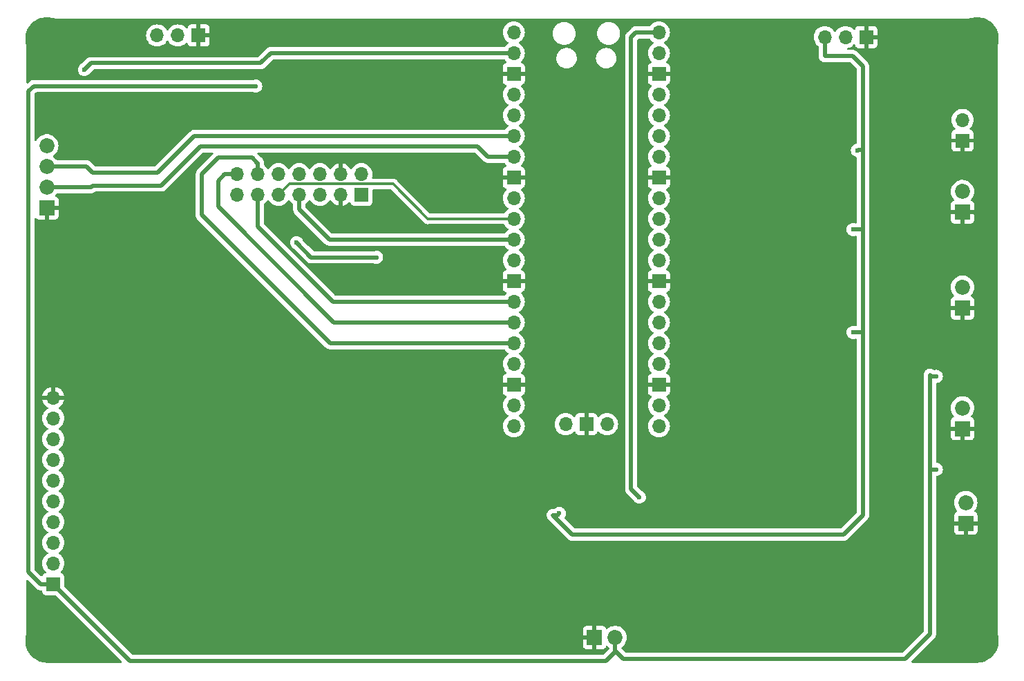
<source format=gbl>
%TF.GenerationSoftware,KiCad,Pcbnew,7.0.7*%
%TF.CreationDate,2023-10-10T10:51:27+02:00*%
%TF.ProjectId,RB2AMPController,52423241-4d50-4436-9f6e-74726f6c6c65,rev?*%
%TF.SameCoordinates,Original*%
%TF.FileFunction,Copper,L2,Bot*%
%TF.FilePolarity,Positive*%
%FSLAX46Y46*%
G04 Gerber Fmt 4.6, Leading zero omitted, Abs format (unit mm)*
G04 Created by KiCad (PCBNEW 7.0.7) date 2023-10-10 10:51:27*
%MOMM*%
%LPD*%
G01*
G04 APERTURE LIST*
%TA.AperFunction,ComponentPad*%
%ADD10R,1.700000X1.700000*%
%TD*%
%TA.AperFunction,ComponentPad*%
%ADD11O,1.700000X1.700000*%
%TD*%
%TA.AperFunction,ComponentPad*%
%ADD12C,5.300000*%
%TD*%
%TA.AperFunction,ComponentPad*%
%ADD13R,1.850000X1.850000*%
%TD*%
%TA.AperFunction,ComponentPad*%
%ADD14C,1.850000*%
%TD*%
%TA.AperFunction,ViaPad*%
%ADD15C,0.600000*%
%TD*%
%TA.AperFunction,Conductor*%
%ADD16C,0.500000*%
%TD*%
%TA.AperFunction,Conductor*%
%ADD17C,0.300000*%
%TD*%
G04 APERTURE END LIST*
D10*
%TO.P,J201,1,Pin_1*%
%TO.N,+12V*%
X85200000Y-129260000D03*
D11*
%TO.P,J201,2,Pin_2*%
%TO.N,Net-(J201-Pin_2)*%
X85200000Y-126720000D03*
%TO.P,J201,3,Pin_3*%
%TO.N,Net-(J201-Pin_3)*%
X85200000Y-124180000D03*
%TO.P,J201,4,Pin_4*%
%TO.N,Net-(J201-Pin_4)*%
X85200000Y-121640000D03*
%TO.P,J201,5,Pin_5*%
%TO.N,Net-(J201-Pin_5)*%
X85200000Y-119100000D03*
%TO.P,J201,6,Pin_6*%
%TO.N,Net-(J201-Pin_6)*%
X85200000Y-116560000D03*
%TO.P,J201,7,Pin_7*%
%TO.N,Net-(J201-Pin_7)*%
X85200000Y-114020000D03*
%TO.P,J201,8,Pin_8*%
%TO.N,Net-(J201-Pin_8)*%
X85200000Y-111480000D03*
%TO.P,J201,9,Pin_9*%
%TO.N,Net-(J201-Pin_9)*%
X85200000Y-108940000D03*
%TO.P,J201,10,Pin_10*%
%TO.N,GND*%
X85200000Y-106400000D03*
%TD*%
D12*
%TO.P,MH1,1,1*%
%TO.N,GND*%
X84400000Y-62400000D03*
%TD*%
D10*
%TO.P,J203,1,Pin_1*%
%TO.N,GND*%
X184805000Y-62200000D03*
D11*
%TO.P,J203,2,Pin_2*%
%TO.N,Current*%
X182265000Y-62200000D03*
%TO.P,J203,3,Pin_3*%
%TO.N,+3V3*%
X179725000Y-62200000D03*
%TD*%
D13*
%TO.P,J209,1,P1*%
%TO.N,GND*%
X196600000Y-83667500D03*
D14*
%TO.P,J209,2,P2*%
%TO.N,Net-(J209-P2)*%
X196600000Y-81127500D03*
%TD*%
D12*
%TO.P,MH3,1,1*%
%TO.N,GND*%
X84400000Y-136200000D03*
%TD*%
%TO.P,MH4,1,1*%
%TO.N,GND*%
X198400000Y-136200000D03*
%TD*%
D13*
%TO.P,J101,1,P1*%
%TO.N,GND*%
X151512563Y-135800062D03*
D14*
%TO.P,J101,2,P2*%
%TO.N,+12V*%
X154052563Y-135800062D03*
%TD*%
D12*
%TO.P,MH2,1,1*%
%TO.N,GND*%
X198400000Y-62400000D03*
%TD*%
D13*
%TO.P,J205,1,P1*%
%TO.N,GND*%
X197000000Y-121800000D03*
D14*
%TO.P,J205,2,P2*%
%TO.N,Net-(J205-P2)*%
X197000000Y-119260000D03*
%TD*%
D11*
%TO.P,U301,1,GPIO0*%
%TO.N,unconnected-(U301-GPIO0-Pad1)*%
X141620000Y-61620000D03*
%TO.P,U301,2,GPIO1*%
%TO.N,FAN_PWM*%
X141620000Y-64160000D03*
D10*
%TO.P,U301,3,GND*%
%TO.N,GND*%
X141620000Y-66700000D03*
D11*
%TO.P,U301,4,GPIO2*%
%TO.N,I2C1 SDA*%
X141620000Y-69240000D03*
%TO.P,U301,5,GPIO3*%
%TO.N,I2C1 SCK*%
X141620000Y-71780000D03*
%TO.P,U301,6,GPIO4*%
%TO.N,I2C0 SDA*%
X141620000Y-74320000D03*
%TO.P,U301,7,GPIO5*%
%TO.N,I2C0 SCK*%
X141620000Y-76860000D03*
D10*
%TO.P,U301,8,GND*%
%TO.N,GND*%
X141620000Y-79400000D03*
D11*
%TO.P,U301,9,GPIO6*%
%TO.N,RXD0*%
X141620000Y-81940000D03*
%TO.P,U301,10,GPIO7*%
%TO.N,RXD1*%
X141620000Y-84480000D03*
%TO.P,U301,11,GPIO8*%
%TO.N,CRS*%
X141620000Y-87020000D03*
%TO.P,U301,12,GPIO9*%
%TO.N,unconnected-(U301-GPIO9-Pad12)*%
X141620000Y-89560000D03*
D10*
%TO.P,U301,13,GND*%
%TO.N,GND*%
X141620000Y-92100000D03*
D11*
%TO.P,U301,14,GPIO10*%
%TO.N,TXD0*%
X141620000Y-94640000D03*
%TO.P,U301,15,GPIO11*%
%TO.N,TXD1*%
X141620000Y-97180000D03*
%TO.P,U301,16,GPIO12*%
%TO.N,TX_EN*%
X141620000Y-99720000D03*
%TO.P,U301,17,GPIO13*%
%TO.N,unconnected-(U301-GPIO13-Pad17)*%
X141620000Y-102260000D03*
D10*
%TO.P,U301,18,GND*%
%TO.N,GND*%
X141620000Y-104800000D03*
D11*
%TO.P,U301,19,GPIO14*%
%TO.N,MDIO*%
X141620000Y-107340000D03*
%TO.P,U301,20,GPIO15*%
%TO.N,MDC*%
X141620000Y-109880000D03*
%TO.P,U301,21,GPIO16*%
%TO.N,BIAS*%
X159400000Y-109880000D03*
%TO.P,U301,22,GPIO17*%
%TO.N,TX*%
X159400000Y-107340000D03*
D10*
%TO.P,U301,23,GND*%
%TO.N,GND*%
X159400000Y-104800000D03*
D11*
%TO.P,U301,24,GPIO18*%
%TO.N,unconnected-(U301-GPIO18-Pad24)*%
X159400000Y-102260000D03*
%TO.P,U301,25,GPIO19*%
%TO.N,VoltCheck*%
X159400000Y-99720000D03*
%TO.P,U301,26,GPIO20*%
%TO.N,RXCLK*%
X159400000Y-97180000D03*
%TO.P,U301,27,GPIO21*%
%TO.N,unconnected-(U301-GPIO21-Pad27)*%
X159400000Y-94640000D03*
D10*
%TO.P,U301,28,GND*%
%TO.N,GND*%
X159400000Y-92100000D03*
D11*
%TO.P,U301,29,GPIO22*%
%TO.N,unconnected-(U301-GPIO22-Pad29)*%
X159400000Y-89560000D03*
%TO.P,U301,30,RUN*%
%TO.N,unconnected-(U301-RUN-Pad30)*%
X159400000Y-87020000D03*
%TO.P,U301,31,GPIO26_ADC0*%
%TO.N,UFWD*%
X159400000Y-84480000D03*
%TO.P,U301,32,GPIO27_ADC1*%
%TO.N,Urev*%
X159400000Y-81940000D03*
D10*
%TO.P,U301,33,AGND*%
%TO.N,GND*%
X159400000Y-79400000D03*
D11*
%TO.P,U301,34,GPIO28_ADC2*%
%TO.N,Current*%
X159400000Y-76860000D03*
%TO.P,U301,35,ADC_VREF*%
%TO.N,Net-(IC301-CATHODE)*%
X159400000Y-74320000D03*
%TO.P,U301,36,3V3*%
%TO.N,unconnected-(U301-3V3-Pad36)*%
X159400000Y-71780000D03*
%TO.P,U301,37,3V3_EN*%
%TO.N,unconnected-(U301-3V3_EN-Pad37)*%
X159400000Y-69240000D03*
D10*
%TO.P,U301,38,GND*%
%TO.N,GND*%
X159400000Y-66700000D03*
D11*
%TO.P,U301,39,VSYS*%
%TO.N,unconnected-(U301-VSYS-Pad39)*%
X159400000Y-64160000D03*
%TO.P,U301,40,VBUS*%
%TO.N,+5V*%
X159400000Y-61620000D03*
%TO.P,U301,41,SWCLK*%
%TO.N,unconnected-(U301-SWCLK-Pad41)*%
X147970000Y-109650000D03*
D10*
%TO.P,U301,42,GND*%
%TO.N,GND*%
X150510000Y-109650000D03*
D11*
%TO.P,U301,43,SWDIO*%
%TO.N,unconnected-(U301-SWDIO-Pad43)*%
X153050000Y-109650000D03*
%TD*%
D10*
%TO.P,J301,1,Pin_1*%
%TO.N,+3V3*%
X122960000Y-81540000D03*
D11*
%TO.P,J301,2,Pin_2*%
X122960000Y-79000000D03*
%TO.P,J301,3,Pin_3*%
%TO.N,GND*%
X120420000Y-81540000D03*
%TO.P,J301,4,Pin_4*%
X120420000Y-79000000D03*
%TO.P,J301,5,Pin_5*%
%TO.N,MDC*%
X117880000Y-81540000D03*
%TO.P,J301,6,Pin_6*%
%TO.N,MDIO*%
X117880000Y-79000000D03*
%TO.P,J301,7,Pin_7*%
%TO.N,CRS*%
X115340000Y-81540000D03*
%TO.P,J301,8,Pin_8*%
%TO.N,RXCLK*%
X115340000Y-79000000D03*
%TO.P,J301,9,Pin_9*%
%TO.N,RXD1*%
X112800000Y-81540000D03*
%TO.P,J301,10,Pin_10*%
%TO.N,RXD0*%
X112800000Y-79000000D03*
%TO.P,J301,11,Pin_11*%
%TO.N,TXD0*%
X110260000Y-81540000D03*
%TO.P,J301,12,Pin_12*%
%TO.N,TX_EN*%
X110260000Y-79000000D03*
%TO.P,J301,13,Pin_13*%
%TO.N,unconnected-(J301-Pin_13-Pad13)*%
X107720000Y-81540000D03*
%TO.P,J301,14,Pin_14*%
%TO.N,TXD1*%
X107720000Y-79000000D03*
%TD*%
D13*
%TO.P,J206,1,P1*%
%TO.N,GND*%
X196600000Y-95400000D03*
D14*
%TO.P,J206,2,P2*%
%TO.N,Net-(J206-P2)*%
X196600000Y-92860000D03*
%TD*%
D10*
%TO.P,J212,1,P1*%
%TO.N,GND*%
X196600000Y-74887500D03*
D11*
%TO.P,J212,2,P2*%
%TO.N,Net-(J212-P2)*%
X196600000Y-72347500D03*
%TD*%
D13*
%TO.P,J204,1,Pin_1*%
%TO.N,GND*%
X84400000Y-83140000D03*
D14*
%TO.P,J204,2,Pin_2*%
%TO.N,I2C0 SCK*%
X84400000Y-80600000D03*
%TO.P,J204,3,Pin_3*%
%TO.N,I2C0 SDA*%
X84400000Y-78060000D03*
%TO.P,J204,4,Pin_4*%
%TO.N,+3V3*%
X84400000Y-75520000D03*
%TD*%
D13*
%TO.P,J202,1,P1*%
%TO.N,GND*%
X196600000Y-110200000D03*
D14*
%TO.P,J202,2,P2*%
%TO.N,Net-(J202-P2)*%
X196600000Y-107660000D03*
%TD*%
D10*
%TO.P,J210,1,Pin_1*%
%TO.N,GND*%
X103000000Y-62000000D03*
D11*
%TO.P,J210,2,Pin_2*%
%TO.N,Net-(J210-Pin_2)*%
X100460000Y-62000000D03*
%TO.P,J210,3,Pin_3*%
%TO.N,Net-(J210-Pin_3)*%
X97920000Y-62000000D03*
%TD*%
D15*
%TO.N,+5V*%
X157000000Y-118600000D03*
%TO.N,+3V3*%
X183200000Y-98400000D03*
X183200000Y-85800000D03*
X124800000Y-89200000D03*
X115000000Y-87400000D03*
X183725000Y-76075000D03*
X147200000Y-120600000D03*
%TO.N,+12V*%
X193400000Y-115200000D03*
X193400000Y-103800000D03*
X110000000Y-68200000D03*
%TO.N,FAN_PWM*%
X89000000Y-66200000D03*
%TD*%
D16*
%TO.N,+5V*%
X159400000Y-61620000D02*
X156580000Y-61620000D01*
X156580000Y-61620000D02*
X156000000Y-62200000D01*
X156000000Y-62200000D02*
X156000000Y-117600000D01*
X156000000Y-117600000D02*
X157000000Y-118600000D01*
%TO.N,GND*%
X199400000Y-85000000D02*
X199400000Y-94800000D01*
X199400000Y-94800000D02*
X198800000Y-95400000D01*
X198200000Y-62200000D02*
X198400000Y-62400000D01*
X196600000Y-83667500D02*
X198067500Y-83667500D01*
X198067500Y-83667500D02*
X199400000Y-85000000D01*
X198800000Y-95400000D02*
X196600000Y-95400000D01*
X184805000Y-62200000D02*
X198200000Y-62200000D01*
%TO.N,+3V3*%
X184400000Y-76000000D02*
X184400000Y-85800000D01*
X116800000Y-89200000D02*
X115000000Y-87400000D01*
X183725000Y-76075000D02*
X183800000Y-76000000D01*
X184400000Y-120800000D02*
X182000000Y-123200000D01*
X148800000Y-123200000D02*
X146400000Y-120800000D01*
X147000000Y-120800000D02*
X146400000Y-120800000D01*
X179725000Y-62200000D02*
X179725000Y-64525000D01*
X147200000Y-120600000D02*
X147000000Y-120800000D01*
X184400000Y-98400000D02*
X184400000Y-120800000D01*
X183125000Y-64525000D02*
X184400000Y-65800000D01*
X184400000Y-65800000D02*
X184400000Y-76000000D01*
X184400000Y-85800000D02*
X184400000Y-98400000D01*
X183200000Y-85800000D02*
X184400000Y-85800000D01*
X182000000Y-123200000D02*
X148800000Y-123200000D01*
X183200000Y-98400000D02*
X184400000Y-98400000D01*
X183800000Y-76000000D02*
X184400000Y-76000000D01*
X179725000Y-64525000D02*
X183125000Y-64525000D01*
X124800000Y-89200000D02*
X116800000Y-89200000D01*
%TO.N,+12V*%
X82150000Y-127750000D02*
X82150000Y-68850000D01*
X192800000Y-103800000D02*
X192600000Y-103600000D01*
X94590000Y-138650000D02*
X85200000Y-129260000D01*
X83660000Y-129260000D02*
X82150000Y-127750000D01*
X193400000Y-103800000D02*
X192800000Y-103800000D01*
X155000000Y-138400000D02*
X189600000Y-138400000D01*
X192600000Y-135400000D02*
X192600000Y-115200000D01*
X82150000Y-68850000D02*
X82800000Y-68200000D01*
X192600000Y-115200000D02*
X192600000Y-103600000D01*
X154052563Y-137452563D02*
X155000000Y-138400000D01*
X85200000Y-129260000D02*
X83660000Y-129260000D01*
X154052563Y-135800062D02*
X154052563Y-137452563D01*
X82800000Y-68200000D02*
X110000000Y-68200000D01*
X189600000Y-138400000D02*
X192600000Y-135400000D01*
X152950000Y-138650000D02*
X94590000Y-138650000D01*
X193400000Y-115200000D02*
X192600000Y-115200000D01*
X154052563Y-137547437D02*
X152950000Y-138650000D01*
X154052563Y-135800062D02*
X154052563Y-137547437D01*
%TO.N,I2C0 SCK*%
X103200000Y-75600000D02*
X98400000Y-80400000D01*
X90000000Y-80400000D02*
X89800000Y-80600000D01*
X98400000Y-80400000D02*
X90000000Y-80400000D01*
X137200000Y-75600000D02*
X103200000Y-75600000D01*
X89800000Y-80600000D02*
X84400000Y-80600000D01*
X141620000Y-76860000D02*
X138460000Y-76860000D01*
X138460000Y-76860000D02*
X137200000Y-75600000D01*
%TO.N,I2C0 SDA*%
X89260000Y-78060000D02*
X90000000Y-78800000D01*
X84400000Y-78060000D02*
X89260000Y-78060000D01*
X98000000Y-78800000D02*
X90000000Y-78800000D01*
X141620000Y-74320000D02*
X102480000Y-74320000D01*
X102480000Y-74320000D02*
X98000000Y-78800000D01*
%TO.N,FAN_PWM*%
X141620000Y-64160000D02*
X111840000Y-64160000D01*
X111840000Y-64160000D02*
X110600000Y-65400000D01*
X110600000Y-65400000D02*
X89800000Y-65400000D01*
X89800000Y-65400000D02*
X89000000Y-66200000D01*
D17*
%TO.N,RXD1*%
X126800000Y-80200000D02*
X131080000Y-84480000D01*
X114140000Y-80200000D02*
X126800000Y-80200000D01*
X131080000Y-84480000D02*
X141620000Y-84480000D01*
X112800000Y-81540000D02*
X114140000Y-80200000D01*
D16*
%TO.N,CRS*%
X115340000Y-83340000D02*
X119020000Y-87020000D01*
X119020000Y-87020000D02*
X141620000Y-87020000D01*
X115340000Y-81540000D02*
X115340000Y-83340000D01*
%TO.N,TX_EN*%
X119120000Y-99720000D02*
X141620000Y-99720000D01*
X110260000Y-77600000D02*
X110200000Y-77600000D01*
X103400000Y-84000000D02*
X119120000Y-99720000D01*
X105400000Y-77000000D02*
X103400000Y-79000000D01*
X103400000Y-79000000D02*
X103400000Y-84000000D01*
X110260000Y-79000000D02*
X110260000Y-77600000D01*
X109600000Y-77000000D02*
X105400000Y-77000000D01*
X110200000Y-77600000D02*
X109600000Y-77000000D01*
%TO.N,TXD1*%
X105400000Y-83000000D02*
X119580000Y-97180000D01*
X107720000Y-79000000D02*
X106200000Y-79000000D01*
X105400000Y-79800000D02*
X105400000Y-83000000D01*
X106200000Y-79000000D02*
X105400000Y-79800000D01*
X119580000Y-97180000D02*
X141620000Y-97180000D01*
%TO.N,TXD0*%
X119440000Y-94640000D02*
X141620000Y-94640000D01*
X110260000Y-85460000D02*
X119440000Y-94640000D01*
X110260000Y-81540000D02*
X110260000Y-85460000D01*
%TD*%
%TA.AperFunction,Conductor*%
%TO.N,GND*%
G36*
X82105703Y-128767515D02*
G01*
X82112166Y-128773533D01*
X82836401Y-129497768D01*
X83084267Y-129745634D01*
X83096048Y-129759266D01*
X83110390Y-129778530D01*
X83150420Y-129812119D01*
X83154392Y-129815759D01*
X83160223Y-129821590D01*
X83185939Y-129841923D01*
X83244786Y-129891302D01*
X83244788Y-129891303D01*
X83250823Y-129895272D01*
X83250789Y-129895322D01*
X83257144Y-129899370D01*
X83257177Y-129899318D01*
X83263319Y-129903107D01*
X83263323Y-129903110D01*
X83332914Y-129935561D01*
X83401558Y-129970036D01*
X83401561Y-129970037D01*
X83401567Y-129970040D01*
X83401572Y-129970041D01*
X83408355Y-129972510D01*
X83408334Y-129972567D01*
X83415451Y-129975040D01*
X83415470Y-129974984D01*
X83422330Y-129977257D01*
X83497531Y-129992784D01*
X83497532Y-129992784D01*
X83572279Y-130010500D01*
X83572288Y-130010500D01*
X83579452Y-130011338D01*
X83579445Y-130011397D01*
X83586946Y-130012163D01*
X83586952Y-130012104D01*
X83594140Y-130012733D01*
X83594143Y-130012732D01*
X83594144Y-130012733D01*
X83670898Y-130010500D01*
X83725501Y-130010500D01*
X83792540Y-130030185D01*
X83838295Y-130082989D01*
X83849501Y-130134500D01*
X83849501Y-130157876D01*
X83855908Y-130217483D01*
X83906202Y-130352328D01*
X83906206Y-130352335D01*
X83992452Y-130467544D01*
X83992455Y-130467547D01*
X84107664Y-130553793D01*
X84107671Y-130553797D01*
X84242517Y-130604091D01*
X84242516Y-130604091D01*
X84249444Y-130604835D01*
X84302127Y-130610500D01*
X85437769Y-130610499D01*
X85504808Y-130630184D01*
X85525450Y-130646818D01*
X89631210Y-134752578D01*
X93566452Y-138687819D01*
X93599937Y-138749142D01*
X93594953Y-138818834D01*
X93553081Y-138874767D01*
X93487617Y-138899184D01*
X93478771Y-138899500D01*
X84401878Y-138899500D01*
X84398133Y-138899387D01*
X84102465Y-138881502D01*
X84095026Y-138880598D01*
X83805516Y-138827543D01*
X83798240Y-138825750D01*
X83704858Y-138796651D01*
X83517244Y-138738188D01*
X83510248Y-138735534D01*
X83241846Y-138614737D01*
X83235211Y-138611254D01*
X82983334Y-138458989D01*
X82977175Y-138454739D01*
X82745475Y-138273214D01*
X82739875Y-138268253D01*
X82531745Y-138060123D01*
X82526784Y-138054523D01*
X82345257Y-137822821D01*
X82341010Y-137816665D01*
X82188745Y-137564788D01*
X82185262Y-137558153D01*
X82064465Y-137289751D01*
X82061814Y-137282764D01*
X81974247Y-137001753D01*
X81972456Y-136994483D01*
X81919401Y-136704973D01*
X81918497Y-136697534D01*
X81917353Y-136678624D01*
X81900613Y-136401866D01*
X81900500Y-136398122D01*
X81900500Y-128861228D01*
X81920185Y-128794189D01*
X81972989Y-128748434D01*
X82042147Y-128738490D01*
X82105703Y-128767515D01*
G37*
%TD.AperFunction*%
%TA.AperFunction,Conductor*%
G36*
X198401866Y-59900613D02*
G01*
X198481342Y-59905420D01*
X198697539Y-59918497D01*
X198704973Y-59919401D01*
X198994483Y-59972456D01*
X199001753Y-59974247D01*
X199282764Y-60061814D01*
X199289751Y-60064465D01*
X199443864Y-60133825D01*
X199558158Y-60185265D01*
X199564788Y-60188745D01*
X199816665Y-60341010D01*
X199822821Y-60345257D01*
X200054523Y-60526784D01*
X200060123Y-60531745D01*
X200268253Y-60739875D01*
X200273214Y-60745475D01*
X200454739Y-60977175D01*
X200458989Y-60983334D01*
X200611254Y-61235211D01*
X200614737Y-61241846D01*
X200735534Y-61510248D01*
X200738188Y-61517244D01*
X200793385Y-61694376D01*
X200825750Y-61798240D01*
X200827543Y-61805516D01*
X200880598Y-62095026D01*
X200881502Y-62102465D01*
X200899387Y-62398132D01*
X200899500Y-62401877D01*
X200899500Y-136398122D01*
X200899387Y-136401867D01*
X200881502Y-136697534D01*
X200880598Y-136704973D01*
X200827543Y-136994483D01*
X200825750Y-137001759D01*
X200789936Y-137116691D01*
X200756167Y-137225062D01*
X200738192Y-137282745D01*
X200735534Y-137289751D01*
X200614737Y-137558153D01*
X200611254Y-137564788D01*
X200458989Y-137816665D01*
X200454733Y-137822833D01*
X200273215Y-138054523D01*
X200268246Y-138060132D01*
X200060132Y-138268246D01*
X200054523Y-138273215D01*
X199822833Y-138454733D01*
X199816665Y-138458989D01*
X199564788Y-138611254D01*
X199558153Y-138614737D01*
X199289751Y-138735534D01*
X199282749Y-138738190D01*
X199219650Y-138757853D01*
X199001759Y-138825750D01*
X198994483Y-138827543D01*
X198704973Y-138880598D01*
X198697534Y-138881502D01*
X198401867Y-138899387D01*
X198398122Y-138899500D01*
X190461230Y-138899500D01*
X190394191Y-138879815D01*
X190348436Y-138827011D01*
X190338492Y-138757853D01*
X190367517Y-138694297D01*
X190373549Y-138687819D01*
X190793122Y-138268246D01*
X193085638Y-135975727D01*
X193099267Y-135963950D01*
X193118530Y-135949610D01*
X193118532Y-135949606D01*
X193118534Y-135949606D01*
X193136663Y-135927999D01*
X193152113Y-135909585D01*
X193155767Y-135905599D01*
X193161591Y-135899776D01*
X193181930Y-135874052D01*
X193231302Y-135815214D01*
X193231306Y-135815205D01*
X193235274Y-135809175D01*
X193235325Y-135809208D01*
X193239372Y-135802856D01*
X193239320Y-135802824D01*
X193243112Y-135796675D01*
X193275575Y-135727058D01*
X193310036Y-135658440D01*
X193310040Y-135658433D01*
X193310042Y-135658421D01*
X193312509Y-135651646D01*
X193312567Y-135651667D01*
X193315043Y-135644546D01*
X193314986Y-135644527D01*
X193317255Y-135637680D01*
X193317256Y-135637675D01*
X193317257Y-135637673D01*
X193332791Y-135562437D01*
X193350500Y-135487721D01*
X193350500Y-135487719D01*
X193351339Y-135480548D01*
X193351398Y-135480554D01*
X193352164Y-135473054D01*
X193352105Y-135473049D01*
X193352734Y-135465859D01*
X193350500Y-135389082D01*
X193350500Y-119260005D01*
X195569615Y-119260005D01*
X195589123Y-119495430D01*
X195647117Y-119724445D01*
X195742013Y-119940787D01*
X195871225Y-120138562D01*
X195937350Y-120210392D01*
X195968273Y-120273046D01*
X195960413Y-120342472D01*
X195916266Y-120396628D01*
X195889455Y-120410557D01*
X195832911Y-120431646D01*
X195832906Y-120431649D01*
X195717812Y-120517809D01*
X195717809Y-120517812D01*
X195631649Y-120632906D01*
X195631645Y-120632913D01*
X195581403Y-120767620D01*
X195581401Y-120767627D01*
X195575000Y-120827155D01*
X195575000Y-121550000D01*
X196386653Y-121550000D01*
X196453692Y-121569685D01*
X196499447Y-121622489D01*
X196509391Y-121691647D01*
X196505631Y-121708933D01*
X196500000Y-121728111D01*
X196500000Y-121871888D01*
X196505631Y-121891067D01*
X196505630Y-121960936D01*
X196467855Y-122019714D01*
X196404299Y-122048738D01*
X196386653Y-122050000D01*
X195575000Y-122050000D01*
X195575000Y-122772844D01*
X195581401Y-122832372D01*
X195581403Y-122832379D01*
X195631645Y-122967086D01*
X195631649Y-122967093D01*
X195717809Y-123082187D01*
X195717812Y-123082190D01*
X195832906Y-123168350D01*
X195832913Y-123168354D01*
X195967620Y-123218596D01*
X195967627Y-123218598D01*
X196027155Y-123224999D01*
X196027172Y-123225000D01*
X196750000Y-123225000D01*
X196750000Y-122412301D01*
X196769685Y-122345262D01*
X196822489Y-122299507D01*
X196891647Y-122289563D01*
X196964237Y-122300000D01*
X196964238Y-122300000D01*
X197035762Y-122300000D01*
X197035763Y-122300000D01*
X197108353Y-122289563D01*
X197177512Y-122299507D01*
X197230315Y-122345262D01*
X197250000Y-122412301D01*
X197250000Y-123225000D01*
X197972828Y-123225000D01*
X197972844Y-123224999D01*
X198032372Y-123218598D01*
X198032379Y-123218596D01*
X198167086Y-123168354D01*
X198167093Y-123168350D01*
X198282187Y-123082190D01*
X198282190Y-123082187D01*
X198368350Y-122967093D01*
X198368354Y-122967086D01*
X198418596Y-122832379D01*
X198418598Y-122832372D01*
X198424999Y-122772844D01*
X198425000Y-122772827D01*
X198425000Y-122050000D01*
X197613347Y-122050000D01*
X197546308Y-122030315D01*
X197500553Y-121977511D01*
X197490609Y-121908353D01*
X197494369Y-121891067D01*
X197500000Y-121871888D01*
X197500000Y-121728111D01*
X197494369Y-121708933D01*
X197494370Y-121639064D01*
X197532145Y-121580286D01*
X197595701Y-121551262D01*
X197613347Y-121550000D01*
X198425000Y-121550000D01*
X198425000Y-120827172D01*
X198424999Y-120827155D01*
X198418598Y-120767627D01*
X198418596Y-120767620D01*
X198368354Y-120632913D01*
X198368350Y-120632906D01*
X198282190Y-120517812D01*
X198282187Y-120517809D01*
X198167093Y-120431649D01*
X198167086Y-120431645D01*
X198110545Y-120410557D01*
X198054611Y-120368686D01*
X198030194Y-120303222D01*
X198045046Y-120234949D01*
X198062644Y-120210397D01*
X198128775Y-120138561D01*
X198257986Y-119940788D01*
X198352883Y-119724445D01*
X198410876Y-119495434D01*
X198424136Y-119335413D01*
X198430385Y-119260005D01*
X198430385Y-119259994D01*
X198410876Y-119024569D01*
X198410876Y-119024566D01*
X198352883Y-118795555D01*
X198257986Y-118579212D01*
X198128774Y-118381437D01*
X197968776Y-118207635D01*
X197968775Y-118207634D01*
X197968773Y-118207632D01*
X197875559Y-118135080D01*
X197782348Y-118062531D01*
X197574580Y-117950092D01*
X197574571Y-117950089D01*
X197351141Y-117873384D01*
X197189571Y-117846423D01*
X197118120Y-117834500D01*
X196881880Y-117834500D01*
X196823625Y-117844220D01*
X196648858Y-117873384D01*
X196425428Y-117950089D01*
X196425419Y-117950092D01*
X196217651Y-118062531D01*
X196031228Y-118207631D01*
X196031223Y-118207635D01*
X195871225Y-118381437D01*
X195742013Y-118579212D01*
X195647117Y-118795554D01*
X195589123Y-119024569D01*
X195569615Y-119259994D01*
X195569615Y-119260005D01*
X193350500Y-119260005D01*
X193350500Y-116121955D01*
X193370185Y-116054916D01*
X193422989Y-116009161D01*
X193460615Y-115998735D01*
X193493568Y-115995022D01*
X193579250Y-115985369D01*
X193579253Y-115985368D01*
X193579255Y-115985368D01*
X193749522Y-115925789D01*
X193902262Y-115829816D01*
X194029816Y-115702262D01*
X194125789Y-115549522D01*
X194185368Y-115379255D01*
X194185864Y-115374855D01*
X194205565Y-115200003D01*
X194205565Y-115199996D01*
X194185369Y-115020750D01*
X194185368Y-115020745D01*
X194140109Y-114891402D01*
X194125789Y-114850478D01*
X194029816Y-114697738D01*
X193902262Y-114570184D01*
X193749523Y-114474211D01*
X193579254Y-114414631D01*
X193579250Y-114414630D01*
X193460616Y-114401264D01*
X193396202Y-114374197D01*
X193356647Y-114316603D01*
X193350500Y-114278044D01*
X193350500Y-107660005D01*
X195169615Y-107660005D01*
X195189123Y-107895430D01*
X195247117Y-108124445D01*
X195342013Y-108340787D01*
X195471225Y-108538562D01*
X195537350Y-108610392D01*
X195568273Y-108673046D01*
X195560413Y-108742472D01*
X195516266Y-108796628D01*
X195489455Y-108810557D01*
X195432911Y-108831646D01*
X195432906Y-108831649D01*
X195317812Y-108917809D01*
X195317809Y-108917812D01*
X195231649Y-109032906D01*
X195231645Y-109032913D01*
X195181403Y-109167620D01*
X195181401Y-109167627D01*
X195175000Y-109227155D01*
X195175000Y-109950000D01*
X195986653Y-109950000D01*
X196053692Y-109969685D01*
X196099447Y-110022489D01*
X196109391Y-110091647D01*
X196105631Y-110108933D01*
X196100000Y-110128111D01*
X196100000Y-110271888D01*
X196105631Y-110291067D01*
X196105630Y-110360936D01*
X196067855Y-110419714D01*
X196004299Y-110448738D01*
X195986653Y-110450000D01*
X195175000Y-110450000D01*
X195175000Y-111172844D01*
X195181401Y-111232372D01*
X195181403Y-111232379D01*
X195231645Y-111367086D01*
X195231649Y-111367093D01*
X195317809Y-111482187D01*
X195317812Y-111482190D01*
X195432906Y-111568350D01*
X195432913Y-111568354D01*
X195567620Y-111618596D01*
X195567627Y-111618598D01*
X195627155Y-111624999D01*
X195627172Y-111625000D01*
X196350000Y-111625000D01*
X196350000Y-110812301D01*
X196369685Y-110745262D01*
X196422489Y-110699507D01*
X196491647Y-110689563D01*
X196564237Y-110700000D01*
X196564238Y-110700000D01*
X196635762Y-110700000D01*
X196635763Y-110700000D01*
X196708353Y-110689563D01*
X196777512Y-110699507D01*
X196830315Y-110745262D01*
X196850000Y-110812301D01*
X196849999Y-111624999D01*
X196850000Y-111625000D01*
X197572828Y-111625000D01*
X197572844Y-111624999D01*
X197632372Y-111618598D01*
X197632379Y-111618596D01*
X197767086Y-111568354D01*
X197767093Y-111568350D01*
X197882187Y-111482190D01*
X197882190Y-111482187D01*
X197968350Y-111367093D01*
X197968354Y-111367086D01*
X198018596Y-111232379D01*
X198018598Y-111232372D01*
X198024999Y-111172844D01*
X198025000Y-111172827D01*
X198025000Y-110450000D01*
X197213347Y-110450000D01*
X197146308Y-110430315D01*
X197100553Y-110377511D01*
X197090609Y-110308353D01*
X197094369Y-110291067D01*
X197100000Y-110271888D01*
X197100000Y-110128111D01*
X197094369Y-110108933D01*
X197094370Y-110039064D01*
X197132145Y-109980286D01*
X197195701Y-109951262D01*
X197213347Y-109950000D01*
X198024999Y-109950000D01*
X198025000Y-109227172D01*
X198024999Y-109227155D01*
X198018598Y-109167627D01*
X198018596Y-109167620D01*
X197968354Y-109032913D01*
X197968350Y-109032906D01*
X197882190Y-108917812D01*
X197882187Y-108917809D01*
X197767093Y-108831649D01*
X197767086Y-108831645D01*
X197710545Y-108810557D01*
X197654611Y-108768686D01*
X197630194Y-108703222D01*
X197645046Y-108634949D01*
X197662644Y-108610397D01*
X197728775Y-108538561D01*
X197857986Y-108340788D01*
X197952883Y-108124445D01*
X198010876Y-107895434D01*
X198022550Y-107754549D01*
X198030385Y-107660005D01*
X198030385Y-107659994D01*
X198010876Y-107424569D01*
X198010876Y-107424566D01*
X197952883Y-107195555D01*
X197857986Y-106979212D01*
X197857985Y-106979211D01*
X197728774Y-106781437D01*
X197568776Y-106607635D01*
X197568775Y-106607634D01*
X197568773Y-106607632D01*
X197475559Y-106535080D01*
X197382348Y-106462531D01*
X197174580Y-106350092D01*
X197174571Y-106350089D01*
X196951141Y-106273384D01*
X196795792Y-106247461D01*
X196718120Y-106234500D01*
X196481880Y-106234500D01*
X196423625Y-106244220D01*
X196248858Y-106273384D01*
X196025428Y-106350089D01*
X196025419Y-106350092D01*
X195817651Y-106462531D01*
X195631228Y-106607631D01*
X195631223Y-106607635D01*
X195471225Y-106781437D01*
X195342013Y-106979212D01*
X195247117Y-107195554D01*
X195189123Y-107424569D01*
X195169615Y-107659994D01*
X195169615Y-107660005D01*
X193350500Y-107660005D01*
X193350500Y-104721955D01*
X193370185Y-104654916D01*
X193422989Y-104609161D01*
X193460615Y-104598735D01*
X193493568Y-104595022D01*
X193579250Y-104585369D01*
X193579253Y-104585368D01*
X193579255Y-104585368D01*
X193749522Y-104525789D01*
X193902262Y-104429816D01*
X194029816Y-104302262D01*
X194125789Y-104149522D01*
X194185368Y-103979255D01*
X194205565Y-103800000D01*
X194195189Y-103707913D01*
X194185369Y-103620750D01*
X194185368Y-103620745D01*
X194128273Y-103457577D01*
X194125789Y-103450478D01*
X194029816Y-103297738D01*
X193902262Y-103170184D01*
X193840541Y-103131402D01*
X193749523Y-103074211D01*
X193579254Y-103014631D01*
X193579249Y-103014630D01*
X193400004Y-102994435D01*
X193399996Y-102994435D01*
X193220750Y-103014630D01*
X193220742Y-103014632D01*
X193184294Y-103027386D01*
X193114515Y-103030947D01*
X193058244Y-103000537D01*
X193051220Y-102993909D01*
X193045075Y-102990361D01*
X193030411Y-102981895D01*
X193015510Y-102971781D01*
X193000565Y-102959963D01*
X192996679Y-102956890D01*
X192996677Y-102956889D01*
X192983496Y-102950742D01*
X192949322Y-102934806D01*
X192944522Y-102932308D01*
X192899281Y-102906188D01*
X192899279Y-102906187D01*
X192876283Y-102899302D01*
X192859446Y-102892895D01*
X192837674Y-102882743D01*
X192837671Y-102882742D01*
X192786504Y-102872177D01*
X192781258Y-102870853D01*
X192755815Y-102863236D01*
X192731210Y-102855870D01*
X192727469Y-102855652D01*
X192707236Y-102854473D01*
X192689379Y-102852122D01*
X192665856Y-102847265D01*
X192613625Y-102848784D01*
X192608216Y-102848706D01*
X192556068Y-102845668D01*
X192556065Y-102845669D01*
X192532401Y-102849840D01*
X192514491Y-102851669D01*
X192490493Y-102852368D01*
X192490484Y-102852369D01*
X192440023Y-102865890D01*
X192434742Y-102867061D01*
X192383290Y-102876134D01*
X192383285Y-102876136D01*
X192361229Y-102885649D01*
X192344220Y-102891561D01*
X192321023Y-102897777D01*
X192321020Y-102897778D01*
X192275029Y-102922575D01*
X192270161Y-102924932D01*
X192222194Y-102945624D01*
X192202932Y-102959963D01*
X192187749Y-102969636D01*
X192166603Y-102981039D01*
X192166599Y-102981042D01*
X192127561Y-103015781D01*
X192123368Y-103019197D01*
X192081470Y-103050390D01*
X192066036Y-103068783D01*
X192053486Y-103081703D01*
X192035543Y-103097670D01*
X192035539Y-103097676D01*
X192005570Y-103140474D01*
X192002278Y-103144765D01*
X191968698Y-103184785D01*
X191968697Y-103184787D01*
X191957917Y-103206250D01*
X191948687Y-103221713D01*
X191934913Y-103241385D01*
X191934909Y-103241393D01*
X191915621Y-103289944D01*
X191913406Y-103294879D01*
X191889960Y-103341565D01*
X191884422Y-103364930D01*
X191879006Y-103382109D01*
X191870138Y-103404431D01*
X191870138Y-103404433D01*
X191862564Y-103456129D01*
X191861550Y-103461430D01*
X191849500Y-103512278D01*
X191849500Y-103536294D01*
X191848191Y-103554263D01*
X191844710Y-103578025D01*
X191849264Y-103630064D01*
X191849500Y-103635470D01*
X191849500Y-115176358D01*
X191849395Y-115179963D01*
X191845669Y-115243934D01*
X191845669Y-115243935D01*
X191847616Y-115254983D01*
X191849499Y-115276509D01*
X191849499Y-135037770D01*
X191829814Y-135104809D01*
X191813180Y-135125451D01*
X189325451Y-137613181D01*
X189264128Y-137646666D01*
X189237770Y-137649500D01*
X155362230Y-137649500D01*
X155295191Y-137629815D01*
X155274549Y-137613181D01*
X154839382Y-137178014D01*
X154805897Y-137116691D01*
X154803063Y-137090333D01*
X154803063Y-137082938D01*
X154822748Y-137015899D01*
X154850898Y-136985087D01*
X155021336Y-136852430D01*
X155181338Y-136678623D01*
X155310549Y-136480850D01*
X155405446Y-136264507D01*
X155463439Y-136035496D01*
X155476991Y-135871950D01*
X155482948Y-135800067D01*
X155482948Y-135800056D01*
X155463439Y-135564631D01*
X155463439Y-135564628D01*
X155405446Y-135335617D01*
X155310549Y-135119274D01*
X155181338Y-134921501D01*
X155181337Y-134921499D01*
X155021339Y-134747697D01*
X155021338Y-134747696D01*
X155021336Y-134747694D01*
X154873936Y-134632968D01*
X154834911Y-134602593D01*
X154627143Y-134490154D01*
X154627134Y-134490151D01*
X154403704Y-134413446D01*
X154212038Y-134381463D01*
X154170683Y-134374562D01*
X153934443Y-134374562D01*
X153893088Y-134381463D01*
X153701421Y-134413446D01*
X153477991Y-134490151D01*
X153477982Y-134490154D01*
X153270214Y-134602593D01*
X153093032Y-134740501D01*
X153028038Y-134766144D01*
X152959498Y-134752578D01*
X152909173Y-134704109D01*
X152900687Y-134685981D01*
X152880917Y-134632975D01*
X152880913Y-134632968D01*
X152794753Y-134517874D01*
X152794750Y-134517871D01*
X152679656Y-134431711D01*
X152679649Y-134431707D01*
X152544942Y-134381465D01*
X152544935Y-134381463D01*
X152485407Y-134375062D01*
X151762563Y-134375062D01*
X151762563Y-135187760D01*
X151742878Y-135254799D01*
X151690074Y-135300554D01*
X151620918Y-135310498D01*
X151548329Y-135300062D01*
X151548326Y-135300062D01*
X151476800Y-135300062D01*
X151476796Y-135300062D01*
X151404208Y-135310498D01*
X151335050Y-135300554D01*
X151282247Y-135254798D01*
X151262563Y-135187760D01*
X151262563Y-134375062D01*
X150539718Y-134375062D01*
X150480190Y-134381463D01*
X150480183Y-134381465D01*
X150345476Y-134431707D01*
X150345469Y-134431711D01*
X150230375Y-134517871D01*
X150230372Y-134517874D01*
X150144212Y-134632968D01*
X150144208Y-134632975D01*
X150093966Y-134767682D01*
X150093964Y-134767689D01*
X150087563Y-134827217D01*
X150087563Y-135550062D01*
X150899216Y-135550062D01*
X150966255Y-135569747D01*
X151012010Y-135622551D01*
X151021954Y-135691709D01*
X151018194Y-135708995D01*
X151012563Y-135728173D01*
X151012563Y-135871950D01*
X151018194Y-135891129D01*
X151018193Y-135960998D01*
X150980418Y-136019776D01*
X150916862Y-136048800D01*
X150899216Y-136050062D01*
X150087563Y-136050062D01*
X150087563Y-136772906D01*
X150093964Y-136832434D01*
X150093966Y-136832441D01*
X150144208Y-136967148D01*
X150144212Y-136967155D01*
X150230372Y-137082249D01*
X150230375Y-137082252D01*
X150345469Y-137168412D01*
X150345476Y-137168416D01*
X150480183Y-137218658D01*
X150480190Y-137218660D01*
X150539718Y-137225061D01*
X150539735Y-137225062D01*
X151262563Y-137225062D01*
X151262563Y-136412363D01*
X151282248Y-136345324D01*
X151335052Y-136299569D01*
X151404210Y-136289625D01*
X151476800Y-136300062D01*
X151476801Y-136300062D01*
X151548325Y-136300062D01*
X151548326Y-136300062D01*
X151620916Y-136289625D01*
X151690075Y-136299569D01*
X151742878Y-136345324D01*
X151762563Y-136412363D01*
X151762563Y-137225062D01*
X152485391Y-137225062D01*
X152485407Y-137225061D01*
X152544935Y-137218660D01*
X152544942Y-137218658D01*
X152679649Y-137168416D01*
X152679656Y-137168412D01*
X152794750Y-137082252D01*
X152794753Y-137082249D01*
X152880913Y-136967155D01*
X152880917Y-136967148D01*
X152900687Y-136914143D01*
X152942558Y-136858209D01*
X153008022Y-136833792D01*
X153076295Y-136848643D01*
X153093026Y-136859618D01*
X153254226Y-136985086D01*
X153295038Y-137041795D01*
X153302063Y-137082938D01*
X153302063Y-137185206D01*
X153282378Y-137252245D01*
X153265744Y-137272887D01*
X152675451Y-137863181D01*
X152614128Y-137896666D01*
X152587770Y-137899500D01*
X94952230Y-137899500D01*
X94885191Y-137879815D01*
X94864549Y-137863181D01*
X86586818Y-129585449D01*
X86553333Y-129524126D01*
X86550499Y-129497768D01*
X86550499Y-128362129D01*
X86550498Y-128362123D01*
X86544091Y-128302516D01*
X86493797Y-128167671D01*
X86493793Y-128167664D01*
X86407547Y-128052455D01*
X86407544Y-128052452D01*
X86292335Y-127966206D01*
X86292328Y-127966202D01*
X86160917Y-127917189D01*
X86104983Y-127875318D01*
X86080566Y-127809853D01*
X86095418Y-127741580D01*
X86116563Y-127713332D01*
X86238495Y-127591401D01*
X86374035Y-127397830D01*
X86473903Y-127183663D01*
X86535063Y-126955408D01*
X86555659Y-126720000D01*
X86535063Y-126484592D01*
X86473903Y-126256337D01*
X86374035Y-126042171D01*
X86238495Y-125848599D01*
X86238494Y-125848597D01*
X86071402Y-125681506D01*
X86071396Y-125681501D01*
X85885842Y-125551575D01*
X85842217Y-125496998D01*
X85835023Y-125427500D01*
X85866546Y-125365145D01*
X85885842Y-125348425D01*
X85908026Y-125332891D01*
X86071401Y-125218495D01*
X86238495Y-125051401D01*
X86374035Y-124857830D01*
X86473903Y-124643663D01*
X86535063Y-124415408D01*
X86555659Y-124180000D01*
X86535063Y-123944592D01*
X86483955Y-123753852D01*
X86473905Y-123716344D01*
X86473904Y-123716343D01*
X86473903Y-123716337D01*
X86374035Y-123502171D01*
X86238495Y-123308599D01*
X86238494Y-123308597D01*
X86071402Y-123141506D01*
X86071401Y-123141505D01*
X85885842Y-123011575D01*
X85885841Y-123011574D01*
X85842216Y-122956997D01*
X85835024Y-122887498D01*
X85866546Y-122825144D01*
X85885836Y-122808428D01*
X86071401Y-122678495D01*
X86238495Y-122511401D01*
X86374035Y-122317830D01*
X86473903Y-122103663D01*
X86535063Y-121875408D01*
X86555659Y-121640000D01*
X86535063Y-121404592D01*
X86473903Y-121176337D01*
X86374035Y-120962171D01*
X86367472Y-120952797D01*
X86245095Y-120778024D01*
X145644710Y-120778024D01*
X145646803Y-120801942D01*
X145647065Y-120819956D01*
X145645668Y-120843932D01*
X145645669Y-120843937D01*
X145654740Y-120895383D01*
X145655446Y-120900747D01*
X145660000Y-120952793D01*
X145660000Y-120952795D01*
X145667556Y-120975599D01*
X145671963Y-120993057D01*
X145676135Y-121016711D01*
X145694453Y-121059178D01*
X145696828Y-121064682D01*
X145698752Y-121069740D01*
X145715183Y-121119330D01*
X145715185Y-121119334D01*
X145727792Y-121139773D01*
X145736111Y-121155754D01*
X145745623Y-121177804D01*
X145776833Y-121219727D01*
X145779849Y-121224171D01*
X145800495Y-121257643D01*
X145807287Y-121268655D01*
X145824270Y-121285638D01*
X145836051Y-121299270D01*
X145850389Y-121318529D01*
X145890405Y-121352107D01*
X145894395Y-121355763D01*
X148224267Y-123685634D01*
X148236048Y-123699266D01*
X148250390Y-123718530D01*
X148290420Y-123752119D01*
X148294392Y-123755759D01*
X148300224Y-123761591D01*
X148300227Y-123761594D01*
X148325947Y-123781931D01*
X148384788Y-123831304D01*
X148390818Y-123835270D01*
X148390785Y-123835319D01*
X148397143Y-123839369D01*
X148397175Y-123839319D01*
X148403320Y-123843109D01*
X148403323Y-123843111D01*
X148472936Y-123875572D01*
X148541567Y-123910040D01*
X148541572Y-123910041D01*
X148548361Y-123912513D01*
X148548340Y-123912570D01*
X148555455Y-123915043D01*
X148555475Y-123914986D01*
X148562330Y-123917258D01*
X148637557Y-123932790D01*
X148637558Y-123932790D01*
X148712279Y-123950500D01*
X148712289Y-123950500D01*
X148719452Y-123951338D01*
X148719444Y-123951397D01*
X148726945Y-123952164D01*
X148726951Y-123952105D01*
X148734140Y-123952734D01*
X148734144Y-123952733D01*
X148734145Y-123952734D01*
X148810918Y-123950500D01*
X181936295Y-123950500D01*
X181954265Y-123951809D01*
X181978023Y-123955289D01*
X182030068Y-123950735D01*
X182035470Y-123950500D01*
X182043704Y-123950500D01*
X182043709Y-123950500D01*
X182055327Y-123949141D01*
X182076276Y-123946693D01*
X182089028Y-123945577D01*
X182152797Y-123939999D01*
X182152805Y-123939996D01*
X182159866Y-123938539D01*
X182159878Y-123938598D01*
X182167243Y-123936965D01*
X182167229Y-123936906D01*
X182174246Y-123935241D01*
X182174255Y-123935241D01*
X182246423Y-123908974D01*
X182319334Y-123884814D01*
X182319343Y-123884807D01*
X182325882Y-123881760D01*
X182325908Y-123881816D01*
X182332690Y-123878532D01*
X182332663Y-123878478D01*
X182339106Y-123875240D01*
X182339117Y-123875237D01*
X182403283Y-123833034D01*
X182468656Y-123792712D01*
X182468662Y-123792705D01*
X182474325Y-123788229D01*
X182474362Y-123788277D01*
X182480204Y-123783518D01*
X182480164Y-123783471D01*
X182485691Y-123778832D01*
X182485696Y-123778830D01*
X182538386Y-123722981D01*
X184885638Y-121375727D01*
X184899267Y-121363950D01*
X184918530Y-121349610D01*
X184918532Y-121349606D01*
X184918534Y-121349606D01*
X184936663Y-121327999D01*
X184952113Y-121309585D01*
X184955767Y-121305599D01*
X184961591Y-121299776D01*
X184981930Y-121274052D01*
X185031302Y-121215214D01*
X185031306Y-121215205D01*
X185035274Y-121209175D01*
X185035325Y-121209208D01*
X185039369Y-121202860D01*
X185039317Y-121202828D01*
X185043104Y-121196685D01*
X185043111Y-121196677D01*
X185075572Y-121127063D01*
X185110040Y-121058433D01*
X185110041Y-121058427D01*
X185112508Y-121051650D01*
X185112566Y-121051671D01*
X185115043Y-121044544D01*
X185114986Y-121044526D01*
X185117255Y-121037679D01*
X185117256Y-121037674D01*
X185117257Y-121037672D01*
X185132790Y-120962441D01*
X185150500Y-120887721D01*
X185150500Y-120887719D01*
X185151339Y-120880548D01*
X185151398Y-120880554D01*
X185152164Y-120873054D01*
X185152105Y-120873049D01*
X185152734Y-120865859D01*
X185150500Y-120789082D01*
X185150500Y-98423640D01*
X185150605Y-98420034D01*
X185151597Y-98403002D01*
X185154331Y-98356065D01*
X185152383Y-98345018D01*
X185150499Y-98323501D01*
X185150499Y-92860005D01*
X195169615Y-92860005D01*
X195189123Y-93095430D01*
X195247117Y-93324445D01*
X195342013Y-93540787D01*
X195471225Y-93738562D01*
X195537350Y-93810392D01*
X195568273Y-93873046D01*
X195560413Y-93942472D01*
X195516266Y-93996628D01*
X195489455Y-94010557D01*
X195432911Y-94031646D01*
X195432906Y-94031649D01*
X195317812Y-94117809D01*
X195317809Y-94117812D01*
X195231649Y-94232906D01*
X195231645Y-94232913D01*
X195181403Y-94367620D01*
X195181401Y-94367627D01*
X195175000Y-94427155D01*
X195175000Y-95150000D01*
X195986653Y-95150000D01*
X196053692Y-95169685D01*
X196099447Y-95222489D01*
X196109391Y-95291647D01*
X196105631Y-95308933D01*
X196100000Y-95328111D01*
X196100000Y-95471888D01*
X196105631Y-95491067D01*
X196105630Y-95560936D01*
X196067855Y-95619714D01*
X196004299Y-95648738D01*
X195986653Y-95650000D01*
X195175000Y-95650000D01*
X195175000Y-96372844D01*
X195181401Y-96432372D01*
X195181403Y-96432379D01*
X195231645Y-96567086D01*
X195231649Y-96567093D01*
X195317809Y-96682187D01*
X195317812Y-96682190D01*
X195432906Y-96768350D01*
X195432913Y-96768354D01*
X195567620Y-96818596D01*
X195567627Y-96818598D01*
X195627155Y-96824999D01*
X195627172Y-96825000D01*
X196350000Y-96825000D01*
X196350000Y-96012301D01*
X196369685Y-95945262D01*
X196422489Y-95899507D01*
X196491647Y-95889563D01*
X196564237Y-95900000D01*
X196564238Y-95900000D01*
X196635762Y-95900000D01*
X196635763Y-95900000D01*
X196708353Y-95889563D01*
X196777512Y-95899507D01*
X196830315Y-95945262D01*
X196850000Y-96012301D01*
X196849999Y-96824999D01*
X196850000Y-96825000D01*
X197572828Y-96825000D01*
X197572844Y-96824999D01*
X197632372Y-96818598D01*
X197632379Y-96818596D01*
X197767086Y-96768354D01*
X197767093Y-96768350D01*
X197882187Y-96682190D01*
X197882190Y-96682187D01*
X197968350Y-96567093D01*
X197968354Y-96567086D01*
X198018596Y-96432379D01*
X198018598Y-96432372D01*
X198024999Y-96372844D01*
X198025000Y-96372827D01*
X198025000Y-95650000D01*
X197213347Y-95650000D01*
X197146308Y-95630315D01*
X197100553Y-95577511D01*
X197090609Y-95508353D01*
X197094369Y-95491067D01*
X197100000Y-95471888D01*
X197100000Y-95328111D01*
X197094369Y-95308933D01*
X197094370Y-95239064D01*
X197132145Y-95180286D01*
X197195701Y-95151262D01*
X197213347Y-95150000D01*
X198024999Y-95150000D01*
X198025000Y-94427172D01*
X198024999Y-94427155D01*
X198018598Y-94367627D01*
X198018596Y-94367620D01*
X197968354Y-94232913D01*
X197968350Y-94232906D01*
X197882190Y-94117812D01*
X197882187Y-94117809D01*
X197767093Y-94031649D01*
X197767086Y-94031645D01*
X197710545Y-94010557D01*
X197654611Y-93968686D01*
X197630194Y-93903222D01*
X197645046Y-93834949D01*
X197662644Y-93810397D01*
X197728775Y-93738561D01*
X197857986Y-93540788D01*
X197952883Y-93324445D01*
X198010876Y-93095434D01*
X198030385Y-92860000D01*
X198010876Y-92624566D01*
X197952883Y-92395555D01*
X197857986Y-92179212D01*
X197728775Y-91981439D01*
X197728774Y-91981437D01*
X197568776Y-91807635D01*
X197568775Y-91807634D01*
X197568773Y-91807632D01*
X197387510Y-91666549D01*
X197382348Y-91662531D01*
X197174580Y-91550092D01*
X197174571Y-91550089D01*
X196951141Y-91473384D01*
X196795792Y-91447461D01*
X196718120Y-91434500D01*
X196481880Y-91434500D01*
X196423625Y-91444221D01*
X196248858Y-91473384D01*
X196025428Y-91550089D01*
X196025419Y-91550092D01*
X195817651Y-91662531D01*
X195631228Y-91807631D01*
X195631223Y-91807635D01*
X195471225Y-91981437D01*
X195342013Y-92179212D01*
X195247117Y-92395554D01*
X195189123Y-92624569D01*
X195169615Y-92859994D01*
X195169615Y-92860005D01*
X185150499Y-92860005D01*
X185150499Y-85823642D01*
X185150604Y-85820036D01*
X185151771Y-85800000D01*
X185154331Y-85756065D01*
X185152384Y-85745022D01*
X185150500Y-85723491D01*
X185150500Y-81127505D01*
X195169615Y-81127505D01*
X195189123Y-81362930D01*
X195247117Y-81591945D01*
X195342013Y-81808287D01*
X195471225Y-82006062D01*
X195537350Y-82077892D01*
X195568273Y-82140546D01*
X195560413Y-82209972D01*
X195516266Y-82264128D01*
X195489455Y-82278057D01*
X195432911Y-82299146D01*
X195432906Y-82299149D01*
X195317812Y-82385309D01*
X195317809Y-82385312D01*
X195231649Y-82500406D01*
X195231645Y-82500413D01*
X195181403Y-82635120D01*
X195181401Y-82635127D01*
X195175000Y-82694655D01*
X195175000Y-83417500D01*
X195986653Y-83417500D01*
X196053692Y-83437185D01*
X196099447Y-83489989D01*
X196109391Y-83559147D01*
X196105631Y-83576433D01*
X196100000Y-83595611D01*
X196100000Y-83739389D01*
X196103791Y-83752301D01*
X196105631Y-83758567D01*
X196105630Y-83828436D01*
X196067855Y-83887214D01*
X196004299Y-83916238D01*
X195986653Y-83917500D01*
X195175000Y-83917500D01*
X195175000Y-84640344D01*
X195181401Y-84699872D01*
X195181403Y-84699879D01*
X195231645Y-84834586D01*
X195231649Y-84834593D01*
X195317809Y-84949687D01*
X195317812Y-84949690D01*
X195432906Y-85035850D01*
X195432913Y-85035854D01*
X195567620Y-85086096D01*
X195567627Y-85086098D01*
X195627155Y-85092499D01*
X195627172Y-85092500D01*
X196350000Y-85092500D01*
X196350000Y-84279801D01*
X196369685Y-84212762D01*
X196422489Y-84167007D01*
X196491647Y-84157063D01*
X196564237Y-84167500D01*
X196564238Y-84167500D01*
X196635762Y-84167500D01*
X196635763Y-84167500D01*
X196708353Y-84157063D01*
X196777512Y-84167007D01*
X196830315Y-84212762D01*
X196850000Y-84279801D01*
X196849999Y-85092499D01*
X196850000Y-85092500D01*
X197572828Y-85092500D01*
X197572844Y-85092499D01*
X197632372Y-85086098D01*
X197632379Y-85086096D01*
X197767086Y-85035854D01*
X197767093Y-85035850D01*
X197882187Y-84949690D01*
X197882190Y-84949687D01*
X197968350Y-84834593D01*
X197968354Y-84834586D01*
X198018596Y-84699879D01*
X198018598Y-84699872D01*
X198024999Y-84640344D01*
X198025000Y-84640327D01*
X198025000Y-83917500D01*
X197213347Y-83917500D01*
X197146308Y-83897815D01*
X197100553Y-83845011D01*
X197090609Y-83775853D01*
X197094369Y-83758567D01*
X197096209Y-83752301D01*
X197100000Y-83739389D01*
X197100000Y-83595611D01*
X197100000Y-83595610D01*
X197094369Y-83576433D01*
X197094370Y-83506564D01*
X197132145Y-83447786D01*
X197195701Y-83418762D01*
X197213347Y-83417500D01*
X198024999Y-83417500D01*
X198025000Y-82694672D01*
X198024999Y-82694655D01*
X198018598Y-82635127D01*
X198018596Y-82635120D01*
X197968354Y-82500413D01*
X197968350Y-82500406D01*
X197882190Y-82385312D01*
X197882187Y-82385309D01*
X197767093Y-82299149D01*
X197767086Y-82299145D01*
X197710545Y-82278057D01*
X197654611Y-82236186D01*
X197630194Y-82170722D01*
X197645046Y-82102449D01*
X197662644Y-82077897D01*
X197728775Y-82006061D01*
X197857986Y-81808288D01*
X197952883Y-81591945D01*
X198010876Y-81362934D01*
X198025743Y-81183525D01*
X198030385Y-81127505D01*
X198030385Y-81127494D01*
X198013027Y-80918029D01*
X198010876Y-80892066D01*
X197952883Y-80663055D01*
X197857986Y-80446712D01*
X197728775Y-80248939D01*
X197728774Y-80248937D01*
X197568776Y-80075135D01*
X197568775Y-80075134D01*
X197568773Y-80075132D01*
X197384393Y-79931623D01*
X197382348Y-79930031D01*
X197174580Y-79817592D01*
X197174571Y-79817589D01*
X196951141Y-79740884D01*
X196795485Y-79714910D01*
X196718120Y-79702000D01*
X196481880Y-79702000D01*
X196465077Y-79704804D01*
X196248858Y-79740884D01*
X196025428Y-79817589D01*
X196025419Y-79817592D01*
X195817651Y-79930031D01*
X195631228Y-80075131D01*
X195631223Y-80075135D01*
X195471225Y-80248937D01*
X195342013Y-80446712D01*
X195247117Y-80663054D01*
X195189123Y-80892069D01*
X195169615Y-81127494D01*
X195169615Y-81127505D01*
X185150500Y-81127505D01*
X185150500Y-76023640D01*
X185150605Y-76020034D01*
X185152436Y-75988596D01*
X185154331Y-75956065D01*
X185152384Y-75945021D01*
X185150500Y-75923490D01*
X185150500Y-72347500D01*
X195244341Y-72347500D01*
X195264936Y-72582903D01*
X195264938Y-72582913D01*
X195326094Y-72811155D01*
X195326096Y-72811159D01*
X195326097Y-72811163D01*
X195397900Y-72965145D01*
X195425965Y-73025330D01*
X195425967Y-73025334D01*
X195514363Y-73151575D01*
X195561501Y-73218896D01*
X195561506Y-73218902D01*
X195683818Y-73341214D01*
X195717303Y-73402537D01*
X195712319Y-73472229D01*
X195670447Y-73528162D01*
X195639471Y-73545077D01*
X195507912Y-73594146D01*
X195507906Y-73594149D01*
X195392812Y-73680309D01*
X195392809Y-73680312D01*
X195306649Y-73795406D01*
X195306645Y-73795413D01*
X195256403Y-73930120D01*
X195256401Y-73930127D01*
X195250000Y-73989655D01*
X195250000Y-74637500D01*
X195986653Y-74637500D01*
X196053692Y-74657185D01*
X196099447Y-74709989D01*
X196109391Y-74779147D01*
X196105631Y-74796433D01*
X196100000Y-74815611D01*
X196100000Y-74959388D01*
X196105631Y-74978567D01*
X196105630Y-75048436D01*
X196067855Y-75107214D01*
X196004299Y-75136238D01*
X195986653Y-75137500D01*
X195250000Y-75137500D01*
X195250000Y-75785344D01*
X195256401Y-75844872D01*
X195256403Y-75844879D01*
X195306645Y-75979586D01*
X195306648Y-75979591D01*
X195392809Y-76094687D01*
X195392812Y-76094690D01*
X195507906Y-76180850D01*
X195507913Y-76180854D01*
X195642620Y-76231096D01*
X195642627Y-76231098D01*
X195702155Y-76237499D01*
X195702172Y-76237500D01*
X196350000Y-76237500D01*
X196350000Y-75499801D01*
X196369685Y-75432762D01*
X196422489Y-75387007D01*
X196491647Y-75377063D01*
X196564237Y-75387500D01*
X196564238Y-75387500D01*
X196635762Y-75387500D01*
X196635763Y-75387500D01*
X196708353Y-75377063D01*
X196777512Y-75387007D01*
X196830315Y-75432762D01*
X196850000Y-75499801D01*
X196850000Y-76237500D01*
X197497828Y-76237500D01*
X197497844Y-76237499D01*
X197557372Y-76231098D01*
X197557379Y-76231096D01*
X197692086Y-76180854D01*
X197692093Y-76180850D01*
X197807187Y-76094690D01*
X197807190Y-76094687D01*
X197893352Y-75979591D01*
X197893354Y-75979586D01*
X197943596Y-75844879D01*
X197943598Y-75844872D01*
X197949999Y-75785344D01*
X197950000Y-75785327D01*
X197950000Y-75137500D01*
X197213347Y-75137500D01*
X197146308Y-75117815D01*
X197100553Y-75065011D01*
X197090609Y-74995853D01*
X197094369Y-74978567D01*
X197100000Y-74959388D01*
X197100000Y-74815611D01*
X197094369Y-74796433D01*
X197094370Y-74726564D01*
X197132145Y-74667786D01*
X197195701Y-74638762D01*
X197213347Y-74637500D01*
X197950000Y-74637500D01*
X197950000Y-73989672D01*
X197949999Y-73989655D01*
X197943598Y-73930127D01*
X197943596Y-73930120D01*
X197893354Y-73795413D01*
X197893350Y-73795406D01*
X197807190Y-73680312D01*
X197807187Y-73680309D01*
X197692093Y-73594149D01*
X197692088Y-73594146D01*
X197560528Y-73545077D01*
X197504595Y-73503205D01*
X197480178Y-73437741D01*
X197495030Y-73369468D01*
X197516175Y-73341220D01*
X197638495Y-73218901D01*
X197774035Y-73025330D01*
X197873903Y-72811163D01*
X197935063Y-72582908D01*
X197955659Y-72347500D01*
X197935063Y-72112092D01*
X197873903Y-71883837D01*
X197774035Y-71669671D01*
X197686455Y-71544592D01*
X197638494Y-71476097D01*
X197471402Y-71309006D01*
X197471395Y-71309001D01*
X197277834Y-71173467D01*
X197277830Y-71173465D01*
X197277830Y-71173464D01*
X197063663Y-71073597D01*
X197063659Y-71073596D01*
X197063655Y-71073594D01*
X196835413Y-71012438D01*
X196835403Y-71012436D01*
X196600001Y-70991841D01*
X196599999Y-70991841D01*
X196364596Y-71012436D01*
X196364586Y-71012438D01*
X196136344Y-71073594D01*
X196136335Y-71073598D01*
X195922171Y-71173464D01*
X195922169Y-71173465D01*
X195728597Y-71309005D01*
X195561505Y-71476097D01*
X195425965Y-71669669D01*
X195425964Y-71669671D01*
X195326098Y-71883835D01*
X195326094Y-71883844D01*
X195264938Y-72112086D01*
X195264936Y-72112096D01*
X195244341Y-72347499D01*
X195244341Y-72347500D01*
X185150500Y-72347500D01*
X185150500Y-65863705D01*
X185151809Y-65845735D01*
X185155289Y-65821974D01*
X185150736Y-65769939D01*
X185150500Y-65764532D01*
X185150500Y-65756296D01*
X185150500Y-65756291D01*
X185146691Y-65723705D01*
X185139998Y-65647203D01*
X185139995Y-65647194D01*
X185138538Y-65640135D01*
X185138598Y-65640122D01*
X185136965Y-65632757D01*
X185136906Y-65632772D01*
X185135241Y-65625749D01*
X185135241Y-65625745D01*
X185108971Y-65553568D01*
X185085668Y-65483241D01*
X185084816Y-65480670D01*
X185081761Y-65474118D01*
X185081815Y-65474092D01*
X185078533Y-65467312D01*
X185078480Y-65467340D01*
X185075238Y-65460886D01*
X185075237Y-65460883D01*
X185033038Y-65396723D01*
X184992712Y-65331344D01*
X184992711Y-65331343D01*
X184992710Y-65331341D01*
X184988234Y-65325681D01*
X184988280Y-65325643D01*
X184983519Y-65319799D01*
X184983474Y-65319838D01*
X184978834Y-65314308D01*
X184922982Y-65261613D01*
X183700729Y-64039361D01*
X183688949Y-64025730D01*
X183681482Y-64015701D01*
X183674612Y-64006472D01*
X183674610Y-64006470D01*
X183634587Y-63972886D01*
X183630612Y-63969244D01*
X183627690Y-63966322D01*
X183624780Y-63963411D01*
X183599040Y-63943059D01*
X183540209Y-63893694D01*
X183534180Y-63889729D01*
X183534212Y-63889680D01*
X183527853Y-63885628D01*
X183527822Y-63885679D01*
X183521680Y-63881891D01*
X183521678Y-63881890D01*
X183521677Y-63881889D01*
X183482474Y-63863608D01*
X183452058Y-63849424D01*
X183405764Y-63826175D01*
X183383433Y-63814960D01*
X183383431Y-63814959D01*
X183383430Y-63814959D01*
X183376645Y-63812489D01*
X183376665Y-63812433D01*
X183369549Y-63809959D01*
X183369531Y-63810015D01*
X183362671Y-63807742D01*
X183334841Y-63801996D01*
X183287434Y-63792207D01*
X183238472Y-63780603D01*
X183212719Y-63774499D01*
X183205547Y-63773661D01*
X183205553Y-63773601D01*
X183198055Y-63772835D01*
X183198050Y-63772895D01*
X183190860Y-63772265D01*
X183114083Y-63774500D01*
X182548691Y-63774500D01*
X182481652Y-63754815D01*
X182435897Y-63702011D01*
X182425953Y-63632853D01*
X182454978Y-63569297D01*
X182513756Y-63531523D01*
X182516598Y-63530725D01*
X182656085Y-63493350D01*
X182728663Y-63473903D01*
X182942830Y-63374035D01*
X183136401Y-63238495D01*
X183258717Y-63116178D01*
X183320036Y-63082696D01*
X183389728Y-63087680D01*
X183445662Y-63129551D01*
X183462577Y-63160528D01*
X183511646Y-63292088D01*
X183511649Y-63292093D01*
X183597809Y-63407187D01*
X183597812Y-63407190D01*
X183712906Y-63493350D01*
X183712913Y-63493354D01*
X183847620Y-63543596D01*
X183847627Y-63543598D01*
X183907155Y-63549999D01*
X183907172Y-63550000D01*
X184554999Y-63550000D01*
X184554999Y-62812301D01*
X184574683Y-62745262D01*
X184627487Y-62699507D01*
X184696646Y-62689563D01*
X184703380Y-62690531D01*
X184769237Y-62700000D01*
X184769238Y-62700000D01*
X184840762Y-62700000D01*
X184840763Y-62700000D01*
X184913353Y-62689563D01*
X184982512Y-62699507D01*
X185035315Y-62745262D01*
X185055000Y-62812301D01*
X185055000Y-63550000D01*
X185702828Y-63550000D01*
X185702844Y-63549999D01*
X185762372Y-63543598D01*
X185762379Y-63543596D01*
X185897086Y-63493354D01*
X185897093Y-63493350D01*
X186012187Y-63407190D01*
X186012190Y-63407187D01*
X186098350Y-63292093D01*
X186098354Y-63292086D01*
X186148596Y-63157379D01*
X186148598Y-63157372D01*
X186154999Y-63097844D01*
X186155000Y-63097827D01*
X186155000Y-62450000D01*
X185418347Y-62450000D01*
X185351308Y-62430315D01*
X185305553Y-62377511D01*
X185295609Y-62308353D01*
X185299369Y-62291067D01*
X185305000Y-62271888D01*
X185305000Y-62128111D01*
X185299369Y-62108933D01*
X185299370Y-62039064D01*
X185337145Y-61980286D01*
X185400701Y-61951262D01*
X185418347Y-61950000D01*
X186155000Y-61950000D01*
X186155000Y-61302172D01*
X186154999Y-61302155D01*
X186148598Y-61242627D01*
X186148596Y-61242620D01*
X186098354Y-61107913D01*
X186098350Y-61107906D01*
X186012190Y-60992812D01*
X186012187Y-60992809D01*
X185897093Y-60906649D01*
X185897086Y-60906645D01*
X185762379Y-60856403D01*
X185762372Y-60856401D01*
X185702844Y-60850000D01*
X185055000Y-60850000D01*
X185055000Y-61587698D01*
X185035315Y-61654737D01*
X184982511Y-61700492D01*
X184913355Y-61710436D01*
X184840766Y-61700000D01*
X184840763Y-61700000D01*
X184769237Y-61700000D01*
X184696646Y-61710437D01*
X184627487Y-61700493D01*
X184574683Y-61654738D01*
X184554999Y-61587699D01*
X184555000Y-60850000D01*
X183907155Y-60850000D01*
X183847627Y-60856401D01*
X183847620Y-60856403D01*
X183712913Y-60906645D01*
X183712906Y-60906649D01*
X183597812Y-60992809D01*
X183597809Y-60992812D01*
X183511649Y-61107906D01*
X183511645Y-61107913D01*
X183462578Y-61239470D01*
X183420707Y-61295404D01*
X183355242Y-61319821D01*
X183286969Y-61304969D01*
X183258715Y-61283819D01*
X183200822Y-61225926D01*
X183136401Y-61161505D01*
X183136397Y-61161502D01*
X183136396Y-61161501D01*
X182942834Y-61025967D01*
X182942830Y-61025965D01*
X182886552Y-60999722D01*
X182728663Y-60926097D01*
X182728659Y-60926096D01*
X182728655Y-60926094D01*
X182500413Y-60864938D01*
X182500403Y-60864936D01*
X182265001Y-60844341D01*
X182264999Y-60844341D01*
X182029596Y-60864936D01*
X182029586Y-60864938D01*
X181801344Y-60926094D01*
X181801335Y-60926098D01*
X181587171Y-61025964D01*
X181587169Y-61025965D01*
X181393597Y-61161505D01*
X181226505Y-61328597D01*
X181096575Y-61514158D01*
X181041998Y-61557783D01*
X180972500Y-61564977D01*
X180910145Y-61533454D01*
X180893425Y-61514158D01*
X180763494Y-61328597D01*
X180596402Y-61161506D01*
X180596395Y-61161501D01*
X180584284Y-61153021D01*
X180519854Y-61107906D01*
X180402834Y-61025967D01*
X180402830Y-61025965D01*
X180346552Y-60999722D01*
X180188663Y-60926097D01*
X180188659Y-60926096D01*
X180188655Y-60926094D01*
X179960413Y-60864938D01*
X179960403Y-60864936D01*
X179725001Y-60844341D01*
X179724999Y-60844341D01*
X179489596Y-60864936D01*
X179489586Y-60864938D01*
X179261344Y-60926094D01*
X179261335Y-60926098D01*
X179047171Y-61025964D01*
X179047169Y-61025965D01*
X178853597Y-61161505D01*
X178686505Y-61328597D01*
X178550965Y-61522169D01*
X178550964Y-61522171D01*
X178451098Y-61736335D01*
X178451094Y-61736344D01*
X178389938Y-61964586D01*
X178389936Y-61964596D01*
X178369341Y-62199999D01*
X178369341Y-62200000D01*
X178389936Y-62435403D01*
X178389938Y-62435413D01*
X178451094Y-62663655D01*
X178451096Y-62663659D01*
X178451097Y-62663663D01*
X178536829Y-62847515D01*
X178550965Y-62877830D01*
X178550967Y-62877834D01*
X178620562Y-62977225D01*
X178686504Y-63071400D01*
X178686506Y-63071402D01*
X178853595Y-63238492D01*
X178853598Y-63238494D01*
X178853599Y-63238495D01*
X178921623Y-63286125D01*
X178965248Y-63340701D01*
X178974500Y-63387700D01*
X178974500Y-64501358D01*
X178974395Y-64504963D01*
X178970669Y-64568934D01*
X178970669Y-64568935D01*
X178981795Y-64632038D01*
X178982318Y-64635605D01*
X178989758Y-64699249D01*
X178989761Y-64699264D01*
X178993594Y-64709795D01*
X178999186Y-64730664D01*
X179001133Y-64741708D01*
X179001134Y-64741710D01*
X179026510Y-64800538D01*
X179027842Y-64803890D01*
X179049762Y-64864116D01*
X179055924Y-64873484D01*
X179066179Y-64892504D01*
X179070620Y-64902799D01*
X179070624Y-64902806D01*
X179108891Y-64954207D01*
X179110960Y-64957162D01*
X179146170Y-65010696D01*
X179154330Y-65018395D01*
X179168690Y-65034531D01*
X179175390Y-65043530D01*
X179224484Y-65084725D01*
X179227179Y-65087124D01*
X179273779Y-65131090D01*
X179273780Y-65131090D01*
X179273782Y-65131092D01*
X179283489Y-65136696D01*
X179301195Y-65149094D01*
X179309786Y-65156302D01*
X179309787Y-65156302D01*
X179309789Y-65156304D01*
X179329459Y-65166182D01*
X179367076Y-65185073D01*
X179370212Y-65186765D01*
X179425719Y-65218812D01*
X179436463Y-65222028D01*
X179456544Y-65230006D01*
X179466567Y-65235040D01*
X179479997Y-65238223D01*
X179528929Y-65249821D01*
X179532387Y-65250746D01*
X179593790Y-65269130D01*
X179604978Y-65269781D01*
X179626372Y-65272914D01*
X179637279Y-65275500D01*
X179701359Y-65275500D01*
X179704959Y-65275604D01*
X179768935Y-65279331D01*
X179779976Y-65277384D01*
X179801509Y-65275500D01*
X182762770Y-65275500D01*
X182829809Y-65295185D01*
X182850451Y-65311819D01*
X183613181Y-66074548D01*
X183646666Y-66135871D01*
X183649500Y-66162229D01*
X183649500Y-75167128D01*
X183629815Y-75234167D01*
X183577011Y-75279922D01*
X183552245Y-75286784D01*
X183552541Y-75288080D01*
X183545753Y-75289629D01*
X183375478Y-75349210D01*
X183222737Y-75445184D01*
X183095184Y-75572737D01*
X182999211Y-75725476D01*
X182939631Y-75895745D01*
X182939630Y-75895750D01*
X182919435Y-76074996D01*
X182919435Y-76075003D01*
X182939630Y-76254249D01*
X182939631Y-76254254D01*
X182999211Y-76424523D01*
X183085708Y-76562181D01*
X183095184Y-76577262D01*
X183222738Y-76704816D01*
X183375478Y-76800789D01*
X183426465Y-76818630D01*
X183545745Y-76860368D01*
X183552532Y-76861917D01*
X183551846Y-76864922D01*
X183603649Y-76886597D01*
X183643293Y-76944131D01*
X183649500Y-76982871D01*
X183649500Y-84925500D01*
X183629815Y-84992539D01*
X183577011Y-85038294D01*
X183525500Y-85049500D01*
X183499972Y-85049500D01*
X183459017Y-85042542D01*
X183379254Y-85014631D01*
X183379249Y-85014630D01*
X183200004Y-84994435D01*
X183199996Y-84994435D01*
X183020750Y-85014630D01*
X183020745Y-85014631D01*
X182850476Y-85074211D01*
X182697737Y-85170184D01*
X182570184Y-85297737D01*
X182474211Y-85450476D01*
X182414631Y-85620745D01*
X182414630Y-85620750D01*
X182394435Y-85799996D01*
X182394435Y-85800003D01*
X182414630Y-85979249D01*
X182414631Y-85979254D01*
X182474211Y-86149523D01*
X182516373Y-86216623D01*
X182570184Y-86302262D01*
X182697738Y-86429816D01*
X182850478Y-86525789D01*
X183020744Y-86585367D01*
X183020745Y-86585368D01*
X183020750Y-86585369D01*
X183199996Y-86605565D01*
X183200000Y-86605565D01*
X183200004Y-86605565D01*
X183379249Y-86585369D01*
X183379252Y-86585368D01*
X183379255Y-86585368D01*
X183459017Y-86557457D01*
X183499972Y-86550500D01*
X183525500Y-86550500D01*
X183592539Y-86570185D01*
X183638294Y-86622989D01*
X183649500Y-86674500D01*
X183649500Y-97525500D01*
X183629815Y-97592539D01*
X183577011Y-97638294D01*
X183525500Y-97649500D01*
X183499972Y-97649500D01*
X183459017Y-97642542D01*
X183379254Y-97614631D01*
X183379249Y-97614630D01*
X183200004Y-97594435D01*
X183199996Y-97594435D01*
X183020750Y-97614630D01*
X183020745Y-97614631D01*
X182850476Y-97674211D01*
X182697737Y-97770184D01*
X182570184Y-97897737D01*
X182474211Y-98050476D01*
X182414631Y-98220745D01*
X182414630Y-98220750D01*
X182394435Y-98399996D01*
X182394435Y-98400003D01*
X182414630Y-98579249D01*
X182414631Y-98579254D01*
X182474211Y-98749523D01*
X182536463Y-98848596D01*
X182570184Y-98902262D01*
X182697738Y-99029816D01*
X182850478Y-99125789D01*
X183020745Y-99185368D01*
X183020750Y-99185369D01*
X183199996Y-99205565D01*
X183200000Y-99205565D01*
X183200004Y-99205565D01*
X183379249Y-99185369D01*
X183379252Y-99185368D01*
X183379255Y-99185368D01*
X183459017Y-99157457D01*
X183499972Y-99150500D01*
X183525500Y-99150500D01*
X183592539Y-99170185D01*
X183638294Y-99222989D01*
X183649500Y-99274500D01*
X183649500Y-120437769D01*
X183629815Y-120504808D01*
X183613181Y-120525450D01*
X181725451Y-122413181D01*
X181664128Y-122446666D01*
X181637770Y-122449500D01*
X149162229Y-122449500D01*
X149095190Y-122429815D01*
X149074548Y-122413181D01*
X147874199Y-121212832D01*
X147840714Y-121151509D01*
X147845698Y-121081817D01*
X147856887Y-121059178D01*
X147857355Y-121058434D01*
X147909404Y-120975599D01*
X147925788Y-120949524D01*
X147947414Y-120887721D01*
X147985368Y-120779255D01*
X147991331Y-120726331D01*
X148005565Y-120600003D01*
X148005565Y-120599996D01*
X147985369Y-120420750D01*
X147985368Y-120420745D01*
X147975485Y-120392500D01*
X147925789Y-120250478D01*
X147916031Y-120234949D01*
X147846797Y-120124763D01*
X147829816Y-120097738D01*
X147702262Y-119970184D01*
X147655477Y-119940787D01*
X147549523Y-119874211D01*
X147379254Y-119814631D01*
X147379249Y-119814630D01*
X147200004Y-119794435D01*
X147199996Y-119794435D01*
X147020750Y-119814630D01*
X147020745Y-119814631D01*
X146850476Y-119874211D01*
X146697737Y-119970184D01*
X146654741Y-120013181D01*
X146593418Y-120046666D01*
X146567060Y-120049500D01*
X146489345Y-120049500D01*
X146473055Y-120047835D01*
X146473050Y-120047895D01*
X146465860Y-120047265D01*
X146389083Y-120049500D01*
X146356291Y-120049500D01*
X146356287Y-120049500D01*
X146356277Y-120049501D01*
X146348114Y-120050455D01*
X146342722Y-120050848D01*
X146290493Y-120052368D01*
X146290486Y-120052369D01*
X146267281Y-120058586D01*
X146249595Y-120061970D01*
X146225747Y-120064758D01*
X146225741Y-120064759D01*
X146176661Y-120082623D01*
X146171503Y-120084250D01*
X146121023Y-120097777D01*
X146121020Y-120097778D01*
X146099883Y-120109175D01*
X146083453Y-120116547D01*
X146060885Y-120124761D01*
X146060881Y-120124763D01*
X146017232Y-120153471D01*
X146012587Y-120156244D01*
X145966607Y-120181036D01*
X145966601Y-120181040D01*
X145948654Y-120197011D01*
X145934367Y-120207973D01*
X145914304Y-120221169D01*
X145914303Y-120221170D01*
X145888773Y-120248230D01*
X145886655Y-120250476D01*
X145878456Y-120259166D01*
X145874576Y-120262934D01*
X145835538Y-120297676D01*
X145821765Y-120317346D01*
X145810390Y-120331310D01*
X145793910Y-120348778D01*
X145767782Y-120394031D01*
X145764876Y-120398592D01*
X145734913Y-120441384D01*
X145726045Y-120463707D01*
X145718195Y-120479921D01*
X145706188Y-120500717D01*
X145706185Y-120500723D01*
X145691203Y-120550765D01*
X145689428Y-120555872D01*
X145670137Y-120604433D01*
X145670136Y-120604438D01*
X145666656Y-120628195D01*
X145662758Y-120645778D01*
X145655870Y-120668786D01*
X145655870Y-120668791D01*
X145652831Y-120720951D01*
X145652281Y-120726331D01*
X145644710Y-120778023D01*
X145644710Y-120778024D01*
X86245095Y-120778024D01*
X86238494Y-120768597D01*
X86071402Y-120601506D01*
X86071396Y-120601501D01*
X85885842Y-120471575D01*
X85842217Y-120416998D01*
X85835023Y-120347500D01*
X85866546Y-120285145D01*
X85885842Y-120268425D01*
X85911476Y-120250476D01*
X86071401Y-120138495D01*
X86238495Y-119971401D01*
X86374035Y-119777830D01*
X86473903Y-119563663D01*
X86535063Y-119335408D01*
X86555659Y-119100000D01*
X86535063Y-118864592D01*
X86473903Y-118636337D01*
X86374035Y-118422171D01*
X86345515Y-118381439D01*
X86238494Y-118228597D01*
X86071402Y-118061506D01*
X86071401Y-118061505D01*
X85896613Y-117939117D01*
X85885841Y-117931574D01*
X85842216Y-117876997D01*
X85835024Y-117807498D01*
X85866546Y-117745144D01*
X85885836Y-117728428D01*
X86071401Y-117598495D01*
X86091871Y-117578025D01*
X155244710Y-117578025D01*
X155249264Y-117630064D01*
X155249500Y-117635470D01*
X155249500Y-117643709D01*
X155253306Y-117676274D01*
X155260000Y-117752791D01*
X155261461Y-117759867D01*
X155261403Y-117759878D01*
X155263034Y-117767237D01*
X155263092Y-117767224D01*
X155264757Y-117774250D01*
X155291025Y-117846424D01*
X155315185Y-117919331D01*
X155318236Y-117925874D01*
X155318182Y-117925898D01*
X155321470Y-117932688D01*
X155321521Y-117932663D01*
X155324761Y-117939113D01*
X155324762Y-117939114D01*
X155324763Y-117939117D01*
X155345196Y-117970184D01*
X155366965Y-118003283D01*
X155407287Y-118068655D01*
X155411766Y-118074319D01*
X155411719Y-118074355D01*
X155416483Y-118080202D01*
X155416529Y-118080164D01*
X155421167Y-118085692D01*
X155421170Y-118085696D01*
X155421173Y-118085698D01*
X155421174Y-118085700D01*
X155477019Y-118138386D01*
X156246692Y-118908059D01*
X156269358Y-118944125D01*
X156271188Y-118943244D01*
X156274209Y-118949518D01*
X156274211Y-118949522D01*
X156370184Y-119102262D01*
X156497738Y-119229816D01*
X156650478Y-119325789D01*
X156820745Y-119385368D01*
X156820750Y-119385369D01*
X156999996Y-119405565D01*
X157000000Y-119405565D01*
X157000004Y-119405565D01*
X157179249Y-119385369D01*
X157179252Y-119385368D01*
X157179255Y-119385368D01*
X157349522Y-119325789D01*
X157502262Y-119229816D01*
X157629816Y-119102262D01*
X157725789Y-118949522D01*
X157785368Y-118779255D01*
X157805565Y-118600000D01*
X157785528Y-118422169D01*
X157785369Y-118420750D01*
X157785368Y-118420745D01*
X157771614Y-118381439D01*
X157725789Y-118250478D01*
X157712041Y-118228599D01*
X157629815Y-118097737D01*
X157502262Y-117970184D01*
X157452813Y-117939113D01*
X157349522Y-117874211D01*
X157349518Y-117874209D01*
X157343244Y-117871188D01*
X157344125Y-117869358D01*
X157308059Y-117846692D01*
X156786819Y-117325451D01*
X156753334Y-117264128D01*
X156750500Y-117237770D01*
X156750500Y-89910036D01*
X156750500Y-62562226D01*
X156770184Y-62495191D01*
X156786809Y-62474558D01*
X156854551Y-62406816D01*
X156915873Y-62373334D01*
X156942230Y-62370500D01*
X158212299Y-62370500D01*
X158279338Y-62390185D01*
X158313873Y-62423376D01*
X158361505Y-62491401D01*
X158528597Y-62658493D01*
X158528603Y-62658498D01*
X158714158Y-62788425D01*
X158757783Y-62843002D01*
X158764977Y-62912500D01*
X158733454Y-62974855D01*
X158714158Y-62991575D01*
X158528597Y-63121505D01*
X158361505Y-63288597D01*
X158225965Y-63482169D01*
X158225964Y-63482171D01*
X158126098Y-63696335D01*
X158126094Y-63696344D01*
X158064938Y-63924586D01*
X158064936Y-63924596D01*
X158044341Y-64159999D01*
X158044341Y-64160000D01*
X158064936Y-64395403D01*
X158064938Y-64395413D01*
X158126094Y-64623655D01*
X158126096Y-64623659D01*
X158126097Y-64623663D01*
X158218196Y-64821170D01*
X158225965Y-64837830D01*
X158225967Y-64837834D01*
X158302280Y-64946819D01*
X158361501Y-65031396D01*
X158361506Y-65031402D01*
X158483818Y-65153714D01*
X158517303Y-65215037D01*
X158512319Y-65284729D01*
X158470447Y-65340662D01*
X158439471Y-65357577D01*
X158307912Y-65406646D01*
X158307906Y-65406649D01*
X158192812Y-65492809D01*
X158192809Y-65492812D01*
X158106649Y-65607906D01*
X158106645Y-65607913D01*
X158056403Y-65742620D01*
X158056401Y-65742627D01*
X158050000Y-65802155D01*
X158050000Y-66450000D01*
X158776231Y-66450000D01*
X158843270Y-66469685D01*
X158889025Y-66522489D01*
X158898969Y-66591647D01*
X158895208Y-66608936D01*
X158890000Y-66626672D01*
X158890000Y-66773327D01*
X158895208Y-66791064D01*
X158895208Y-66860934D01*
X158857434Y-66919712D01*
X158793879Y-66948738D01*
X158776231Y-66950000D01*
X158050000Y-66950000D01*
X158050000Y-67597844D01*
X158056401Y-67657372D01*
X158056403Y-67657379D01*
X158106645Y-67792086D01*
X158106649Y-67792093D01*
X158192809Y-67907187D01*
X158192812Y-67907190D01*
X158307906Y-67993350D01*
X158307913Y-67993354D01*
X158439470Y-68042421D01*
X158495403Y-68084292D01*
X158519821Y-68149756D01*
X158504970Y-68218029D01*
X158483819Y-68246284D01*
X158361503Y-68368600D01*
X158225965Y-68562169D01*
X158225964Y-68562171D01*
X158126098Y-68776335D01*
X158126094Y-68776344D01*
X158064938Y-69004586D01*
X158064936Y-69004596D01*
X158044341Y-69239999D01*
X158044341Y-69240000D01*
X158064936Y-69475403D01*
X158064938Y-69475413D01*
X158126094Y-69703655D01*
X158126096Y-69703659D01*
X158126097Y-69703663D01*
X158225965Y-69917829D01*
X158225965Y-69917830D01*
X158225967Y-69917834D01*
X158361501Y-70111395D01*
X158361506Y-70111402D01*
X158528597Y-70278493D01*
X158528603Y-70278498D01*
X158714158Y-70408425D01*
X158757783Y-70463002D01*
X158764977Y-70532500D01*
X158733454Y-70594855D01*
X158714158Y-70611575D01*
X158528597Y-70741505D01*
X158361505Y-70908597D01*
X158225965Y-71102169D01*
X158225964Y-71102171D01*
X158126098Y-71316335D01*
X158126094Y-71316344D01*
X158064938Y-71544586D01*
X158064936Y-71544596D01*
X158044341Y-71779999D01*
X158044341Y-71780000D01*
X158064936Y-72015403D01*
X158064938Y-72015413D01*
X158126094Y-72243655D01*
X158126096Y-72243659D01*
X158126097Y-72243663D01*
X158174517Y-72347499D01*
X158225965Y-72457830D01*
X158225967Y-72457834D01*
X158361501Y-72651395D01*
X158361506Y-72651402D01*
X158528597Y-72818493D01*
X158528603Y-72818498D01*
X158714158Y-72948425D01*
X158757783Y-73003002D01*
X158764977Y-73072500D01*
X158733454Y-73134855D01*
X158714158Y-73151575D01*
X158528597Y-73281505D01*
X158361505Y-73448597D01*
X158225965Y-73642169D01*
X158225964Y-73642171D01*
X158126098Y-73856335D01*
X158126094Y-73856344D01*
X158064938Y-74084586D01*
X158064936Y-74084596D01*
X158044341Y-74319999D01*
X158044341Y-74320000D01*
X158064936Y-74555403D01*
X158064938Y-74555413D01*
X158126094Y-74783655D01*
X158126096Y-74783659D01*
X158126097Y-74783663D01*
X158225043Y-74995853D01*
X158225965Y-74997830D01*
X158225967Y-74997834D01*
X158361501Y-75191395D01*
X158361506Y-75191402D01*
X158528597Y-75358493D01*
X158528603Y-75358498D01*
X158714158Y-75488425D01*
X158757783Y-75543002D01*
X158764977Y-75612500D01*
X158733454Y-75674855D01*
X158714158Y-75691575D01*
X158528597Y-75821505D01*
X158361505Y-75988597D01*
X158225965Y-76182169D01*
X158225964Y-76182171D01*
X158126098Y-76396335D01*
X158126094Y-76396344D01*
X158064938Y-76624586D01*
X158064936Y-76624596D01*
X158044341Y-76859999D01*
X158044341Y-76860000D01*
X158064936Y-77095403D01*
X158064938Y-77095413D01*
X158126094Y-77323655D01*
X158126096Y-77323659D01*
X158126097Y-77323663D01*
X158173699Y-77425745D01*
X158225965Y-77537830D01*
X158225967Y-77537834D01*
X158300545Y-77644341D01*
X158361501Y-77731396D01*
X158361506Y-77731402D01*
X158483818Y-77853714D01*
X158517303Y-77915037D01*
X158512319Y-77984729D01*
X158470447Y-78040662D01*
X158439471Y-78057577D01*
X158307912Y-78106646D01*
X158307906Y-78106649D01*
X158192812Y-78192809D01*
X158192809Y-78192812D01*
X158106649Y-78307906D01*
X158106645Y-78307913D01*
X158056403Y-78442620D01*
X158056401Y-78442627D01*
X158050000Y-78502155D01*
X158050000Y-79150000D01*
X158776231Y-79150000D01*
X158843270Y-79169685D01*
X158889025Y-79222489D01*
X158898969Y-79291647D01*
X158895208Y-79308936D01*
X158890000Y-79326672D01*
X158890000Y-79473327D01*
X158895208Y-79491064D01*
X158895208Y-79560934D01*
X158857434Y-79619712D01*
X158793879Y-79648738D01*
X158776231Y-79650000D01*
X158050000Y-79650000D01*
X158050000Y-80297844D01*
X158056401Y-80357372D01*
X158056403Y-80357379D01*
X158106645Y-80492086D01*
X158106649Y-80492093D01*
X158192809Y-80607187D01*
X158192812Y-80607190D01*
X158307906Y-80693350D01*
X158307913Y-80693354D01*
X158439470Y-80742421D01*
X158495403Y-80784292D01*
X158519821Y-80849756D01*
X158504970Y-80918029D01*
X158483819Y-80946284D01*
X158361503Y-81068600D01*
X158225965Y-81262169D01*
X158225964Y-81262171D01*
X158126098Y-81476335D01*
X158126094Y-81476344D01*
X158064938Y-81704586D01*
X158064936Y-81704596D01*
X158044341Y-81939999D01*
X158044341Y-81940000D01*
X158064936Y-82175403D01*
X158064938Y-82175413D01*
X158126094Y-82403655D01*
X158126096Y-82403659D01*
X158126097Y-82403663D01*
X158177602Y-82514116D01*
X158225965Y-82617830D01*
X158225967Y-82617834D01*
X158361501Y-82811395D01*
X158361506Y-82811402D01*
X158528597Y-82978493D01*
X158528603Y-82978498D01*
X158714158Y-83108425D01*
X158757783Y-83163002D01*
X158764977Y-83232500D01*
X158733454Y-83294855D01*
X158714158Y-83311575D01*
X158528597Y-83441505D01*
X158361505Y-83608597D01*
X158225965Y-83802169D01*
X158225964Y-83802171D01*
X158126098Y-84016335D01*
X158126094Y-84016344D01*
X158064938Y-84244586D01*
X158064936Y-84244596D01*
X158044341Y-84479999D01*
X158044341Y-84480000D01*
X158064936Y-84715403D01*
X158064938Y-84715413D01*
X158126094Y-84943655D01*
X158126096Y-84943659D01*
X158126097Y-84943663D01*
X158213220Y-85130499D01*
X158225965Y-85157830D01*
X158225967Y-85157834D01*
X158234615Y-85170184D01*
X158361501Y-85351396D01*
X158361506Y-85351402D01*
X158528597Y-85518493D01*
X158528603Y-85518498D01*
X158714158Y-85648425D01*
X158757783Y-85703002D01*
X158764977Y-85772500D01*
X158733454Y-85834855D01*
X158714158Y-85851575D01*
X158528597Y-85981505D01*
X158361505Y-86148597D01*
X158225965Y-86342169D01*
X158225964Y-86342171D01*
X158126098Y-86556335D01*
X158126094Y-86556344D01*
X158064938Y-86784586D01*
X158064936Y-86784596D01*
X158044341Y-87019999D01*
X158044341Y-87020000D01*
X158064936Y-87255403D01*
X158064938Y-87255413D01*
X158126094Y-87483655D01*
X158126096Y-87483659D01*
X158126097Y-87483663D01*
X158171759Y-87581585D01*
X158225965Y-87697830D01*
X158225967Y-87697834D01*
X158361501Y-87891395D01*
X158361506Y-87891402D01*
X158528597Y-88058493D01*
X158528603Y-88058498D01*
X158714158Y-88188425D01*
X158757783Y-88243002D01*
X158764977Y-88312500D01*
X158733454Y-88374855D01*
X158714158Y-88391575D01*
X158528597Y-88521505D01*
X158361505Y-88688597D01*
X158225965Y-88882169D01*
X158225964Y-88882171D01*
X158126098Y-89096335D01*
X158126094Y-89096344D01*
X158064938Y-89324586D01*
X158064936Y-89324596D01*
X158044341Y-89559999D01*
X158044341Y-89560000D01*
X158064936Y-89795403D01*
X158064938Y-89795413D01*
X158126094Y-90023655D01*
X158126096Y-90023659D01*
X158126097Y-90023663D01*
X158225965Y-90237829D01*
X158225965Y-90237830D01*
X158225967Y-90237834D01*
X158334281Y-90392521D01*
X158361501Y-90431396D01*
X158361506Y-90431402D01*
X158483818Y-90553714D01*
X158517303Y-90615037D01*
X158512319Y-90684729D01*
X158470447Y-90740662D01*
X158439471Y-90757577D01*
X158307912Y-90806646D01*
X158307906Y-90806649D01*
X158192812Y-90892809D01*
X158192809Y-90892812D01*
X158106649Y-91007906D01*
X158106645Y-91007913D01*
X158056403Y-91142620D01*
X158056401Y-91142627D01*
X158050000Y-91202155D01*
X158050000Y-91850000D01*
X158776231Y-91850000D01*
X158843270Y-91869685D01*
X158889025Y-91922489D01*
X158898969Y-91991647D01*
X158895208Y-92008936D01*
X158890000Y-92026672D01*
X158890000Y-92173327D01*
X158895208Y-92191064D01*
X158895208Y-92260934D01*
X158857434Y-92319712D01*
X158793879Y-92348738D01*
X158776231Y-92350000D01*
X158050000Y-92350000D01*
X158050000Y-92997844D01*
X158056401Y-93057372D01*
X158056403Y-93057379D01*
X158106645Y-93192086D01*
X158106649Y-93192093D01*
X158192809Y-93307187D01*
X158192812Y-93307190D01*
X158307906Y-93393350D01*
X158307913Y-93393354D01*
X158439470Y-93442421D01*
X158495403Y-93484292D01*
X158519821Y-93549756D01*
X158504970Y-93618029D01*
X158483819Y-93646284D01*
X158361503Y-93768600D01*
X158225965Y-93962169D01*
X158225964Y-93962171D01*
X158126098Y-94176335D01*
X158126094Y-94176344D01*
X158064938Y-94404586D01*
X158064936Y-94404596D01*
X158044341Y-94639999D01*
X158044341Y-94640000D01*
X158064936Y-94875403D01*
X158064938Y-94875413D01*
X158126094Y-95103655D01*
X158126096Y-95103659D01*
X158126097Y-95103663D01*
X158168153Y-95193852D01*
X158225965Y-95317830D01*
X158225967Y-95317834D01*
X158361501Y-95511395D01*
X158361506Y-95511402D01*
X158528597Y-95678493D01*
X158528603Y-95678498D01*
X158714158Y-95808425D01*
X158757783Y-95863002D01*
X158764977Y-95932500D01*
X158733454Y-95994855D01*
X158714158Y-96011575D01*
X158528597Y-96141505D01*
X158361505Y-96308597D01*
X158225965Y-96502169D01*
X158225964Y-96502171D01*
X158126098Y-96716335D01*
X158126094Y-96716344D01*
X158064938Y-96944586D01*
X158064936Y-96944596D01*
X158044341Y-97179999D01*
X158044341Y-97180000D01*
X158064936Y-97415403D01*
X158064938Y-97415413D01*
X158126094Y-97643655D01*
X158126096Y-97643659D01*
X158126097Y-97643663D01*
X158181245Y-97761927D01*
X158225965Y-97857830D01*
X158225967Y-97857834D01*
X158313873Y-97983376D01*
X158360857Y-98050476D01*
X158361501Y-98051395D01*
X158361506Y-98051402D01*
X158528597Y-98218493D01*
X158528603Y-98218498D01*
X158714158Y-98348425D01*
X158757783Y-98403002D01*
X158764977Y-98472500D01*
X158733454Y-98534855D01*
X158714158Y-98551575D01*
X158528597Y-98681505D01*
X158361505Y-98848597D01*
X158225965Y-99042169D01*
X158225964Y-99042171D01*
X158126098Y-99256335D01*
X158126094Y-99256344D01*
X158064938Y-99484586D01*
X158064936Y-99484596D01*
X158044341Y-99719999D01*
X158044341Y-99720000D01*
X158064936Y-99955403D01*
X158064938Y-99955413D01*
X158126094Y-100183655D01*
X158126096Y-100183659D01*
X158126097Y-100183663D01*
X158181245Y-100301927D01*
X158225965Y-100397830D01*
X158225967Y-100397834D01*
X158361501Y-100591395D01*
X158361506Y-100591402D01*
X158528597Y-100758493D01*
X158528603Y-100758498D01*
X158714158Y-100888425D01*
X158757783Y-100943002D01*
X158764977Y-101012500D01*
X158733454Y-101074855D01*
X158714158Y-101091575D01*
X158528597Y-101221505D01*
X158361505Y-101388597D01*
X158225965Y-101582169D01*
X158225964Y-101582171D01*
X158126098Y-101796335D01*
X158126094Y-101796344D01*
X158064938Y-102024586D01*
X158064936Y-102024596D01*
X158044341Y-102259999D01*
X158044341Y-102260000D01*
X158064936Y-102495403D01*
X158064938Y-102495413D01*
X158126094Y-102723655D01*
X158126096Y-102723659D01*
X158126097Y-102723663D01*
X158206791Y-102896711D01*
X158225965Y-102937830D01*
X158225967Y-102937834D01*
X158288673Y-103027386D01*
X158361501Y-103131396D01*
X158361506Y-103131402D01*
X158483818Y-103253714D01*
X158517303Y-103315037D01*
X158512319Y-103384729D01*
X158470447Y-103440662D01*
X158439471Y-103457577D01*
X158307912Y-103506646D01*
X158307906Y-103506649D01*
X158192812Y-103592809D01*
X158192809Y-103592812D01*
X158106649Y-103707906D01*
X158106645Y-103707913D01*
X158056403Y-103842620D01*
X158056401Y-103842627D01*
X158050000Y-103902155D01*
X158050000Y-104550000D01*
X158776231Y-104550000D01*
X158843270Y-104569685D01*
X158889025Y-104622489D01*
X158898969Y-104691647D01*
X158895208Y-104708936D01*
X158890000Y-104726672D01*
X158890000Y-104873327D01*
X158895208Y-104891064D01*
X158895208Y-104960934D01*
X158857434Y-105019712D01*
X158793879Y-105048738D01*
X158776231Y-105050000D01*
X158050000Y-105050000D01*
X158050000Y-105697844D01*
X158056401Y-105757372D01*
X158056403Y-105757379D01*
X158106645Y-105892086D01*
X158106649Y-105892093D01*
X158192809Y-106007187D01*
X158192812Y-106007190D01*
X158307906Y-106093350D01*
X158307913Y-106093354D01*
X158439470Y-106142421D01*
X158495403Y-106184292D01*
X158519821Y-106249756D01*
X158504970Y-106318029D01*
X158483819Y-106346284D01*
X158361503Y-106468600D01*
X158225965Y-106662169D01*
X158225964Y-106662171D01*
X158126098Y-106876335D01*
X158126094Y-106876344D01*
X158064938Y-107104586D01*
X158064936Y-107104596D01*
X158044341Y-107339999D01*
X158044341Y-107340000D01*
X158064936Y-107575403D01*
X158064938Y-107575413D01*
X158126094Y-107803655D01*
X158126096Y-107803659D01*
X158126097Y-107803663D01*
X158168889Y-107895430D01*
X158225965Y-108017830D01*
X158225967Y-108017834D01*
X158361501Y-108211395D01*
X158361506Y-108211402D01*
X158528597Y-108378493D01*
X158528603Y-108378498D01*
X158714158Y-108508425D01*
X158757783Y-108563002D01*
X158764977Y-108632500D01*
X158733454Y-108694855D01*
X158714158Y-108711575D01*
X158528597Y-108841505D01*
X158361505Y-109008597D01*
X158225965Y-109202169D01*
X158225964Y-109202171D01*
X158126098Y-109416335D01*
X158126094Y-109416344D01*
X158064938Y-109644586D01*
X158064936Y-109644596D01*
X158044341Y-109879999D01*
X158044341Y-109880000D01*
X158064936Y-110115403D01*
X158064938Y-110115413D01*
X158126094Y-110343655D01*
X158126096Y-110343659D01*
X158126097Y-110343663D01*
X158175683Y-110450000D01*
X158225965Y-110557830D01*
X158225967Y-110557834D01*
X158325168Y-110699507D01*
X158361505Y-110751401D01*
X158528599Y-110918495D01*
X158623665Y-110985061D01*
X158722165Y-111054032D01*
X158722167Y-111054033D01*
X158722170Y-111054035D01*
X158936337Y-111153903D01*
X159164592Y-111215063D01*
X159352918Y-111231539D01*
X159399999Y-111235659D01*
X159400000Y-111235659D01*
X159400001Y-111235659D01*
X159439234Y-111232226D01*
X159635408Y-111215063D01*
X159863663Y-111153903D01*
X160077830Y-111054035D01*
X160271401Y-110918495D01*
X160438495Y-110751401D01*
X160574035Y-110557830D01*
X160673903Y-110343663D01*
X160735063Y-110115408D01*
X160755659Y-109880000D01*
X160735063Y-109644592D01*
X160673903Y-109416337D01*
X160574035Y-109202171D01*
X160555296Y-109175408D01*
X160438494Y-109008597D01*
X160271402Y-108841506D01*
X160271396Y-108841501D01*
X160085842Y-108711575D01*
X160042217Y-108656998D01*
X160035023Y-108587500D01*
X160066546Y-108525145D01*
X160085842Y-108508425D01*
X160132197Y-108475967D01*
X160271401Y-108378495D01*
X160438495Y-108211401D01*
X160574035Y-108017830D01*
X160673903Y-107803663D01*
X160735063Y-107575408D01*
X160755659Y-107340000D01*
X160735063Y-107104592D01*
X160680243Y-106900000D01*
X160673905Y-106876344D01*
X160673904Y-106876343D01*
X160673903Y-106876337D01*
X160574035Y-106662171D01*
X160564629Y-106648738D01*
X160438496Y-106468600D01*
X160432426Y-106462530D01*
X160316179Y-106346283D01*
X160282696Y-106284963D01*
X160287680Y-106215271D01*
X160329551Y-106159337D01*
X160360529Y-106142422D01*
X160492086Y-106093354D01*
X160492093Y-106093350D01*
X160607187Y-106007190D01*
X160607190Y-106007187D01*
X160693350Y-105892093D01*
X160693354Y-105892086D01*
X160743596Y-105757379D01*
X160743598Y-105757372D01*
X160749999Y-105697844D01*
X160750000Y-105697827D01*
X160750000Y-105050000D01*
X160023769Y-105050000D01*
X159956730Y-105030315D01*
X159910975Y-104977511D01*
X159901031Y-104908353D01*
X159904792Y-104891064D01*
X159910000Y-104873327D01*
X159910000Y-104726672D01*
X159904792Y-104708936D01*
X159904792Y-104639066D01*
X159942566Y-104580288D01*
X160006121Y-104551262D01*
X160023769Y-104550000D01*
X160750000Y-104550000D01*
X160750000Y-103902172D01*
X160749999Y-103902155D01*
X160743598Y-103842627D01*
X160743596Y-103842620D01*
X160693354Y-103707913D01*
X160693350Y-103707906D01*
X160607190Y-103592812D01*
X160607187Y-103592809D01*
X160492093Y-103506649D01*
X160492088Y-103506646D01*
X160360528Y-103457577D01*
X160304595Y-103415705D01*
X160280178Y-103350241D01*
X160295030Y-103281968D01*
X160316175Y-103253720D01*
X160438495Y-103131401D01*
X160574035Y-102937830D01*
X160673903Y-102723663D01*
X160735063Y-102495408D01*
X160755659Y-102260000D01*
X160735063Y-102024592D01*
X160673903Y-101796337D01*
X160574035Y-101582171D01*
X160438495Y-101388599D01*
X160438494Y-101388597D01*
X160271402Y-101221506D01*
X160271401Y-101221505D01*
X160085842Y-101091575D01*
X160085841Y-101091574D01*
X160042216Y-101036997D01*
X160035024Y-100967498D01*
X160066546Y-100905144D01*
X160085836Y-100888428D01*
X160271401Y-100758495D01*
X160438495Y-100591401D01*
X160574035Y-100397830D01*
X160673903Y-100183663D01*
X160735063Y-99955408D01*
X160755659Y-99720000D01*
X160735063Y-99484592D01*
X160673903Y-99256337D01*
X160574035Y-99042171D01*
X160565384Y-99029815D01*
X160438494Y-98848597D01*
X160271402Y-98681506D01*
X160271396Y-98681501D01*
X160085842Y-98551575D01*
X160042217Y-98496998D01*
X160035023Y-98427500D01*
X160066546Y-98365145D01*
X160085842Y-98348425D01*
X160121453Y-98323490D01*
X160271401Y-98218495D01*
X160438495Y-98051401D01*
X160574035Y-97857830D01*
X160673903Y-97643663D01*
X160735063Y-97415408D01*
X160755659Y-97180000D01*
X160735063Y-96944592D01*
X160673903Y-96716337D01*
X160574035Y-96502171D01*
X160525167Y-96432379D01*
X160438494Y-96308597D01*
X160271402Y-96141506D01*
X160271401Y-96141505D01*
X160085842Y-96011575D01*
X160085841Y-96011574D01*
X160042216Y-95956997D01*
X160035024Y-95887498D01*
X160066546Y-95825144D01*
X160085836Y-95808428D01*
X160271401Y-95678495D01*
X160438495Y-95511401D01*
X160574035Y-95317830D01*
X160673903Y-95103663D01*
X160735063Y-94875408D01*
X160755659Y-94640000D01*
X160735063Y-94404592D01*
X160673903Y-94176337D01*
X160574035Y-93962171D01*
X160523150Y-93889500D01*
X160438496Y-93768600D01*
X160408454Y-93738558D01*
X160316179Y-93646283D01*
X160282696Y-93584963D01*
X160287680Y-93515271D01*
X160329551Y-93459337D01*
X160360529Y-93442422D01*
X160492086Y-93393354D01*
X160492093Y-93393350D01*
X160607187Y-93307190D01*
X160607190Y-93307187D01*
X160693350Y-93192093D01*
X160693354Y-93192086D01*
X160743596Y-93057379D01*
X160743598Y-93057372D01*
X160749999Y-92997844D01*
X160750000Y-92997827D01*
X160750000Y-92350000D01*
X160023769Y-92350000D01*
X159956730Y-92330315D01*
X159910975Y-92277511D01*
X159901031Y-92208353D01*
X159904792Y-92191064D01*
X159910000Y-92173327D01*
X159910000Y-92026672D01*
X159904792Y-92008936D01*
X159904792Y-91939066D01*
X159942566Y-91880288D01*
X160006121Y-91851262D01*
X160023769Y-91850000D01*
X160750000Y-91850000D01*
X160750000Y-91202172D01*
X160749999Y-91202155D01*
X160743598Y-91142627D01*
X160743596Y-91142620D01*
X160693354Y-91007913D01*
X160693350Y-91007906D01*
X160607190Y-90892812D01*
X160607187Y-90892809D01*
X160492093Y-90806649D01*
X160492088Y-90806646D01*
X160360528Y-90757577D01*
X160304595Y-90715705D01*
X160280178Y-90650241D01*
X160295030Y-90581968D01*
X160316175Y-90553720D01*
X160438495Y-90431401D01*
X160574035Y-90237830D01*
X160673903Y-90023663D01*
X160735063Y-89795408D01*
X160755659Y-89560000D01*
X160735063Y-89324592D01*
X160673903Y-89096337D01*
X160574035Y-88882171D01*
X160551844Y-88850478D01*
X160438494Y-88688597D01*
X160271402Y-88521506D01*
X160271396Y-88521501D01*
X160085842Y-88391575D01*
X160042217Y-88336998D01*
X160035023Y-88267500D01*
X160066546Y-88205145D01*
X160085842Y-88188425D01*
X160108026Y-88172891D01*
X160271401Y-88058495D01*
X160438495Y-87891401D01*
X160574035Y-87697830D01*
X160673903Y-87483663D01*
X160735063Y-87255408D01*
X160755659Y-87020000D01*
X160735063Y-86784592D01*
X160673903Y-86556337D01*
X160574035Y-86342171D01*
X160523151Y-86269500D01*
X160438494Y-86148597D01*
X160271402Y-85981506D01*
X160271401Y-85981505D01*
X160085842Y-85851575D01*
X160085841Y-85851574D01*
X160042216Y-85796997D01*
X160035024Y-85727498D01*
X160066546Y-85665144D01*
X160085836Y-85648428D01*
X160271401Y-85518495D01*
X160438495Y-85351401D01*
X160574035Y-85157830D01*
X160673903Y-84943663D01*
X160735063Y-84715408D01*
X160755659Y-84480000D01*
X160735063Y-84244592D01*
X160673903Y-84016337D01*
X160574035Y-83802171D01*
X160567741Y-83793181D01*
X160438494Y-83608597D01*
X160271402Y-83441506D01*
X160271396Y-83441501D01*
X160085842Y-83311575D01*
X160042217Y-83256998D01*
X160035023Y-83187500D01*
X160066546Y-83125145D01*
X160085842Y-83108425D01*
X160270588Y-82979064D01*
X160271401Y-82978495D01*
X160438495Y-82811401D01*
X160574035Y-82617830D01*
X160673903Y-82403663D01*
X160735063Y-82175408D01*
X160755659Y-81940000D01*
X160735063Y-81704592D01*
X160673903Y-81476337D01*
X160574035Y-81262171D01*
X160558930Y-81240599D01*
X160438496Y-81068600D01*
X160402930Y-81033034D01*
X160316179Y-80946283D01*
X160282696Y-80884963D01*
X160287680Y-80815271D01*
X160329551Y-80759337D01*
X160360529Y-80742422D01*
X160492086Y-80693354D01*
X160492093Y-80693350D01*
X160607187Y-80607190D01*
X160607190Y-80607187D01*
X160693350Y-80492093D01*
X160693354Y-80492086D01*
X160743596Y-80357379D01*
X160743598Y-80357372D01*
X160749999Y-80297844D01*
X160750000Y-80297827D01*
X160750000Y-79650000D01*
X160023769Y-79650000D01*
X159956730Y-79630315D01*
X159910975Y-79577511D01*
X159901031Y-79508353D01*
X159904792Y-79491064D01*
X159910000Y-79473327D01*
X159910000Y-79326672D01*
X159904792Y-79308936D01*
X159904792Y-79239066D01*
X159942566Y-79180288D01*
X160006121Y-79151262D01*
X160023769Y-79150000D01*
X160750000Y-79150000D01*
X160750000Y-78502172D01*
X160749999Y-78502155D01*
X160743598Y-78442627D01*
X160743596Y-78442620D01*
X160693354Y-78307913D01*
X160693350Y-78307906D01*
X160607190Y-78192812D01*
X160607187Y-78192809D01*
X160492093Y-78106649D01*
X160492088Y-78106646D01*
X160360528Y-78057577D01*
X160304595Y-78015705D01*
X160280178Y-77950241D01*
X160295030Y-77881968D01*
X160316175Y-77853720D01*
X160438495Y-77731401D01*
X160574035Y-77537830D01*
X160673903Y-77323663D01*
X160735063Y-77095408D01*
X160755659Y-76860000D01*
X160735063Y-76624592D01*
X160673903Y-76396337D01*
X160574035Y-76182171D01*
X160529689Y-76118837D01*
X160438494Y-75988597D01*
X160271402Y-75821506D01*
X160271401Y-75821505D01*
X160085842Y-75691575D01*
X160085841Y-75691574D01*
X160042216Y-75636997D01*
X160035024Y-75567498D01*
X160066546Y-75505144D01*
X160085836Y-75488428D01*
X160271401Y-75358495D01*
X160438495Y-75191401D01*
X160574035Y-74997830D01*
X160673903Y-74783663D01*
X160735063Y-74555408D01*
X160755659Y-74320000D01*
X160735063Y-74084592D01*
X160673903Y-73856337D01*
X160574035Y-73642171D01*
X160573582Y-73641523D01*
X160438494Y-73448597D01*
X160271402Y-73281506D01*
X160271396Y-73281501D01*
X160085842Y-73151575D01*
X160042217Y-73096998D01*
X160035023Y-73027500D01*
X160066546Y-72965145D01*
X160085842Y-72948425D01*
X160108026Y-72932891D01*
X160271401Y-72818495D01*
X160438495Y-72651401D01*
X160574035Y-72457830D01*
X160673903Y-72243663D01*
X160735063Y-72015408D01*
X160755659Y-71780000D01*
X160735063Y-71544592D01*
X160673903Y-71316337D01*
X160574035Y-71102171D01*
X160554028Y-71073597D01*
X160438494Y-70908597D01*
X160271402Y-70741506D01*
X160271401Y-70741505D01*
X160085842Y-70611575D01*
X160085841Y-70611574D01*
X160042216Y-70556997D01*
X160035024Y-70487498D01*
X160066546Y-70425144D01*
X160085836Y-70408428D01*
X160271401Y-70278495D01*
X160438495Y-70111401D01*
X160574035Y-69917830D01*
X160673903Y-69703663D01*
X160735063Y-69475408D01*
X160755659Y-69240000D01*
X160735063Y-69004592D01*
X160673903Y-68776337D01*
X160574035Y-68562171D01*
X160565178Y-68549522D01*
X160438496Y-68368600D01*
X160438495Y-68368599D01*
X160316179Y-68246283D01*
X160282696Y-68184963D01*
X160287680Y-68115271D01*
X160329551Y-68059337D01*
X160360529Y-68042422D01*
X160492086Y-67993354D01*
X160492093Y-67993350D01*
X160607187Y-67907190D01*
X160607190Y-67907187D01*
X160693350Y-67792093D01*
X160693354Y-67792086D01*
X160743596Y-67657379D01*
X160743598Y-67657372D01*
X160749999Y-67597844D01*
X160750000Y-67597827D01*
X160750000Y-66950000D01*
X160023769Y-66950000D01*
X159956730Y-66930315D01*
X159910975Y-66877511D01*
X159901031Y-66808353D01*
X159904792Y-66791064D01*
X159910000Y-66773327D01*
X159910000Y-66626672D01*
X159904792Y-66608936D01*
X159904792Y-66539066D01*
X159942566Y-66480288D01*
X160006121Y-66451262D01*
X160023769Y-66450000D01*
X160750000Y-66450000D01*
X160750000Y-65802172D01*
X160749999Y-65802155D01*
X160743598Y-65742627D01*
X160743596Y-65742620D01*
X160693354Y-65607913D01*
X160693350Y-65607906D01*
X160607190Y-65492812D01*
X160607187Y-65492809D01*
X160492093Y-65406649D01*
X160492088Y-65406646D01*
X160360528Y-65357577D01*
X160304595Y-65315705D01*
X160280178Y-65250241D01*
X160295030Y-65181968D01*
X160316175Y-65153720D01*
X160438495Y-65031401D01*
X160574035Y-64837830D01*
X160673903Y-64623663D01*
X160735063Y-64395408D01*
X160755659Y-64160000D01*
X160735063Y-63924592D01*
X160683155Y-63730868D01*
X160673905Y-63696344D01*
X160673904Y-63696343D01*
X160673903Y-63696337D01*
X160574035Y-63482171D01*
X160573582Y-63481523D01*
X160438494Y-63288597D01*
X160271402Y-63121506D01*
X160271396Y-63121501D01*
X160085842Y-62991575D01*
X160042217Y-62936998D01*
X160035023Y-62867500D01*
X160066546Y-62805145D01*
X160085842Y-62788425D01*
X160147485Y-62745262D01*
X160271401Y-62658495D01*
X160438495Y-62491401D01*
X160574035Y-62297830D01*
X160673903Y-62083663D01*
X160735063Y-61855408D01*
X160755659Y-61620000D01*
X160735063Y-61384592D01*
X160673903Y-61156337D01*
X160574035Y-60942171D01*
X160573582Y-60941523D01*
X160438494Y-60748597D01*
X160271402Y-60581506D01*
X160271395Y-60581501D01*
X160268297Y-60579332D01*
X160230040Y-60552544D01*
X160077834Y-60445967D01*
X160077830Y-60445965D01*
X160076908Y-60445535D01*
X159863663Y-60346097D01*
X159863659Y-60346096D01*
X159863655Y-60346094D01*
X159635413Y-60284938D01*
X159635403Y-60284936D01*
X159400001Y-60264341D01*
X159399999Y-60264341D01*
X159164596Y-60284936D01*
X159164586Y-60284938D01*
X158936344Y-60346094D01*
X158936335Y-60346098D01*
X158722171Y-60445964D01*
X158722169Y-60445965D01*
X158528597Y-60581505D01*
X158361506Y-60748596D01*
X158313874Y-60816623D01*
X158259297Y-60860248D01*
X158212299Y-60869500D01*
X156643705Y-60869500D01*
X156625735Y-60868191D01*
X156601972Y-60864710D01*
X156556533Y-60868686D01*
X156549931Y-60869264D01*
X156544530Y-60869500D01*
X156536289Y-60869500D01*
X156514579Y-60872037D01*
X156503724Y-60873306D01*
X156488419Y-60874645D01*
X156427199Y-60880001D01*
X156420132Y-60881460D01*
X156420120Y-60881404D01*
X156412763Y-60883035D01*
X156412777Y-60883092D01*
X156405743Y-60884759D01*
X156333575Y-60911025D01*
X156260675Y-60935181D01*
X156254126Y-60938236D01*
X156254101Y-60938183D01*
X156247308Y-60941471D01*
X156247334Y-60941523D01*
X156240880Y-60944764D01*
X156176708Y-60986971D01*
X156111347Y-61027285D01*
X156105683Y-61031765D01*
X156105647Y-61031719D01*
X156099798Y-61036484D01*
X156099835Y-61036528D01*
X156094310Y-61041164D01*
X156094304Y-61041169D01*
X156094304Y-61041170D01*
X156089299Y-61046475D01*
X156041599Y-61097033D01*
X155514358Y-61624272D01*
X155500729Y-61636051D01*
X155481468Y-61650390D01*
X155447898Y-61690397D01*
X155444253Y-61694376D01*
X155438409Y-61700222D01*
X155418059Y-61725959D01*
X155368695Y-61784789D01*
X155364729Y-61790819D01*
X155364682Y-61790788D01*
X155360630Y-61797147D01*
X155360679Y-61797177D01*
X155356889Y-61803321D01*
X155324424Y-61872941D01*
X155289960Y-61941566D01*
X155287488Y-61948357D01*
X155287432Y-61948336D01*
X155284960Y-61955450D01*
X155285015Y-61955469D01*
X155282742Y-61962327D01*
X155274975Y-61999946D01*
X155267207Y-62037565D01*
X155256284Y-62083655D01*
X155249498Y-62112286D01*
X155248661Y-62119454D01*
X155248601Y-62119447D01*
X155247835Y-62126945D01*
X155247895Y-62126951D01*
X155247265Y-62134140D01*
X155249500Y-62210916D01*
X155249500Y-117536294D01*
X155248191Y-117554263D01*
X155244710Y-117578025D01*
X86091871Y-117578025D01*
X86238495Y-117431401D01*
X86374035Y-117237830D01*
X86473903Y-117023663D01*
X86535063Y-116795408D01*
X86555659Y-116560000D01*
X86535063Y-116324592D01*
X86473903Y-116096337D01*
X86374035Y-115882171D01*
X86238495Y-115688599D01*
X86238494Y-115688597D01*
X86071402Y-115521506D01*
X86071396Y-115521501D01*
X85885842Y-115391575D01*
X85842217Y-115336998D01*
X85835023Y-115267500D01*
X85866546Y-115205145D01*
X85885842Y-115188425D01*
X85908026Y-115172891D01*
X86071401Y-115058495D01*
X86238495Y-114891401D01*
X86374035Y-114697830D01*
X86473903Y-114483663D01*
X86535063Y-114255408D01*
X86555659Y-114020000D01*
X86535063Y-113784592D01*
X86473903Y-113556337D01*
X86374035Y-113342171D01*
X86238495Y-113148599D01*
X86238494Y-113148597D01*
X86071402Y-112981506D01*
X86071401Y-112981505D01*
X85885842Y-112851575D01*
X85885841Y-112851574D01*
X85842216Y-112796997D01*
X85835024Y-112727498D01*
X85866546Y-112665144D01*
X85885836Y-112648428D01*
X86071401Y-112518495D01*
X86238495Y-112351401D01*
X86374035Y-112157830D01*
X86473903Y-111943663D01*
X86535063Y-111715408D01*
X86555659Y-111480000D01*
X86535063Y-111244592D01*
X86473903Y-111016337D01*
X86374035Y-110802171D01*
X86338487Y-110751402D01*
X86238494Y-110608597D01*
X86071402Y-110441506D01*
X86071396Y-110441501D01*
X85885842Y-110311575D01*
X85842217Y-110256998D01*
X85835023Y-110187500D01*
X85866546Y-110125145D01*
X85885842Y-110108425D01*
X85921508Y-110083451D01*
X86071401Y-109978495D01*
X86238495Y-109811401D01*
X86374035Y-109617830D01*
X86473903Y-109403663D01*
X86535063Y-109175408D01*
X86555659Y-108940000D01*
X86553717Y-108917809D01*
X86540770Y-108769821D01*
X86535063Y-108704592D01*
X86473903Y-108476337D01*
X86374035Y-108262171D01*
X86338487Y-108211402D01*
X86238494Y-108068597D01*
X86071402Y-107901506D01*
X86071401Y-107901505D01*
X85885405Y-107771269D01*
X85841781Y-107716692D01*
X85834588Y-107647193D01*
X85866110Y-107584839D01*
X85885405Y-107568119D01*
X86071082Y-107438105D01*
X86238105Y-107271082D01*
X86373600Y-107077578D01*
X86473429Y-106863492D01*
X86473432Y-106863486D01*
X86530636Y-106650000D01*
X85813347Y-106650000D01*
X85746308Y-106630315D01*
X85700553Y-106577511D01*
X85690609Y-106508353D01*
X85694369Y-106491067D01*
X85700000Y-106471888D01*
X85700000Y-106328111D01*
X85694369Y-106308933D01*
X85694370Y-106239064D01*
X85732145Y-106180286D01*
X85795701Y-106151262D01*
X85813347Y-106150000D01*
X86530636Y-106150000D01*
X86530635Y-106149999D01*
X86473432Y-105936513D01*
X86473429Y-105936507D01*
X86373600Y-105722422D01*
X86373599Y-105722420D01*
X86238113Y-105528926D01*
X86238108Y-105528920D01*
X86071082Y-105361894D01*
X85877578Y-105226399D01*
X85663492Y-105126570D01*
X85663486Y-105126567D01*
X85450000Y-105069364D01*
X85450000Y-105787698D01*
X85430315Y-105854737D01*
X85377511Y-105900492D01*
X85308355Y-105910436D01*
X85235766Y-105900000D01*
X85235763Y-105900000D01*
X85164237Y-105900000D01*
X85164233Y-105900000D01*
X85091645Y-105910436D01*
X85022487Y-105900492D01*
X84969684Y-105854736D01*
X84950000Y-105787698D01*
X84950000Y-105069364D01*
X84949999Y-105069364D01*
X84736513Y-105126567D01*
X84736507Y-105126570D01*
X84522422Y-105226399D01*
X84522420Y-105226400D01*
X84328926Y-105361886D01*
X84328920Y-105361891D01*
X84161891Y-105528920D01*
X84161886Y-105528926D01*
X84026400Y-105722420D01*
X84026399Y-105722422D01*
X83926570Y-105936507D01*
X83926567Y-105936513D01*
X83869364Y-106149999D01*
X83869364Y-106150000D01*
X84586653Y-106150000D01*
X84653692Y-106169685D01*
X84699447Y-106222489D01*
X84709391Y-106291647D01*
X84705631Y-106308933D01*
X84700000Y-106328111D01*
X84700000Y-106471888D01*
X84705631Y-106491067D01*
X84705630Y-106560936D01*
X84667855Y-106619714D01*
X84604299Y-106648738D01*
X84586653Y-106650000D01*
X83869364Y-106650000D01*
X83926567Y-106863486D01*
X83926570Y-106863492D01*
X84026399Y-107077578D01*
X84161894Y-107271082D01*
X84328917Y-107438105D01*
X84514595Y-107568119D01*
X84558219Y-107622696D01*
X84565412Y-107692195D01*
X84533890Y-107754549D01*
X84514595Y-107771269D01*
X84328594Y-107901508D01*
X84161505Y-108068597D01*
X84025965Y-108262169D01*
X84025964Y-108262171D01*
X83971720Y-108378498D01*
X83926271Y-108475965D01*
X83926098Y-108476335D01*
X83926094Y-108476344D01*
X83864938Y-108704586D01*
X83864936Y-108704596D01*
X83844341Y-108939999D01*
X83844341Y-108940000D01*
X83864936Y-109175403D01*
X83864938Y-109175413D01*
X83926094Y-109403655D01*
X83926096Y-109403659D01*
X83926097Y-109403663D01*
X84006773Y-109576673D01*
X84025965Y-109617830D01*
X84025967Y-109617834D01*
X84161501Y-109811395D01*
X84161506Y-109811402D01*
X84328597Y-109978493D01*
X84328603Y-109978498D01*
X84514158Y-110108425D01*
X84557783Y-110163002D01*
X84564977Y-110232500D01*
X84533454Y-110294855D01*
X84514158Y-110311575D01*
X84328597Y-110441505D01*
X84161505Y-110608597D01*
X84025965Y-110802169D01*
X84025964Y-110802171D01*
X83926098Y-111016335D01*
X83926094Y-111016344D01*
X83864938Y-111244586D01*
X83864936Y-111244596D01*
X83844341Y-111479999D01*
X83844341Y-111480000D01*
X83864936Y-111715403D01*
X83864938Y-111715413D01*
X83926094Y-111943655D01*
X83926096Y-111943659D01*
X83926097Y-111943663D01*
X84025965Y-112157829D01*
X84025965Y-112157830D01*
X84025967Y-112157834D01*
X84161501Y-112351395D01*
X84161506Y-112351402D01*
X84328597Y-112518493D01*
X84328603Y-112518498D01*
X84514158Y-112648425D01*
X84557783Y-112703002D01*
X84564977Y-112772500D01*
X84533454Y-112834855D01*
X84514158Y-112851575D01*
X84328597Y-112981505D01*
X84161505Y-113148597D01*
X84025965Y-113342169D01*
X84025964Y-113342171D01*
X83926098Y-113556335D01*
X83926094Y-113556344D01*
X83864938Y-113784586D01*
X83864936Y-113784596D01*
X83844341Y-114019999D01*
X83844341Y-114020000D01*
X83864936Y-114255403D01*
X83864938Y-114255413D01*
X83926094Y-114483655D01*
X83926096Y-114483659D01*
X83926097Y-114483663D01*
X83966443Y-114570184D01*
X84025965Y-114697830D01*
X84025967Y-114697834D01*
X84161501Y-114891395D01*
X84161506Y-114891402D01*
X84328597Y-115058493D01*
X84328603Y-115058498D01*
X84514158Y-115188425D01*
X84557783Y-115243002D01*
X84564977Y-115312500D01*
X84533454Y-115374855D01*
X84514158Y-115391575D01*
X84328597Y-115521505D01*
X84161505Y-115688597D01*
X84025965Y-115882169D01*
X84025964Y-115882171D01*
X83926098Y-116096335D01*
X83926094Y-116096344D01*
X83864938Y-116324586D01*
X83864936Y-116324596D01*
X83844341Y-116559999D01*
X83844341Y-116560000D01*
X83864936Y-116795403D01*
X83864938Y-116795413D01*
X83926094Y-117023655D01*
X83926096Y-117023659D01*
X83926097Y-117023663D01*
X84025937Y-117237770D01*
X84025965Y-117237830D01*
X84025967Y-117237834D01*
X84161501Y-117431395D01*
X84161506Y-117431402D01*
X84328597Y-117598493D01*
X84328603Y-117598498D01*
X84514158Y-117728425D01*
X84557783Y-117783002D01*
X84564977Y-117852500D01*
X84533454Y-117914855D01*
X84514158Y-117931575D01*
X84328597Y-118061505D01*
X84161505Y-118228597D01*
X84025965Y-118422169D01*
X84025964Y-118422171D01*
X83926098Y-118636335D01*
X83926094Y-118636344D01*
X83864938Y-118864586D01*
X83864936Y-118864596D01*
X83844341Y-119099999D01*
X83844341Y-119100000D01*
X83864936Y-119335403D01*
X83864938Y-119335413D01*
X83926094Y-119563655D01*
X83926096Y-119563659D01*
X83926097Y-119563663D01*
X84001071Y-119724445D01*
X84025965Y-119777830D01*
X84025967Y-119777834D01*
X84161501Y-119971395D01*
X84161506Y-119971402D01*
X84328597Y-120138493D01*
X84328603Y-120138498D01*
X84514158Y-120268425D01*
X84557783Y-120323002D01*
X84564977Y-120392500D01*
X84533454Y-120454855D01*
X84514158Y-120471575D01*
X84328597Y-120601505D01*
X84161505Y-120768597D01*
X84025965Y-120962169D01*
X84025964Y-120962171D01*
X83926098Y-121176335D01*
X83926094Y-121176344D01*
X83864938Y-121404586D01*
X83864936Y-121404596D01*
X83844341Y-121639999D01*
X83844341Y-121640000D01*
X83864936Y-121875403D01*
X83864938Y-121875413D01*
X83926094Y-122103655D01*
X83926096Y-122103659D01*
X83926097Y-122103663D01*
X83982655Y-122224952D01*
X84025965Y-122317830D01*
X84025967Y-122317834D01*
X84161501Y-122511395D01*
X84161506Y-122511402D01*
X84328597Y-122678493D01*
X84328603Y-122678498D01*
X84514158Y-122808425D01*
X84557783Y-122863002D01*
X84564977Y-122932500D01*
X84533454Y-122994855D01*
X84514158Y-123011575D01*
X84328597Y-123141505D01*
X84161505Y-123308597D01*
X84025965Y-123502169D01*
X84025964Y-123502171D01*
X83926098Y-123716335D01*
X83926094Y-123716344D01*
X83864938Y-123944586D01*
X83864936Y-123944596D01*
X83844341Y-124179999D01*
X83844341Y-124180000D01*
X83864936Y-124415403D01*
X83864938Y-124415413D01*
X83926094Y-124643655D01*
X83926096Y-124643659D01*
X83926097Y-124643663D01*
X84025964Y-124857829D01*
X84025965Y-124857830D01*
X84025967Y-124857834D01*
X84161501Y-125051395D01*
X84161506Y-125051402D01*
X84328597Y-125218493D01*
X84328603Y-125218498D01*
X84514158Y-125348425D01*
X84557783Y-125403002D01*
X84564977Y-125472500D01*
X84533454Y-125534855D01*
X84514158Y-125551575D01*
X84328597Y-125681505D01*
X84161505Y-125848597D01*
X84025965Y-126042169D01*
X84025964Y-126042171D01*
X83926098Y-126256335D01*
X83926094Y-126256344D01*
X83864938Y-126484586D01*
X83864936Y-126484596D01*
X83844341Y-126719999D01*
X83844341Y-126720000D01*
X83864936Y-126955403D01*
X83864938Y-126955413D01*
X83926094Y-127183655D01*
X83926096Y-127183659D01*
X83926097Y-127183663D01*
X84021274Y-127387770D01*
X84025965Y-127397830D01*
X84025967Y-127397834D01*
X84134281Y-127552521D01*
X84161501Y-127591396D01*
X84161506Y-127591402D01*
X84283430Y-127713326D01*
X84316915Y-127774649D01*
X84311931Y-127844341D01*
X84270059Y-127900274D01*
X84239083Y-127917189D01*
X84107669Y-127966203D01*
X84107664Y-127966206D01*
X83992455Y-128052452D01*
X83992452Y-128052455D01*
X83906206Y-128167664D01*
X83906202Y-128167672D01*
X83898336Y-128188761D01*
X83856463Y-128244694D01*
X83790998Y-128269109D01*
X83722726Y-128254256D01*
X83694474Y-128233106D01*
X82936819Y-127475451D01*
X82903334Y-127414128D01*
X82900500Y-127387770D01*
X82900500Y-84504239D01*
X82920185Y-84437200D01*
X82972989Y-84391445D01*
X83042147Y-84381501D01*
X83105703Y-84410526D01*
X83112185Y-84416561D01*
X83117818Y-84422194D01*
X83232906Y-84508350D01*
X83232913Y-84508354D01*
X83367620Y-84558596D01*
X83367627Y-84558598D01*
X83427155Y-84564999D01*
X83427172Y-84565000D01*
X84150000Y-84565000D01*
X84150000Y-83752301D01*
X84169685Y-83685262D01*
X84222489Y-83639507D01*
X84291647Y-83629563D01*
X84364237Y-83640000D01*
X84364238Y-83640000D01*
X84435762Y-83640000D01*
X84435763Y-83640000D01*
X84508352Y-83629563D01*
X84577510Y-83639507D01*
X84630314Y-83685261D01*
X84649999Y-83752301D01*
X84649999Y-84564999D01*
X84650000Y-84565000D01*
X85372828Y-84565000D01*
X85372844Y-84564999D01*
X85432372Y-84558598D01*
X85432379Y-84558596D01*
X85567086Y-84508354D01*
X85567093Y-84508350D01*
X85682187Y-84422190D01*
X85682190Y-84422187D01*
X85768350Y-84307093D01*
X85768354Y-84307086D01*
X85818596Y-84172379D01*
X85818598Y-84172372D01*
X85824999Y-84112844D01*
X85825000Y-84112827D01*
X85825000Y-83390000D01*
X85013347Y-83390000D01*
X84946308Y-83370315D01*
X84900553Y-83317511D01*
X84890609Y-83248353D01*
X84894369Y-83231067D01*
X84900000Y-83211888D01*
X84900000Y-83068111D01*
X84894369Y-83048933D01*
X84894370Y-82979064D01*
X84932145Y-82920286D01*
X84995701Y-82891262D01*
X85013347Y-82890000D01*
X85825000Y-82890000D01*
X85825000Y-82167172D01*
X85824999Y-82167155D01*
X85818598Y-82107627D01*
X85818596Y-82107620D01*
X85768354Y-81972913D01*
X85768350Y-81972906D01*
X85682190Y-81857812D01*
X85682187Y-81857809D01*
X85567093Y-81771649D01*
X85567086Y-81771645D01*
X85510545Y-81750557D01*
X85454611Y-81708686D01*
X85430194Y-81643222D01*
X85445046Y-81574949D01*
X85462644Y-81550397D01*
X85528775Y-81478561D01*
X85575737Y-81406679D01*
X85628884Y-81361322D01*
X85679547Y-81350500D01*
X89736295Y-81350500D01*
X89754265Y-81351809D01*
X89778023Y-81355289D01*
X89830068Y-81350735D01*
X89835470Y-81350500D01*
X89843704Y-81350500D01*
X89843709Y-81350500D01*
X89855327Y-81349141D01*
X89876276Y-81346693D01*
X89889028Y-81345577D01*
X89952797Y-81339999D01*
X89952805Y-81339996D01*
X89959866Y-81338539D01*
X89959878Y-81338598D01*
X89967243Y-81336965D01*
X89967229Y-81336906D01*
X89974246Y-81335241D01*
X89974255Y-81335241D01*
X90046423Y-81308974D01*
X90119334Y-81284814D01*
X90119343Y-81284807D01*
X90125882Y-81281760D01*
X90125908Y-81281816D01*
X90132690Y-81278532D01*
X90132663Y-81278478D01*
X90139106Y-81275240D01*
X90139117Y-81275237D01*
X90203283Y-81233034D01*
X90268656Y-81192712D01*
X90268662Y-81192705D01*
X90274325Y-81188229D01*
X90274362Y-81188277D01*
X90280195Y-81183525D01*
X90280156Y-81183478D01*
X90284881Y-81179513D01*
X90285400Y-81179285D01*
X90287067Y-81177928D01*
X90291739Y-81174856D01*
X90292584Y-81176141D01*
X90348889Y-81151498D01*
X90364590Y-81150500D01*
X98336295Y-81150500D01*
X98354265Y-81151809D01*
X98378023Y-81155289D01*
X98430068Y-81150735D01*
X98435470Y-81150500D01*
X98443704Y-81150500D01*
X98443709Y-81150500D01*
X98455327Y-81149141D01*
X98476276Y-81146693D01*
X98489028Y-81145577D01*
X98552797Y-81139999D01*
X98552805Y-81139996D01*
X98559866Y-81138539D01*
X98559878Y-81138598D01*
X98567243Y-81136965D01*
X98567229Y-81136906D01*
X98574246Y-81135241D01*
X98574255Y-81135241D01*
X98646423Y-81108974D01*
X98719334Y-81084814D01*
X98719343Y-81084807D01*
X98725882Y-81081760D01*
X98725908Y-81081816D01*
X98732690Y-81078532D01*
X98732663Y-81078478D01*
X98739106Y-81075240D01*
X98739117Y-81075237D01*
X98803283Y-81033034D01*
X98868656Y-80992712D01*
X98868662Y-80992705D01*
X98874325Y-80988229D01*
X98874362Y-80988277D01*
X98880204Y-80983518D01*
X98880164Y-80983471D01*
X98885691Y-80978832D01*
X98885696Y-80978830D01*
X98938386Y-80922981D01*
X103474547Y-76386819D01*
X103535871Y-76353334D01*
X103562229Y-76350500D01*
X104688769Y-76350500D01*
X104755808Y-76370185D01*
X104801563Y-76422989D01*
X104811507Y-76492147D01*
X104782482Y-76555703D01*
X104776450Y-76562181D01*
X102914358Y-78424272D01*
X102900729Y-78436051D01*
X102881468Y-78450390D01*
X102847898Y-78490397D01*
X102844253Y-78494376D01*
X102838409Y-78500222D01*
X102818059Y-78525959D01*
X102768695Y-78584789D01*
X102764729Y-78590819D01*
X102764682Y-78590788D01*
X102760630Y-78597147D01*
X102760679Y-78597177D01*
X102756889Y-78603321D01*
X102724424Y-78672941D01*
X102689960Y-78741566D01*
X102687488Y-78748357D01*
X102687432Y-78748336D01*
X102684960Y-78755450D01*
X102685015Y-78755469D01*
X102682742Y-78762327D01*
X102674974Y-78799946D01*
X102667207Y-78837565D01*
X102654780Y-78890000D01*
X102649498Y-78912286D01*
X102648661Y-78919454D01*
X102648601Y-78919447D01*
X102647835Y-78926945D01*
X102647895Y-78926951D01*
X102647265Y-78934140D01*
X102649500Y-79010916D01*
X102649500Y-83936294D01*
X102648191Y-83954263D01*
X102644710Y-83978025D01*
X102649264Y-84030064D01*
X102649500Y-84035470D01*
X102649500Y-84043709D01*
X102653306Y-84076274D01*
X102660000Y-84152791D01*
X102661461Y-84159867D01*
X102661403Y-84159878D01*
X102663034Y-84167237D01*
X102663092Y-84167224D01*
X102664757Y-84174250D01*
X102691025Y-84246424D01*
X102715185Y-84319331D01*
X102718236Y-84325874D01*
X102718182Y-84325898D01*
X102721470Y-84332688D01*
X102721521Y-84332663D01*
X102724761Y-84339113D01*
X102724762Y-84339114D01*
X102724763Y-84339117D01*
X102752639Y-84381501D01*
X102766965Y-84403283D01*
X102807287Y-84468655D01*
X102811766Y-84474319D01*
X102811719Y-84474356D01*
X102816482Y-84480202D01*
X102816528Y-84480164D01*
X102821173Y-84485700D01*
X102877018Y-84538386D01*
X118544267Y-100205634D01*
X118556048Y-100219266D01*
X118570390Y-100238530D01*
X118610420Y-100272119D01*
X118614392Y-100275759D01*
X118620223Y-100281590D01*
X118620222Y-100281590D01*
X118645944Y-100301927D01*
X118704786Y-100351302D01*
X118704794Y-100351306D01*
X118710824Y-100355273D01*
X118710790Y-100355323D01*
X118717137Y-100359366D01*
X118717169Y-100359316D01*
X118723318Y-100363108D01*
X118723320Y-100363109D01*
X118723323Y-100363111D01*
X118792930Y-100395569D01*
X118861567Y-100430040D01*
X118861576Y-100430042D01*
X118868355Y-100432510D01*
X118868334Y-100432567D01*
X118875451Y-100435040D01*
X118875470Y-100434984D01*
X118882330Y-100437257D01*
X118957532Y-100452784D01*
X119032279Y-100470500D01*
X119032288Y-100470500D01*
X119039452Y-100471338D01*
X119039445Y-100471397D01*
X119046946Y-100472163D01*
X119046952Y-100472104D01*
X119054140Y-100472733D01*
X119054143Y-100472732D01*
X119054144Y-100472733D01*
X119130898Y-100470500D01*
X140432299Y-100470500D01*
X140499338Y-100490185D01*
X140533873Y-100523376D01*
X140581505Y-100591401D01*
X140748597Y-100758493D01*
X140748603Y-100758498D01*
X140934158Y-100888425D01*
X140977783Y-100943002D01*
X140984977Y-101012500D01*
X140953454Y-101074855D01*
X140934158Y-101091575D01*
X140748597Y-101221505D01*
X140581505Y-101388597D01*
X140445965Y-101582169D01*
X140445964Y-101582171D01*
X140346098Y-101796335D01*
X140346094Y-101796344D01*
X140284938Y-102024586D01*
X140284936Y-102024596D01*
X140264341Y-102259999D01*
X140264341Y-102260000D01*
X140284936Y-102495403D01*
X140284938Y-102495413D01*
X140346094Y-102723655D01*
X140346096Y-102723659D01*
X140346097Y-102723663D01*
X140426791Y-102896711D01*
X140445965Y-102937830D01*
X140445967Y-102937834D01*
X140508673Y-103027386D01*
X140581501Y-103131396D01*
X140581506Y-103131402D01*
X140703818Y-103253714D01*
X140737303Y-103315037D01*
X140732319Y-103384729D01*
X140690447Y-103440662D01*
X140659471Y-103457577D01*
X140527912Y-103506646D01*
X140527906Y-103506649D01*
X140412812Y-103592809D01*
X140412809Y-103592812D01*
X140326649Y-103707906D01*
X140326645Y-103707913D01*
X140276403Y-103842620D01*
X140276401Y-103842627D01*
X140270000Y-103902155D01*
X140270000Y-104550000D01*
X140996231Y-104550000D01*
X141063270Y-104569685D01*
X141109025Y-104622489D01*
X141118969Y-104691647D01*
X141115208Y-104708936D01*
X141110000Y-104726672D01*
X141110000Y-104873327D01*
X141115208Y-104891064D01*
X141115208Y-104960934D01*
X141077434Y-105019712D01*
X141013879Y-105048738D01*
X140996231Y-105050000D01*
X140270000Y-105050000D01*
X140270000Y-105697844D01*
X140276401Y-105757372D01*
X140276403Y-105757379D01*
X140326645Y-105892086D01*
X140326649Y-105892093D01*
X140412809Y-106007187D01*
X140412812Y-106007190D01*
X140527906Y-106093350D01*
X140527913Y-106093354D01*
X140659470Y-106142421D01*
X140715403Y-106184292D01*
X140739821Y-106249756D01*
X140724970Y-106318029D01*
X140703819Y-106346284D01*
X140581503Y-106468600D01*
X140445965Y-106662169D01*
X140445964Y-106662171D01*
X140346098Y-106876335D01*
X140346094Y-106876344D01*
X140284938Y-107104586D01*
X140284936Y-107104596D01*
X140264341Y-107339999D01*
X140264341Y-107340000D01*
X140284936Y-107575403D01*
X140284938Y-107575413D01*
X140346094Y-107803655D01*
X140346096Y-107803659D01*
X140346097Y-107803663D01*
X140388889Y-107895430D01*
X140445965Y-108017830D01*
X140445967Y-108017834D01*
X140581501Y-108211395D01*
X140581506Y-108211402D01*
X140748597Y-108378493D01*
X140748603Y-108378498D01*
X140934158Y-108508425D01*
X140977783Y-108563002D01*
X140984977Y-108632500D01*
X140953454Y-108694855D01*
X140934158Y-108711575D01*
X140748597Y-108841505D01*
X140581505Y-109008597D01*
X140445965Y-109202169D01*
X140445964Y-109202171D01*
X140346098Y-109416335D01*
X140346094Y-109416344D01*
X140284938Y-109644586D01*
X140284936Y-109644596D01*
X140264341Y-109879999D01*
X140264341Y-109880000D01*
X140284936Y-110115403D01*
X140284938Y-110115413D01*
X140346094Y-110343655D01*
X140346096Y-110343659D01*
X140346097Y-110343663D01*
X140395683Y-110450000D01*
X140445965Y-110557830D01*
X140445967Y-110557834D01*
X140545168Y-110699507D01*
X140581505Y-110751401D01*
X140748599Y-110918495D01*
X140843665Y-110985061D01*
X140942165Y-111054032D01*
X140942167Y-111054033D01*
X140942170Y-111054035D01*
X141156337Y-111153903D01*
X141384592Y-111215063D01*
X141572918Y-111231539D01*
X141619999Y-111235659D01*
X141620000Y-111235659D01*
X141620001Y-111235659D01*
X141659234Y-111232226D01*
X141855408Y-111215063D01*
X142083663Y-111153903D01*
X142297830Y-111054035D01*
X142491401Y-110918495D01*
X142658495Y-110751401D01*
X142794035Y-110557830D01*
X142893903Y-110343663D01*
X142955063Y-110115408D01*
X142975659Y-109880000D01*
X142955536Y-109650000D01*
X146614341Y-109650000D01*
X146634936Y-109885403D01*
X146634938Y-109885413D01*
X146696094Y-110113655D01*
X146696096Y-110113659D01*
X146696097Y-110113663D01*
X146785769Y-110305965D01*
X146795965Y-110327830D01*
X146795967Y-110327834D01*
X146860303Y-110419714D01*
X146931505Y-110521401D01*
X147098599Y-110688495D01*
X147115030Y-110700000D01*
X147292165Y-110824032D01*
X147292167Y-110824033D01*
X147292170Y-110824035D01*
X147506337Y-110923903D01*
X147734592Y-110985063D01*
X147905319Y-111000000D01*
X147969999Y-111005659D01*
X147970000Y-111005659D01*
X147970001Y-111005659D01*
X148034681Y-111000000D01*
X148205408Y-110985063D01*
X148433663Y-110923903D01*
X148647830Y-110824035D01*
X148841401Y-110688495D01*
X148963717Y-110566178D01*
X149025036Y-110532696D01*
X149094728Y-110537680D01*
X149150662Y-110579551D01*
X149167577Y-110610528D01*
X149216646Y-110742088D01*
X149216649Y-110742093D01*
X149302809Y-110857187D01*
X149302812Y-110857190D01*
X149417906Y-110943350D01*
X149417913Y-110943354D01*
X149552620Y-110993596D01*
X149552627Y-110993598D01*
X149612155Y-110999999D01*
X149612172Y-111000000D01*
X150260000Y-111000000D01*
X150260000Y-110272403D01*
X150279685Y-110205364D01*
X150332489Y-110159609D01*
X150401646Y-110149665D01*
X150473527Y-110160000D01*
X150473530Y-110160000D01*
X150546470Y-110160000D01*
X150546473Y-110160000D01*
X150618353Y-110149665D01*
X150687512Y-110159609D01*
X150740316Y-110205364D01*
X150760000Y-110272403D01*
X150760000Y-111000000D01*
X151407828Y-111000000D01*
X151407844Y-110999999D01*
X151467372Y-110993598D01*
X151467379Y-110993596D01*
X151602086Y-110943354D01*
X151602093Y-110943350D01*
X151717187Y-110857190D01*
X151717190Y-110857187D01*
X151803350Y-110742093D01*
X151803354Y-110742086D01*
X151852422Y-110610529D01*
X151894293Y-110554595D01*
X151959757Y-110530178D01*
X152028030Y-110545030D01*
X152056285Y-110566181D01*
X152178599Y-110688495D01*
X152195030Y-110700000D01*
X152372165Y-110824032D01*
X152372167Y-110824033D01*
X152372170Y-110824035D01*
X152586337Y-110923903D01*
X152814592Y-110985063D01*
X152985319Y-111000000D01*
X153049999Y-111005659D01*
X153050000Y-111005659D01*
X153050001Y-111005659D01*
X153114681Y-111000000D01*
X153285408Y-110985063D01*
X153513663Y-110923903D01*
X153727830Y-110824035D01*
X153921401Y-110688495D01*
X154088495Y-110521401D01*
X154224035Y-110327830D01*
X154323903Y-110113663D01*
X154385063Y-109885408D01*
X154405659Y-109650000D01*
X154385063Y-109414592D01*
X154323903Y-109186337D01*
X154224035Y-108972171D01*
X154222451Y-108969908D01*
X154088494Y-108778597D01*
X153921402Y-108611506D01*
X153921395Y-108611501D01*
X153919251Y-108610000D01*
X153817228Y-108538562D01*
X153727834Y-108475967D01*
X153727830Y-108475965D01*
X153656727Y-108442809D01*
X153513663Y-108376097D01*
X153513659Y-108376096D01*
X153513655Y-108376094D01*
X153285413Y-108314938D01*
X153285403Y-108314936D01*
X153050001Y-108294341D01*
X153049999Y-108294341D01*
X152814596Y-108314936D01*
X152814586Y-108314938D01*
X152586344Y-108376094D01*
X152586335Y-108376098D01*
X152372171Y-108475964D01*
X152372169Y-108475965D01*
X152178600Y-108611503D01*
X152056284Y-108733819D01*
X151994961Y-108767303D01*
X151925269Y-108762319D01*
X151869336Y-108720447D01*
X151852421Y-108689470D01*
X151803354Y-108557913D01*
X151803350Y-108557906D01*
X151717190Y-108442812D01*
X151717187Y-108442809D01*
X151602093Y-108356649D01*
X151602086Y-108356645D01*
X151467379Y-108306403D01*
X151467372Y-108306401D01*
X151407844Y-108300000D01*
X150760000Y-108300000D01*
X150760000Y-109027596D01*
X150740315Y-109094635D01*
X150687511Y-109140390D01*
X150618355Y-109150334D01*
X150546476Y-109140000D01*
X150546473Y-109140000D01*
X150473527Y-109140000D01*
X150473523Y-109140000D01*
X150401645Y-109150334D01*
X150332487Y-109140390D01*
X150279684Y-109094634D01*
X150260000Y-109027596D01*
X150260000Y-108300000D01*
X149612155Y-108300000D01*
X149552627Y-108306401D01*
X149552620Y-108306403D01*
X149417913Y-108356645D01*
X149417906Y-108356649D01*
X149302812Y-108442809D01*
X149302809Y-108442812D01*
X149216649Y-108557906D01*
X149216645Y-108557913D01*
X149167578Y-108689470D01*
X149125707Y-108745404D01*
X149060242Y-108769821D01*
X148991969Y-108754969D01*
X148963715Y-108733819D01*
X148902942Y-108673046D01*
X148841401Y-108611505D01*
X148841397Y-108611502D01*
X148841396Y-108611501D01*
X148647834Y-108475967D01*
X148647830Y-108475965D01*
X148576727Y-108442809D01*
X148433663Y-108376097D01*
X148433659Y-108376096D01*
X148433655Y-108376094D01*
X148205413Y-108314938D01*
X148205403Y-108314936D01*
X147970001Y-108294341D01*
X147969999Y-108294341D01*
X147734596Y-108314936D01*
X147734586Y-108314938D01*
X147506344Y-108376094D01*
X147506335Y-108376098D01*
X147292171Y-108475964D01*
X147292169Y-108475965D01*
X147098597Y-108611505D01*
X146931505Y-108778597D01*
X146795965Y-108972169D01*
X146795964Y-108972171D01*
X146696098Y-109186335D01*
X146696094Y-109186344D01*
X146634938Y-109414586D01*
X146634936Y-109414596D01*
X146614341Y-109649999D01*
X146614341Y-109650000D01*
X142955536Y-109650000D01*
X142955063Y-109644592D01*
X142893903Y-109416337D01*
X142794035Y-109202171D01*
X142775296Y-109175408D01*
X142658494Y-109008597D01*
X142491402Y-108841506D01*
X142491396Y-108841501D01*
X142305842Y-108711575D01*
X142262217Y-108656998D01*
X142255023Y-108587500D01*
X142286546Y-108525145D01*
X142305842Y-108508425D01*
X142352197Y-108475967D01*
X142491401Y-108378495D01*
X142658495Y-108211401D01*
X142794035Y-108017830D01*
X142893903Y-107803663D01*
X142955063Y-107575408D01*
X142975659Y-107340000D01*
X142955063Y-107104592D01*
X142900243Y-106900000D01*
X142893905Y-106876344D01*
X142893904Y-106876343D01*
X142893903Y-106876337D01*
X142794035Y-106662171D01*
X142784629Y-106648738D01*
X142658496Y-106468600D01*
X142652426Y-106462530D01*
X142536179Y-106346283D01*
X142502696Y-106284963D01*
X142507680Y-106215271D01*
X142549551Y-106159337D01*
X142580529Y-106142422D01*
X142712086Y-106093354D01*
X142712093Y-106093350D01*
X142827187Y-106007190D01*
X142827190Y-106007187D01*
X142913350Y-105892093D01*
X142913354Y-105892086D01*
X142963596Y-105757379D01*
X142963598Y-105757372D01*
X142969999Y-105697844D01*
X142970000Y-105697827D01*
X142970000Y-105050000D01*
X142243769Y-105050000D01*
X142176730Y-105030315D01*
X142130975Y-104977511D01*
X142121031Y-104908353D01*
X142124792Y-104891064D01*
X142130000Y-104873327D01*
X142130000Y-104726672D01*
X142124792Y-104708936D01*
X142124792Y-104639066D01*
X142162566Y-104580288D01*
X142226121Y-104551262D01*
X142243769Y-104550000D01*
X142970000Y-104550000D01*
X142970000Y-103902172D01*
X142969999Y-103902155D01*
X142963598Y-103842627D01*
X142963596Y-103842620D01*
X142913354Y-103707913D01*
X142913350Y-103707906D01*
X142827190Y-103592812D01*
X142827187Y-103592809D01*
X142712093Y-103506649D01*
X142712088Y-103506646D01*
X142580528Y-103457577D01*
X142524595Y-103415705D01*
X142500178Y-103350241D01*
X142515030Y-103281968D01*
X142536175Y-103253720D01*
X142658495Y-103131401D01*
X142794035Y-102937830D01*
X142893903Y-102723663D01*
X142955063Y-102495408D01*
X142975659Y-102260000D01*
X142955063Y-102024592D01*
X142893903Y-101796337D01*
X142794035Y-101582171D01*
X142658495Y-101388599D01*
X142658494Y-101388597D01*
X142491402Y-101221506D01*
X142491401Y-101221505D01*
X142305842Y-101091575D01*
X142305841Y-101091574D01*
X142262216Y-101036997D01*
X142255024Y-100967498D01*
X142286546Y-100905144D01*
X142305836Y-100888428D01*
X142491401Y-100758495D01*
X142658495Y-100591401D01*
X142794035Y-100397830D01*
X142893903Y-100183663D01*
X142955063Y-99955408D01*
X142975659Y-99720000D01*
X142955063Y-99484592D01*
X142893903Y-99256337D01*
X142794035Y-99042171D01*
X142785384Y-99029815D01*
X142658494Y-98848597D01*
X142491402Y-98681506D01*
X142491396Y-98681501D01*
X142305842Y-98551575D01*
X142262217Y-98496998D01*
X142255023Y-98427500D01*
X142286546Y-98365145D01*
X142305842Y-98348425D01*
X142341453Y-98323490D01*
X142491401Y-98218495D01*
X142658495Y-98051401D01*
X142794035Y-97857830D01*
X142893903Y-97643663D01*
X142955063Y-97415408D01*
X142975659Y-97180000D01*
X142955063Y-96944592D01*
X142893903Y-96716337D01*
X142794035Y-96502171D01*
X142745167Y-96432379D01*
X142658494Y-96308597D01*
X142491402Y-96141506D01*
X142491401Y-96141505D01*
X142305842Y-96011575D01*
X142305841Y-96011574D01*
X142262216Y-95956997D01*
X142255024Y-95887498D01*
X142286546Y-95825144D01*
X142305836Y-95808428D01*
X142491401Y-95678495D01*
X142658495Y-95511401D01*
X142794035Y-95317830D01*
X142893903Y-95103663D01*
X142955063Y-94875408D01*
X142975659Y-94640000D01*
X142955063Y-94404592D01*
X142893903Y-94176337D01*
X142794035Y-93962171D01*
X142743150Y-93889500D01*
X142658496Y-93768600D01*
X142628454Y-93738558D01*
X142536179Y-93646283D01*
X142502696Y-93584963D01*
X142507680Y-93515271D01*
X142549551Y-93459337D01*
X142580529Y-93442422D01*
X142712086Y-93393354D01*
X142712093Y-93393350D01*
X142827187Y-93307190D01*
X142827190Y-93307187D01*
X142913350Y-93192093D01*
X142913354Y-93192086D01*
X142963596Y-93057379D01*
X142963598Y-93057372D01*
X142969999Y-92997844D01*
X142970000Y-92997827D01*
X142970000Y-92350000D01*
X142243769Y-92350000D01*
X142176730Y-92330315D01*
X142130975Y-92277511D01*
X142121031Y-92208353D01*
X142124792Y-92191064D01*
X142130000Y-92173327D01*
X142130000Y-92026672D01*
X142124792Y-92008936D01*
X142124792Y-91939066D01*
X142162566Y-91880288D01*
X142226121Y-91851262D01*
X142243769Y-91850000D01*
X142970000Y-91850000D01*
X142970000Y-91202172D01*
X142969999Y-91202155D01*
X142963598Y-91142627D01*
X142963596Y-91142620D01*
X142913354Y-91007913D01*
X142913350Y-91007906D01*
X142827190Y-90892812D01*
X142827187Y-90892809D01*
X142712093Y-90806649D01*
X142712088Y-90806646D01*
X142580528Y-90757577D01*
X142524595Y-90715705D01*
X142500178Y-90650241D01*
X142515030Y-90581968D01*
X142536175Y-90553720D01*
X142658495Y-90431401D01*
X142794035Y-90237830D01*
X142893903Y-90023663D01*
X142955063Y-89795408D01*
X142975659Y-89560000D01*
X142955063Y-89324592D01*
X142893903Y-89096337D01*
X142794035Y-88882171D01*
X142771844Y-88850478D01*
X142658494Y-88688597D01*
X142491402Y-88521506D01*
X142491396Y-88521501D01*
X142305842Y-88391575D01*
X142262217Y-88336998D01*
X142255023Y-88267500D01*
X142286546Y-88205145D01*
X142305842Y-88188425D01*
X142328026Y-88172891D01*
X142491401Y-88058495D01*
X142658495Y-87891401D01*
X142794035Y-87697830D01*
X142893903Y-87483663D01*
X142955063Y-87255408D01*
X142975659Y-87020000D01*
X142955063Y-86784592D01*
X142893903Y-86556337D01*
X142794035Y-86342171D01*
X142743151Y-86269500D01*
X142658494Y-86148597D01*
X142491402Y-85981506D01*
X142491401Y-85981505D01*
X142305842Y-85851575D01*
X142305841Y-85851574D01*
X142262216Y-85796997D01*
X142255024Y-85727498D01*
X142286546Y-85665144D01*
X142305836Y-85648428D01*
X142491401Y-85518495D01*
X142658495Y-85351401D01*
X142794035Y-85157830D01*
X142893903Y-84943663D01*
X142955063Y-84715408D01*
X142975659Y-84480000D01*
X142955063Y-84244592D01*
X142893903Y-84016337D01*
X142794035Y-83802171D01*
X142787741Y-83793181D01*
X142658494Y-83608597D01*
X142491402Y-83441506D01*
X142491396Y-83441501D01*
X142305842Y-83311575D01*
X142262217Y-83256998D01*
X142255023Y-83187500D01*
X142286546Y-83125145D01*
X142305842Y-83108425D01*
X142490588Y-82979064D01*
X142491401Y-82978495D01*
X142658495Y-82811401D01*
X142794035Y-82617830D01*
X142893903Y-82403663D01*
X142955063Y-82175408D01*
X142975659Y-81940000D01*
X142955063Y-81704592D01*
X142893903Y-81476337D01*
X142794035Y-81262171D01*
X142778930Y-81240599D01*
X142658496Y-81068600D01*
X142622930Y-81033034D01*
X142536179Y-80946283D01*
X142502696Y-80884963D01*
X142507680Y-80815271D01*
X142549551Y-80759337D01*
X142580529Y-80742422D01*
X142712086Y-80693354D01*
X142712093Y-80693350D01*
X142827187Y-80607190D01*
X142827190Y-80607187D01*
X142913350Y-80492093D01*
X142913354Y-80492086D01*
X142963596Y-80357379D01*
X142963598Y-80357372D01*
X142969999Y-80297844D01*
X142970000Y-80297827D01*
X142970000Y-79650000D01*
X142243769Y-79650000D01*
X142176730Y-79630315D01*
X142130975Y-79577511D01*
X142121031Y-79508353D01*
X142124792Y-79491064D01*
X142130000Y-79473327D01*
X142130000Y-79326672D01*
X142124792Y-79308936D01*
X142124792Y-79239066D01*
X142162566Y-79180288D01*
X142226121Y-79151262D01*
X142243769Y-79150000D01*
X142970000Y-79150000D01*
X142970000Y-78502172D01*
X142969999Y-78502155D01*
X142963598Y-78442627D01*
X142963596Y-78442620D01*
X142913354Y-78307913D01*
X142913350Y-78307906D01*
X142827190Y-78192812D01*
X142827187Y-78192809D01*
X142712093Y-78106649D01*
X142712088Y-78106646D01*
X142580528Y-78057577D01*
X142524595Y-78015705D01*
X142500178Y-77950241D01*
X142515030Y-77881968D01*
X142536175Y-77853720D01*
X142658495Y-77731401D01*
X142794035Y-77537830D01*
X142893903Y-77323663D01*
X142955063Y-77095408D01*
X142975659Y-76860000D01*
X142955063Y-76624592D01*
X142893903Y-76396337D01*
X142794035Y-76182171D01*
X142749689Y-76118837D01*
X142658494Y-75988597D01*
X142491402Y-75821506D01*
X142491396Y-75821501D01*
X142305842Y-75691575D01*
X142262217Y-75636998D01*
X142255023Y-75567500D01*
X142286546Y-75505145D01*
X142305842Y-75488425D01*
X142385337Y-75432762D01*
X142491401Y-75358495D01*
X142658495Y-75191401D01*
X142794035Y-74997830D01*
X142893903Y-74783663D01*
X142955063Y-74555408D01*
X142975659Y-74320000D01*
X142955063Y-74084592D01*
X142893903Y-73856337D01*
X142794035Y-73642171D01*
X142793582Y-73641523D01*
X142658494Y-73448597D01*
X142491402Y-73281506D01*
X142491396Y-73281501D01*
X142305842Y-73151575D01*
X142262217Y-73096998D01*
X142255023Y-73027500D01*
X142286546Y-72965145D01*
X142305842Y-72948425D01*
X142328026Y-72932891D01*
X142491401Y-72818495D01*
X142658495Y-72651401D01*
X142794035Y-72457830D01*
X142893903Y-72243663D01*
X142955063Y-72015408D01*
X142975659Y-71780000D01*
X142955063Y-71544592D01*
X142893903Y-71316337D01*
X142794035Y-71102171D01*
X142774028Y-71073597D01*
X142658494Y-70908597D01*
X142491402Y-70741506D01*
X142491396Y-70741501D01*
X142305842Y-70611575D01*
X142262217Y-70556998D01*
X142255023Y-70487500D01*
X142286546Y-70425145D01*
X142305842Y-70408425D01*
X142328026Y-70392891D01*
X142491401Y-70278495D01*
X142658495Y-70111401D01*
X142794035Y-69917830D01*
X142893903Y-69703663D01*
X142955063Y-69475408D01*
X142975659Y-69240000D01*
X142955063Y-69004592D01*
X142893903Y-68776337D01*
X142794035Y-68562171D01*
X142785178Y-68549522D01*
X142658496Y-68368600D01*
X142658495Y-68368599D01*
X142536179Y-68246283D01*
X142502696Y-68184963D01*
X142507680Y-68115271D01*
X142549551Y-68059337D01*
X142580529Y-68042422D01*
X142712086Y-67993354D01*
X142712093Y-67993350D01*
X142827187Y-67907190D01*
X142827190Y-67907187D01*
X142913350Y-67792093D01*
X142913354Y-67792086D01*
X142963596Y-67657379D01*
X142963598Y-67657372D01*
X142969999Y-67597844D01*
X142970000Y-67597827D01*
X142970000Y-66950000D01*
X142243769Y-66950000D01*
X142176730Y-66930315D01*
X142130975Y-66877511D01*
X142121031Y-66808353D01*
X142124792Y-66791064D01*
X142130000Y-66773327D01*
X142130000Y-66626672D01*
X142124792Y-66608936D01*
X142124792Y-66539066D01*
X142162566Y-66480288D01*
X142226121Y-66451262D01*
X142243769Y-66450000D01*
X142970000Y-66450000D01*
X142970000Y-65802172D01*
X142969999Y-65802155D01*
X142963598Y-65742627D01*
X142963596Y-65742620D01*
X142913354Y-65607913D01*
X142913350Y-65607906D01*
X142827190Y-65492812D01*
X142827187Y-65492809D01*
X142712093Y-65406649D01*
X142712088Y-65406646D01*
X142580528Y-65357577D01*
X142524595Y-65315705D01*
X142500178Y-65250241D01*
X142515030Y-65181968D01*
X142536175Y-65153720D01*
X142658495Y-65031401D01*
X142794035Y-64837830D01*
X142821000Y-64780003D01*
X146829723Y-64780003D01*
X146831688Y-64802470D01*
X146831862Y-64810660D01*
X146830709Y-64836324D01*
X146830710Y-64836328D01*
X146841641Y-64917031D01*
X146841966Y-64919949D01*
X146848792Y-64997972D01*
X146848795Y-64997987D01*
X146855482Y-65022941D01*
X146857034Y-65030670D01*
X146860924Y-65059381D01*
X146860926Y-65059392D01*
X146885075Y-65133713D01*
X146885997Y-65136825D01*
X146905423Y-65209324D01*
X146905427Y-65209336D01*
X146917736Y-65235732D01*
X146920512Y-65242779D01*
X146930483Y-65273464D01*
X146965970Y-65339411D01*
X146967558Y-65342576D01*
X146997898Y-65407639D01*
X147016288Y-65433903D01*
X147016490Y-65434191D01*
X147020303Y-65440378D01*
X147037146Y-65471678D01*
X147037152Y-65471687D01*
X147081792Y-65527663D01*
X147084106Y-65530758D01*
X147110510Y-65568465D01*
X147123402Y-65586877D01*
X147123405Y-65586880D01*
X147148646Y-65612121D01*
X147153282Y-65617308D01*
X147165602Y-65632757D01*
X147177492Y-65647666D01*
X147228959Y-65692632D01*
X147232008Y-65695483D01*
X147278116Y-65741592D01*
X147278122Y-65741597D01*
X147278123Y-65741598D01*
X147279583Y-65742620D01*
X147310055Y-65763957D01*
X147315290Y-65768057D01*
X147347004Y-65795765D01*
X147347013Y-65795771D01*
X147402849Y-65829131D01*
X147406613Y-65831568D01*
X147457359Y-65867101D01*
X147457364Y-65867104D01*
X147479917Y-65877620D01*
X147495677Y-65884969D01*
X147501271Y-65887935D01*
X147538349Y-65910088D01*
X147540236Y-65911215D01*
X147558828Y-65918192D01*
X147598083Y-65932925D01*
X147602503Y-65934782D01*
X147655670Y-65959575D01*
X147655674Y-65959577D01*
X147686069Y-65967720D01*
X147699677Y-65971366D01*
X147705413Y-65973207D01*
X147720396Y-65978830D01*
X147750976Y-65990307D01*
X147808545Y-66000754D01*
X147813511Y-66001868D01*
X147867023Y-66016207D01*
X147915689Y-66020464D01*
X147921306Y-66021218D01*
X147972453Y-66030500D01*
X148027691Y-66030500D01*
X148033092Y-66030735D01*
X148059362Y-66033034D01*
X148084998Y-66035277D01*
X148085000Y-66035277D01*
X148137992Y-66030640D01*
X148141121Y-66030500D01*
X148141155Y-66030500D01*
X148195172Y-66025638D01*
X148302977Y-66016207D01*
X148303000Y-66016200D01*
X148303475Y-66016117D01*
X148308713Y-66015419D01*
X148309188Y-66015377D01*
X148412997Y-65986726D01*
X148514330Y-65959575D01*
X148514337Y-65959571D01*
X148521254Y-65957053D01*
X148525948Y-65955554D01*
X148526170Y-65955493D01*
X148526181Y-65955487D01*
X148526183Y-65955487D01*
X148620454Y-65910088D01*
X148712639Y-65867102D01*
X148712644Y-65867097D01*
X148717327Y-65864395D01*
X148717400Y-65864522D01*
X148728164Y-65858218D01*
X148728973Y-65857829D01*
X148811156Y-65798118D01*
X148891877Y-65741598D01*
X148892747Y-65740727D01*
X148907550Y-65728084D01*
X148911078Y-65725522D01*
X148979131Y-65654343D01*
X149046598Y-65586877D01*
X149049285Y-65583039D01*
X149061239Y-65568465D01*
X149066629Y-65562828D01*
X149066628Y-65562828D01*
X149066632Y-65562825D01*
X149119164Y-65483241D01*
X149172102Y-65407639D01*
X149175543Y-65400259D01*
X149184432Y-65384364D01*
X149190635Y-65374968D01*
X149226889Y-65290146D01*
X149264575Y-65209330D01*
X149267570Y-65198148D01*
X149273325Y-65181505D01*
X149279103Y-65167988D01*
X149298936Y-65081092D01*
X149321207Y-64997977D01*
X149322887Y-64978766D01*
X149324206Y-64970377D01*
X149327222Y-64957162D01*
X149329191Y-64948537D01*
X149333050Y-64862602D01*
X149340277Y-64780003D01*
X151679723Y-64780003D01*
X151681688Y-64802470D01*
X151681862Y-64810660D01*
X151680709Y-64836324D01*
X151680710Y-64836328D01*
X151691641Y-64917031D01*
X151691966Y-64919949D01*
X151698792Y-64997972D01*
X151698795Y-64997987D01*
X151705482Y-65022941D01*
X151707034Y-65030670D01*
X151710924Y-65059381D01*
X151710926Y-65059392D01*
X151735075Y-65133713D01*
X151735997Y-65136825D01*
X151755423Y-65209324D01*
X151755427Y-65209336D01*
X151767736Y-65235732D01*
X151770512Y-65242779D01*
X151780483Y-65273464D01*
X151815970Y-65339411D01*
X151817558Y-65342576D01*
X151847898Y-65407639D01*
X151866288Y-65433903D01*
X151866490Y-65434191D01*
X151870303Y-65440378D01*
X151887146Y-65471678D01*
X151887152Y-65471687D01*
X151931792Y-65527663D01*
X151934106Y-65530758D01*
X151960510Y-65568465D01*
X151973402Y-65586877D01*
X151973405Y-65586880D01*
X151998646Y-65612121D01*
X152003282Y-65617308D01*
X152015602Y-65632757D01*
X152027492Y-65647666D01*
X152078959Y-65692632D01*
X152082008Y-65695483D01*
X152128116Y-65741592D01*
X152128122Y-65741597D01*
X152128123Y-65741598D01*
X152129583Y-65742620D01*
X152160055Y-65763957D01*
X152165290Y-65768057D01*
X152197004Y-65795765D01*
X152197013Y-65795771D01*
X152252849Y-65829131D01*
X152256613Y-65831568D01*
X152307359Y-65867101D01*
X152307364Y-65867104D01*
X152329917Y-65877620D01*
X152345677Y-65884969D01*
X152351271Y-65887935D01*
X152388349Y-65910088D01*
X152390236Y-65911215D01*
X152408828Y-65918192D01*
X152448083Y-65932925D01*
X152452503Y-65934782D01*
X152505670Y-65959575D01*
X152505674Y-65959577D01*
X152536069Y-65967720D01*
X152549677Y-65971366D01*
X152555413Y-65973207D01*
X152570396Y-65978830D01*
X152600976Y-65990307D01*
X152658545Y-66000754D01*
X152663511Y-66001868D01*
X152717023Y-66016207D01*
X152765689Y-66020464D01*
X152771306Y-66021218D01*
X152822453Y-66030500D01*
X152877691Y-66030500D01*
X152883092Y-66030735D01*
X152909362Y-66033034D01*
X152934998Y-66035277D01*
X152935000Y-66035277D01*
X152987992Y-66030640D01*
X152991121Y-66030500D01*
X152991155Y-66030500D01*
X153045172Y-66025638D01*
X153152977Y-66016207D01*
X153153000Y-66016200D01*
X153153475Y-66016117D01*
X153158713Y-66015419D01*
X153159188Y-66015377D01*
X153262997Y-65986726D01*
X153364330Y-65959575D01*
X153364337Y-65959571D01*
X153371254Y-65957053D01*
X153375948Y-65955554D01*
X153376170Y-65955493D01*
X153376181Y-65955487D01*
X153376183Y-65955487D01*
X153470454Y-65910088D01*
X153470453Y-65910088D01*
X153562639Y-65867102D01*
X153562644Y-65867097D01*
X153567327Y-65864395D01*
X153567400Y-65864522D01*
X153578164Y-65858218D01*
X153578973Y-65857829D01*
X153661156Y-65798118D01*
X153741877Y-65741598D01*
X153742747Y-65740727D01*
X153757550Y-65728084D01*
X153761078Y-65725522D01*
X153829131Y-65654343D01*
X153896598Y-65586877D01*
X153899285Y-65583039D01*
X153911239Y-65568465D01*
X153916629Y-65562828D01*
X153916628Y-65562828D01*
X153916632Y-65562825D01*
X153969164Y-65483241D01*
X154022102Y-65407639D01*
X154025543Y-65400259D01*
X154034432Y-65384364D01*
X154040635Y-65374968D01*
X154076889Y-65290146D01*
X154114575Y-65209330D01*
X154117570Y-65198148D01*
X154123325Y-65181505D01*
X154129103Y-65167988D01*
X154148936Y-65081092D01*
X154171207Y-64997977D01*
X154172887Y-64978766D01*
X154174206Y-64970377D01*
X154177222Y-64957162D01*
X154179191Y-64948537D01*
X154183050Y-64862602D01*
X154190277Y-64780000D01*
X154188310Y-64757528D01*
X154188137Y-64749334D01*
X154189290Y-64723670D01*
X154178353Y-64642939D01*
X154178034Y-64640067D01*
X154171207Y-64562023D01*
X154164515Y-64537053D01*
X154162963Y-64529322D01*
X154159076Y-64500618D01*
X154159075Y-64500616D01*
X154159075Y-64500613D01*
X154134921Y-64426276D01*
X154133998Y-64423161D01*
X154114576Y-64350673D01*
X154114574Y-64350669D01*
X154102266Y-64324274D01*
X154099488Y-64317222D01*
X154089519Y-64286541D01*
X154089517Y-64286537D01*
X154089517Y-64286536D01*
X154076988Y-64263253D01*
X154054027Y-64220583D01*
X154052432Y-64217405D01*
X154037338Y-64185036D01*
X154022102Y-64152362D01*
X154003512Y-64125813D01*
X153999698Y-64119625D01*
X153999359Y-64118995D01*
X153982852Y-64088319D01*
X153938192Y-64032318D01*
X153935896Y-64029247D01*
X153896598Y-63973123D01*
X153871353Y-63947878D01*
X153866715Y-63942689D01*
X153842508Y-63912334D01*
X153834866Y-63905657D01*
X153791039Y-63867366D01*
X153787990Y-63864515D01*
X153741878Y-63818402D01*
X153709940Y-63796039D01*
X153704705Y-63791939D01*
X153684745Y-63774500D01*
X153672996Y-63764235D01*
X153672994Y-63764233D01*
X153672992Y-63764232D01*
X153617149Y-63730868D01*
X153613386Y-63728431D01*
X153562641Y-63692899D01*
X153524333Y-63675035D01*
X153518735Y-63672067D01*
X153479769Y-63648787D01*
X153479767Y-63648786D01*
X153421928Y-63627079D01*
X153417515Y-63625226D01*
X153364330Y-63600425D01*
X153320321Y-63588632D01*
X153314581Y-63586790D01*
X153269025Y-63569692D01*
X153211456Y-63559245D01*
X153206480Y-63558128D01*
X153152977Y-63543793D01*
X153104327Y-63539536D01*
X153098659Y-63538775D01*
X153047551Y-63529500D01*
X153047547Y-63529500D01*
X152992309Y-63529500D01*
X152986907Y-63529264D01*
X152958451Y-63526774D01*
X152935002Y-63524723D01*
X152934997Y-63524723D01*
X152882050Y-63529355D01*
X152878862Y-63529499D01*
X152878851Y-63529500D01*
X152878845Y-63529500D01*
X152832671Y-63533655D01*
X152824826Y-63534361D01*
X152717020Y-63543793D01*
X152716468Y-63543891D01*
X152711275Y-63544581D01*
X152710812Y-63544622D01*
X152710809Y-63544623D01*
X152607002Y-63573273D01*
X152505659Y-63600428D01*
X152498739Y-63602946D01*
X152494050Y-63604444D01*
X152493849Y-63604499D01*
X152493832Y-63604505D01*
X152399528Y-63649919D01*
X152307358Y-63692899D01*
X152302670Y-63695606D01*
X152302598Y-63695481D01*
X152291871Y-63701764D01*
X152291030Y-63702168D01*
X152208831Y-63761889D01*
X152128123Y-63818401D01*
X152127241Y-63819284D01*
X152112461Y-63831906D01*
X152108928Y-63834472D01*
X152108916Y-63834483D01*
X152077477Y-63867366D01*
X152040868Y-63905656D01*
X152021938Y-63924586D01*
X151973403Y-63973120D01*
X151973402Y-63973121D01*
X151970711Y-63976965D01*
X151958773Y-63991521D01*
X151953368Y-63997174D01*
X151947232Y-64006470D01*
X151900828Y-64076768D01*
X151847897Y-64152361D01*
X151847898Y-64152362D01*
X151847891Y-64152374D01*
X151844457Y-64159738D01*
X151835572Y-64175628D01*
X151829362Y-64185035D01*
X151829362Y-64185036D01*
X151793108Y-64269859D01*
X151755425Y-64350669D01*
X151755424Y-64350671D01*
X151752425Y-64361860D01*
X151746681Y-64378475D01*
X151740899Y-64392005D01*
X151740896Y-64392016D01*
X151721063Y-64478907D01*
X151698793Y-64562022D01*
X151698793Y-64562023D01*
X151697112Y-64581226D01*
X151695793Y-64589625D01*
X151690809Y-64611459D01*
X151690809Y-64611463D01*
X151688629Y-64660001D01*
X151686949Y-64697397D01*
X151679723Y-64779996D01*
X151679723Y-64780003D01*
X149340277Y-64780003D01*
X149340277Y-64780000D01*
X149338310Y-64757528D01*
X149338137Y-64749334D01*
X149339290Y-64723670D01*
X149328353Y-64642939D01*
X149328034Y-64640067D01*
X149321207Y-64562023D01*
X149314515Y-64537053D01*
X149312963Y-64529322D01*
X149309076Y-64500618D01*
X149309075Y-64500616D01*
X149309075Y-64500613D01*
X149284921Y-64426276D01*
X149283998Y-64423161D01*
X149264576Y-64350673D01*
X149264574Y-64350669D01*
X149252266Y-64324274D01*
X149249488Y-64317222D01*
X149239519Y-64286541D01*
X149239517Y-64286537D01*
X149239517Y-64286536D01*
X149226988Y-64263253D01*
X149204027Y-64220583D01*
X149202432Y-64217405D01*
X149187338Y-64185036D01*
X149172102Y-64152362D01*
X149153512Y-64125813D01*
X149149698Y-64119625D01*
X149149359Y-64118995D01*
X149132852Y-64088319D01*
X149088192Y-64032318D01*
X149085896Y-64029247D01*
X149046598Y-63973123D01*
X149021353Y-63947878D01*
X149016715Y-63942689D01*
X148992508Y-63912334D01*
X148984866Y-63905657D01*
X148941039Y-63867366D01*
X148937990Y-63864515D01*
X148891878Y-63818402D01*
X148859940Y-63796039D01*
X148854705Y-63791939D01*
X148834745Y-63774500D01*
X148822996Y-63764235D01*
X148822994Y-63764233D01*
X148822992Y-63764232D01*
X148767149Y-63730868D01*
X148763386Y-63728431D01*
X148712641Y-63692899D01*
X148674333Y-63675035D01*
X148668735Y-63672067D01*
X148629769Y-63648787D01*
X148629767Y-63648786D01*
X148571928Y-63627079D01*
X148567515Y-63625226D01*
X148514330Y-63600425D01*
X148470321Y-63588632D01*
X148464581Y-63586790D01*
X148419025Y-63569692D01*
X148361456Y-63559245D01*
X148356480Y-63558128D01*
X148302977Y-63543793D01*
X148254327Y-63539536D01*
X148248659Y-63538775D01*
X148197551Y-63529500D01*
X148197547Y-63529500D01*
X148142309Y-63529500D01*
X148136907Y-63529264D01*
X148108451Y-63526774D01*
X148085002Y-63524723D01*
X148084997Y-63524723D01*
X148032050Y-63529355D01*
X148028862Y-63529499D01*
X148028851Y-63529500D01*
X148028845Y-63529500D01*
X147982671Y-63533655D01*
X147974826Y-63534361D01*
X147867020Y-63543793D01*
X147866468Y-63543891D01*
X147861275Y-63544581D01*
X147860812Y-63544622D01*
X147860809Y-63544623D01*
X147757002Y-63573273D01*
X147655659Y-63600428D01*
X147648739Y-63602946D01*
X147644050Y-63604444D01*
X147643849Y-63604499D01*
X147643832Y-63604505D01*
X147549528Y-63649919D01*
X147457358Y-63692899D01*
X147452670Y-63695606D01*
X147452598Y-63695481D01*
X147441871Y-63701764D01*
X147441030Y-63702168D01*
X147358831Y-63761889D01*
X147278123Y-63818401D01*
X147277241Y-63819284D01*
X147262461Y-63831906D01*
X147258928Y-63834472D01*
X147258916Y-63834483D01*
X147227477Y-63867366D01*
X147190868Y-63905656D01*
X147171938Y-63924586D01*
X147123403Y-63973120D01*
X147123402Y-63973121D01*
X147120711Y-63976965D01*
X147108773Y-63991521D01*
X147103368Y-63997174D01*
X147097232Y-64006470D01*
X147050828Y-64076768D01*
X146997897Y-64152362D01*
X146997898Y-64152362D01*
X146997891Y-64152374D01*
X146994457Y-64159738D01*
X146985572Y-64175628D01*
X146979362Y-64185035D01*
X146979362Y-64185036D01*
X146943108Y-64269859D01*
X146905425Y-64350669D01*
X146905424Y-64350671D01*
X146902425Y-64361860D01*
X146896681Y-64378475D01*
X146890899Y-64392005D01*
X146890896Y-64392016D01*
X146871063Y-64478907D01*
X146848793Y-64562022D01*
X146848793Y-64562023D01*
X146847112Y-64581226D01*
X146845793Y-64589625D01*
X146840809Y-64611459D01*
X146840809Y-64611463D01*
X146838629Y-64660001D01*
X146836949Y-64697397D01*
X146829723Y-64779996D01*
X146829723Y-64780003D01*
X142821000Y-64780003D01*
X142893903Y-64623663D01*
X142955063Y-64395408D01*
X142975659Y-64160000D01*
X142955063Y-63924592D01*
X142903155Y-63730868D01*
X142893905Y-63696344D01*
X142893904Y-63696343D01*
X142893903Y-63696337D01*
X142794035Y-63482171D01*
X142793582Y-63481523D01*
X142658494Y-63288597D01*
X142491402Y-63121506D01*
X142491396Y-63121501D01*
X142305842Y-62991575D01*
X142262217Y-62936998D01*
X142255023Y-62867500D01*
X142286546Y-62805145D01*
X142305842Y-62788425D01*
X142367485Y-62745262D01*
X142491401Y-62658495D01*
X142658495Y-62491401D01*
X142794035Y-62297830D01*
X142893903Y-62083663D01*
X142955063Y-61855408D01*
X142964285Y-61750000D01*
X146379700Y-61750000D01*
X146382209Y-61780286D01*
X146386955Y-61837567D01*
X146390819Y-61928523D01*
X146390820Y-61928532D01*
X146395718Y-61951262D01*
X146395939Y-61952284D01*
X146397118Y-61960225D01*
X146397481Y-61964592D01*
X146398865Y-61981301D01*
X146398865Y-61981304D01*
X146398866Y-61981305D01*
X146421205Y-62069520D01*
X146424253Y-62083663D01*
X146441046Y-62161582D01*
X146448883Y-62181084D01*
X146451458Y-62188987D01*
X146455844Y-62206303D01*
X146493655Y-62292504D01*
X146529934Y-62382787D01*
X146529935Y-62382788D01*
X146539232Y-62397888D01*
X146543218Y-62405495D01*
X146549076Y-62418850D01*
X146602275Y-62500277D01*
X146654930Y-62585794D01*
X146661543Y-62593308D01*
X146672263Y-62607402D01*
X146674738Y-62611189D01*
X146676021Y-62613153D01*
X146744027Y-62687028D01*
X146812436Y-62764755D01*
X146817564Y-62768895D01*
X146830882Y-62781377D01*
X146833216Y-62783913D01*
X146914933Y-62847515D01*
X146997920Y-62914523D01*
X146997922Y-62914524D01*
X147000678Y-62916064D01*
X147016360Y-62926460D01*
X147016367Y-62926465D01*
X147016371Y-62926467D01*
X147016374Y-62926470D01*
X147105783Y-62974855D01*
X147110162Y-62977225D01*
X147206046Y-63030790D01*
X147208849Y-63032058D01*
X147215695Y-63035097D01*
X147215794Y-63034873D01*
X147220490Y-63036932D01*
X147220497Y-63036936D01*
X147324276Y-63072563D01*
X147430829Y-63110211D01*
X147431398Y-63110308D01*
X147436129Y-63111312D01*
X147440007Y-63112294D01*
X147440019Y-63112298D01*
X147551324Y-63130870D01*
X147551324Y-63130871D01*
X147665791Y-63150499D01*
X147665800Y-63150500D01*
X147901044Y-63150500D01*
X147901049Y-63150500D01*
X147934073Y-63144988D01*
X147957469Y-63141085D01*
X147962407Y-63140463D01*
X148022541Y-63135346D01*
X148074615Y-63121786D01*
X148080017Y-63120634D01*
X148129981Y-63112298D01*
X148187186Y-63092658D01*
X148191663Y-63091309D01*
X148253249Y-63075275D01*
X148259249Y-63072563D01*
X148264262Y-63070296D01*
X148299297Y-63054459D01*
X148304681Y-63052322D01*
X148349503Y-63036936D01*
X148405554Y-63006601D01*
X148409527Y-63004632D01*
X148418156Y-63000730D01*
X148470486Y-62977077D01*
X148509647Y-62950608D01*
X148514820Y-62947469D01*
X148553626Y-62926470D01*
X148606532Y-62885290D01*
X148609850Y-62882881D01*
X148668003Y-62843579D01*
X148699770Y-62813131D01*
X148704548Y-62809002D01*
X148736784Y-62783913D01*
X148739109Y-62781388D01*
X148754420Y-62764755D01*
X148784389Y-62732198D01*
X148787101Y-62729432D01*
X148840118Y-62678621D01*
X148864329Y-62645883D01*
X148868540Y-62640785D01*
X148893979Y-62613153D01*
X148934206Y-62551578D01*
X148936241Y-62548652D01*
X148981879Y-62486947D01*
X148998733Y-62453517D01*
X149002170Y-62447552D01*
X149020924Y-62418849D01*
X149051805Y-62348445D01*
X149053174Y-62345538D01*
X149089207Y-62274074D01*
X149099208Y-62241413D01*
X149101701Y-62234694D01*
X149114157Y-62206300D01*
X149133827Y-62128621D01*
X149134635Y-62125732D01*
X149159016Y-62046123D01*
X149162936Y-62015508D01*
X149164330Y-62008170D01*
X149171134Y-61981305D01*
X149178132Y-61896845D01*
X149189298Y-61809654D01*
X149188126Y-61782079D01*
X149188281Y-61774355D01*
X149190300Y-61750000D01*
X151829700Y-61750000D01*
X151832209Y-61780286D01*
X151836955Y-61837567D01*
X151840819Y-61928523D01*
X151840820Y-61928532D01*
X151845718Y-61951262D01*
X151845939Y-61952284D01*
X151847118Y-61960225D01*
X151847481Y-61964592D01*
X151848865Y-61981301D01*
X151848865Y-61981304D01*
X151848866Y-61981305D01*
X151871205Y-62069520D01*
X151874253Y-62083663D01*
X151891046Y-62161582D01*
X151898883Y-62181084D01*
X151901458Y-62188987D01*
X151905844Y-62206303D01*
X151943655Y-62292504D01*
X151979934Y-62382787D01*
X151979935Y-62382788D01*
X151989232Y-62397888D01*
X151993218Y-62405495D01*
X151999076Y-62418850D01*
X152052275Y-62500277D01*
X152104930Y-62585794D01*
X152111543Y-62593308D01*
X152122263Y-62607402D01*
X152124738Y-62611189D01*
X152126021Y-62613153D01*
X152194027Y-62687028D01*
X152262436Y-62764755D01*
X152267564Y-62768895D01*
X152280882Y-62781377D01*
X152283216Y-62783913D01*
X152364933Y-62847515D01*
X152447920Y-62914523D01*
X152447922Y-62914524D01*
X152450678Y-62916064D01*
X152466360Y-62926460D01*
X152466367Y-62926465D01*
X152466371Y-62926467D01*
X152466374Y-62926470D01*
X152555783Y-62974855D01*
X152560162Y-62977225D01*
X152656046Y-63030790D01*
X152658849Y-63032058D01*
X152665695Y-63035097D01*
X152665794Y-63034873D01*
X152670490Y-63036932D01*
X152670497Y-63036936D01*
X152774276Y-63072563D01*
X152880829Y-63110211D01*
X152881398Y-63110308D01*
X152886129Y-63111312D01*
X152890007Y-63112294D01*
X152890019Y-63112298D01*
X153001324Y-63130870D01*
X153001324Y-63130871D01*
X153115791Y-63150499D01*
X153115800Y-63150500D01*
X153351044Y-63150500D01*
X153351049Y-63150500D01*
X153384073Y-63144988D01*
X153407469Y-63141085D01*
X153412407Y-63140463D01*
X153472541Y-63135346D01*
X153524615Y-63121786D01*
X153530017Y-63120634D01*
X153579981Y-63112298D01*
X153637186Y-63092658D01*
X153641663Y-63091309D01*
X153703249Y-63075275D01*
X153709249Y-63072563D01*
X153714262Y-63070296D01*
X153749297Y-63054459D01*
X153754681Y-63052322D01*
X153799503Y-63036936D01*
X153855554Y-63006601D01*
X153859527Y-63004632D01*
X153868156Y-63000730D01*
X153920486Y-62977077D01*
X153959647Y-62950608D01*
X153964820Y-62947469D01*
X154003626Y-62926470D01*
X154056532Y-62885290D01*
X154059850Y-62882881D01*
X154118003Y-62843579D01*
X154149770Y-62813131D01*
X154154548Y-62809002D01*
X154186784Y-62783913D01*
X154189109Y-62781388D01*
X154204420Y-62764755D01*
X154234389Y-62732198D01*
X154237101Y-62729432D01*
X154290118Y-62678621D01*
X154314329Y-62645883D01*
X154318540Y-62640785D01*
X154343979Y-62613153D01*
X154384206Y-62551578D01*
X154386241Y-62548652D01*
X154431879Y-62486947D01*
X154448733Y-62453517D01*
X154452170Y-62447552D01*
X154470924Y-62418849D01*
X154501805Y-62348445D01*
X154503174Y-62345538D01*
X154539207Y-62274074D01*
X154549208Y-62241413D01*
X154551701Y-62234694D01*
X154564157Y-62206300D01*
X154583827Y-62128621D01*
X154584635Y-62125732D01*
X154609016Y-62046123D01*
X154612936Y-62015508D01*
X154614330Y-62008170D01*
X154621134Y-61981305D01*
X154628132Y-61896845D01*
X154639298Y-61809654D01*
X154638126Y-61782079D01*
X154638281Y-61774355D01*
X154640300Y-61750000D01*
X154639168Y-61736344D01*
X154633044Y-61662432D01*
X154631423Y-61624272D01*
X154629180Y-61571468D01*
X154624059Y-61547709D01*
X154622879Y-61539762D01*
X154622596Y-61536344D01*
X154621134Y-61518695D01*
X154621133Y-61518692D01*
X154621133Y-61518688D01*
X154598794Y-61430480D01*
X154589574Y-61387698D01*
X154578954Y-61338419D01*
X154571115Y-61318912D01*
X154568541Y-61311015D01*
X154564157Y-61293700D01*
X154526344Y-61207495D01*
X154490064Y-61117210D01*
X154480768Y-61102112D01*
X154476779Y-61094500D01*
X154470924Y-61081151D01*
X154417724Y-60999721D01*
X154365071Y-60914208D01*
X154365070Y-60914207D01*
X154365069Y-60914205D01*
X154358451Y-60906686D01*
X154347727Y-60892584D01*
X154343978Y-60886845D01*
X154275972Y-60812971D01*
X154207565Y-60735246D01*
X154202439Y-60731107D01*
X154189117Y-60718621D01*
X154186785Y-60716088D01*
X154186783Y-60716086D01*
X154105066Y-60652484D01*
X154022080Y-60585477D01*
X154022073Y-60585472D01*
X154019311Y-60583929D01*
X154003643Y-60573542D01*
X154003634Y-60573535D01*
X154003628Y-60573532D01*
X154003626Y-60573530D01*
X153909837Y-60522774D01*
X153813954Y-60469210D01*
X153813953Y-60469209D01*
X153813952Y-60469209D01*
X153811381Y-60468047D01*
X153804284Y-60464898D01*
X153804188Y-60465119D01*
X153799506Y-60463065D01*
X153695723Y-60427436D01*
X153589168Y-60389788D01*
X153589160Y-60389786D01*
X153588612Y-60389692D01*
X153583889Y-60388691D01*
X153579989Y-60387703D01*
X153468675Y-60369128D01*
X153354209Y-60349500D01*
X153354200Y-60349500D01*
X153351049Y-60349500D01*
X153118951Y-60349500D01*
X153118950Y-60349500D01*
X153062533Y-60358913D01*
X153057587Y-60359535D01*
X153055099Y-60359747D01*
X152997469Y-60364652D01*
X152997461Y-60364653D01*
X152945397Y-60378208D01*
X152939981Y-60379363D01*
X152890013Y-60387703D01*
X152832840Y-60407331D01*
X152828330Y-60408690D01*
X152766749Y-60424725D01*
X152766744Y-60424727D01*
X152720711Y-60445535D01*
X152715304Y-60447680D01*
X152670503Y-60463060D01*
X152670498Y-60463063D01*
X152614448Y-60493395D01*
X152610478Y-60495363D01*
X152549514Y-60522922D01*
X152510359Y-60549385D01*
X152505149Y-60552544D01*
X152466379Y-60573526D01*
X152466367Y-60573533D01*
X152413487Y-60614692D01*
X152410124Y-60617133D01*
X152352001Y-60656417D01*
X152351994Y-60656422D01*
X152320248Y-60686847D01*
X152315430Y-60691011D01*
X152283218Y-60716085D01*
X152283209Y-60716093D01*
X152235613Y-60767795D01*
X152232900Y-60770564D01*
X152179882Y-60821378D01*
X152179880Y-60821380D01*
X152155681Y-60854098D01*
X152151448Y-60859223D01*
X152126022Y-60886845D01*
X152085797Y-60948412D01*
X152083741Y-60951367D01*
X152038124Y-61013047D01*
X152038120Y-61013054D01*
X152021268Y-61046475D01*
X152017811Y-61052472D01*
X151999076Y-61081149D01*
X151968219Y-61151496D01*
X151966803Y-61154503D01*
X151930790Y-61225931D01*
X151920792Y-61258573D01*
X151918288Y-61265323D01*
X151905845Y-61293691D01*
X151905845Y-61293692D01*
X151886178Y-61371347D01*
X151885358Y-61374279D01*
X151860984Y-61453876D01*
X151860983Y-61453879D01*
X151857063Y-61484485D01*
X151855668Y-61491830D01*
X151848867Y-61518688D01*
X151848864Y-61518705D01*
X151841867Y-61603154D01*
X151830702Y-61690344D01*
X151830701Y-61690344D01*
X151831872Y-61717900D01*
X151831716Y-61725655D01*
X151830831Y-61736344D01*
X151829700Y-61750000D01*
X149190300Y-61750000D01*
X149189168Y-61736344D01*
X149183044Y-61662432D01*
X149181423Y-61624272D01*
X149179180Y-61571468D01*
X149174059Y-61547709D01*
X149172879Y-61539762D01*
X149172596Y-61536344D01*
X149171134Y-61518695D01*
X149171133Y-61518692D01*
X149171133Y-61518688D01*
X149148794Y-61430480D01*
X149139574Y-61387698D01*
X149128954Y-61338419D01*
X149121115Y-61318912D01*
X149118541Y-61311015D01*
X149114157Y-61293700D01*
X149076344Y-61207495D01*
X149040064Y-61117210D01*
X149030768Y-61102112D01*
X149026779Y-61094500D01*
X149020924Y-61081151D01*
X148967724Y-60999721D01*
X148915071Y-60914208D01*
X148915070Y-60914207D01*
X148915069Y-60914205D01*
X148908451Y-60906686D01*
X148897727Y-60892584D01*
X148893978Y-60886845D01*
X148825972Y-60812971D01*
X148757565Y-60735246D01*
X148752439Y-60731107D01*
X148739117Y-60718621D01*
X148736785Y-60716088D01*
X148736783Y-60716086D01*
X148655066Y-60652484D01*
X148572080Y-60585477D01*
X148572073Y-60585472D01*
X148569311Y-60583929D01*
X148553643Y-60573542D01*
X148553634Y-60573535D01*
X148553628Y-60573532D01*
X148553626Y-60573530D01*
X148459837Y-60522774D01*
X148363954Y-60469210D01*
X148363953Y-60469209D01*
X148363952Y-60469209D01*
X148361381Y-60468047D01*
X148354284Y-60464898D01*
X148354188Y-60465119D01*
X148349506Y-60463065D01*
X148245723Y-60427436D01*
X148139168Y-60389788D01*
X148139160Y-60389786D01*
X148138612Y-60389692D01*
X148133889Y-60388691D01*
X148129989Y-60387703D01*
X148018675Y-60369128D01*
X147904209Y-60349500D01*
X147904200Y-60349500D01*
X147901049Y-60349500D01*
X147668951Y-60349500D01*
X147668950Y-60349500D01*
X147612533Y-60358913D01*
X147607587Y-60359535D01*
X147605099Y-60359747D01*
X147547469Y-60364652D01*
X147547461Y-60364653D01*
X147495397Y-60378208D01*
X147489981Y-60379363D01*
X147440013Y-60387703D01*
X147382840Y-60407331D01*
X147378330Y-60408690D01*
X147316749Y-60424725D01*
X147316744Y-60424727D01*
X147270711Y-60445535D01*
X147265304Y-60447680D01*
X147220503Y-60463060D01*
X147220498Y-60463063D01*
X147164448Y-60493395D01*
X147160478Y-60495363D01*
X147099514Y-60522922D01*
X147060359Y-60549385D01*
X147055149Y-60552544D01*
X147016379Y-60573526D01*
X147016367Y-60573533D01*
X146963487Y-60614692D01*
X146960124Y-60617133D01*
X146902001Y-60656417D01*
X146901994Y-60656422D01*
X146870248Y-60686847D01*
X146865430Y-60691011D01*
X146833218Y-60716085D01*
X146833209Y-60716093D01*
X146785613Y-60767795D01*
X146782900Y-60770564D01*
X146729882Y-60821378D01*
X146729880Y-60821380D01*
X146705681Y-60854098D01*
X146701448Y-60859223D01*
X146676022Y-60886845D01*
X146635797Y-60948412D01*
X146633741Y-60951367D01*
X146588124Y-61013047D01*
X146588120Y-61013054D01*
X146571268Y-61046475D01*
X146567811Y-61052472D01*
X146549076Y-61081149D01*
X146518219Y-61151496D01*
X146516803Y-61154503D01*
X146480790Y-61225931D01*
X146470792Y-61258573D01*
X146468288Y-61265323D01*
X146455845Y-61293691D01*
X146455845Y-61293692D01*
X146436178Y-61371347D01*
X146435358Y-61374279D01*
X146410984Y-61453876D01*
X146410983Y-61453879D01*
X146407063Y-61484485D01*
X146405668Y-61491830D01*
X146398867Y-61518688D01*
X146398864Y-61518705D01*
X146391867Y-61603154D01*
X146380702Y-61690344D01*
X146380701Y-61690344D01*
X146381872Y-61717900D01*
X146381716Y-61725655D01*
X146380831Y-61736344D01*
X146379700Y-61750000D01*
X142964285Y-61750000D01*
X142975659Y-61620000D01*
X142955063Y-61384592D01*
X142893903Y-61156337D01*
X142794035Y-60942171D01*
X142793582Y-60941523D01*
X142658494Y-60748597D01*
X142491402Y-60581506D01*
X142491395Y-60581501D01*
X142488297Y-60579332D01*
X142450040Y-60552544D01*
X142297834Y-60445967D01*
X142297830Y-60445965D01*
X142296908Y-60445535D01*
X142083663Y-60346097D01*
X142083659Y-60346096D01*
X142083655Y-60346094D01*
X141855413Y-60284938D01*
X141855403Y-60284936D01*
X141620001Y-60264341D01*
X141619999Y-60264341D01*
X141384596Y-60284936D01*
X141384586Y-60284938D01*
X141156344Y-60346094D01*
X141156335Y-60346098D01*
X140942171Y-60445964D01*
X140942169Y-60445965D01*
X140748597Y-60581505D01*
X140581505Y-60748597D01*
X140445965Y-60942169D01*
X140445964Y-60942171D01*
X140346098Y-61156335D01*
X140346094Y-61156344D01*
X140284938Y-61384586D01*
X140284936Y-61384596D01*
X140264341Y-61619999D01*
X140264341Y-61620000D01*
X140284936Y-61855403D01*
X140284938Y-61855413D01*
X140346094Y-62083655D01*
X140346096Y-62083659D01*
X140346097Y-62083663D01*
X140434887Y-62274074D01*
X140445965Y-62297830D01*
X140445967Y-62297834D01*
X140521353Y-62405495D01*
X140569704Y-62474548D01*
X140581501Y-62491395D01*
X140581506Y-62491402D01*
X140748597Y-62658493D01*
X140748603Y-62658498D01*
X140934158Y-62788425D01*
X140977783Y-62843002D01*
X140984977Y-62912500D01*
X140953454Y-62974855D01*
X140934158Y-62991575D01*
X140748597Y-63121505D01*
X140581506Y-63288596D01*
X140533874Y-63356623D01*
X140479297Y-63400248D01*
X140432299Y-63409500D01*
X111903705Y-63409500D01*
X111885735Y-63408191D01*
X111861972Y-63404710D01*
X111816533Y-63408686D01*
X111809931Y-63409264D01*
X111804530Y-63409500D01*
X111796289Y-63409500D01*
X111774579Y-63412037D01*
X111763724Y-63413306D01*
X111748419Y-63414645D01*
X111687199Y-63420001D01*
X111680132Y-63421460D01*
X111680120Y-63421404D01*
X111672763Y-63423035D01*
X111672777Y-63423092D01*
X111665743Y-63424759D01*
X111593575Y-63451025D01*
X111520675Y-63475181D01*
X111514126Y-63478236D01*
X111514101Y-63478183D01*
X111507308Y-63481471D01*
X111507334Y-63481523D01*
X111500880Y-63484764D01*
X111436708Y-63526971D01*
X111371347Y-63567285D01*
X111365683Y-63571765D01*
X111365647Y-63571719D01*
X111359798Y-63576484D01*
X111359835Y-63576528D01*
X111354310Y-63581164D01*
X111354304Y-63581169D01*
X111354304Y-63581170D01*
X111336135Y-63600428D01*
X111301598Y-63637034D01*
X110325451Y-64613181D01*
X110264128Y-64646666D01*
X110237770Y-64649500D01*
X89863705Y-64649500D01*
X89845735Y-64648191D01*
X89821972Y-64644710D01*
X89776533Y-64648686D01*
X89769931Y-64649264D01*
X89764530Y-64649500D01*
X89756289Y-64649500D01*
X89734579Y-64652037D01*
X89723724Y-64653306D01*
X89708419Y-64654645D01*
X89647199Y-64660001D01*
X89640132Y-64661460D01*
X89640120Y-64661404D01*
X89632763Y-64663035D01*
X89632777Y-64663092D01*
X89625743Y-64664759D01*
X89553575Y-64691025D01*
X89480675Y-64715181D01*
X89474126Y-64718236D01*
X89474101Y-64718183D01*
X89467308Y-64721471D01*
X89467334Y-64721523D01*
X89460880Y-64724764D01*
X89396708Y-64766971D01*
X89331347Y-64807285D01*
X89325683Y-64811765D01*
X89325647Y-64811719D01*
X89319798Y-64816484D01*
X89319835Y-64816528D01*
X89314310Y-64821164D01*
X89261598Y-64877034D01*
X88691937Y-65446693D01*
X88655873Y-65469370D01*
X88656750Y-65471191D01*
X88650475Y-65474212D01*
X88497737Y-65570184D01*
X88370184Y-65697737D01*
X88274211Y-65850476D01*
X88214631Y-66020745D01*
X88214630Y-66020750D01*
X88194435Y-66199996D01*
X88194435Y-66200003D01*
X88214630Y-66379249D01*
X88214631Y-66379254D01*
X88274211Y-66549523D01*
X88322688Y-66626673D01*
X88370184Y-66702262D01*
X88497738Y-66829816D01*
X88547262Y-66860934D01*
X88640806Y-66919712D01*
X88650478Y-66925789D01*
X88820745Y-66985368D01*
X88820750Y-66985369D01*
X88999996Y-67005565D01*
X89000000Y-67005565D01*
X89000004Y-67005565D01*
X89179249Y-66985369D01*
X89179252Y-66985368D01*
X89179255Y-66985368D01*
X89349522Y-66925789D01*
X89502262Y-66829816D01*
X89629816Y-66702262D01*
X89725789Y-66549522D01*
X89725790Y-66549518D01*
X89728811Y-66543246D01*
X89730655Y-66544134D01*
X89753303Y-66508063D01*
X90074550Y-66186816D01*
X90135872Y-66153334D01*
X90162230Y-66150500D01*
X110536295Y-66150500D01*
X110554265Y-66151809D01*
X110578023Y-66155289D01*
X110630068Y-66150735D01*
X110635470Y-66150500D01*
X110643704Y-66150500D01*
X110643709Y-66150500D01*
X110655327Y-66149141D01*
X110676276Y-66146693D01*
X110689028Y-66145577D01*
X110752797Y-66139999D01*
X110752805Y-66139996D01*
X110759866Y-66138539D01*
X110759878Y-66138598D01*
X110767243Y-66136965D01*
X110767229Y-66136906D01*
X110774246Y-66135241D01*
X110774255Y-66135241D01*
X110846423Y-66108974D01*
X110919334Y-66084814D01*
X110919343Y-66084807D01*
X110925882Y-66081760D01*
X110925908Y-66081816D01*
X110932690Y-66078532D01*
X110932663Y-66078478D01*
X110939106Y-66075240D01*
X110939117Y-66075237D01*
X111003283Y-66033034D01*
X111068656Y-65992712D01*
X111068662Y-65992705D01*
X111074325Y-65988229D01*
X111074363Y-65988277D01*
X111080200Y-65983522D01*
X111080161Y-65983475D01*
X111085696Y-65978830D01*
X111138385Y-65922982D01*
X112114549Y-64946819D01*
X112175872Y-64913334D01*
X112202230Y-64910500D01*
X140432299Y-64910500D01*
X140499338Y-64930185D01*
X140533873Y-64963376D01*
X140581505Y-65031401D01*
X140703818Y-65153714D01*
X140737303Y-65215037D01*
X140732319Y-65284729D01*
X140690447Y-65340662D01*
X140659471Y-65357577D01*
X140527912Y-65406646D01*
X140527906Y-65406649D01*
X140412812Y-65492809D01*
X140412809Y-65492812D01*
X140326649Y-65607906D01*
X140326645Y-65607913D01*
X140276403Y-65742620D01*
X140276401Y-65742627D01*
X140270000Y-65802155D01*
X140270000Y-66450000D01*
X140996231Y-66450000D01*
X141063270Y-66469685D01*
X141109025Y-66522489D01*
X141118969Y-66591647D01*
X141115208Y-66608936D01*
X141110000Y-66626672D01*
X141110000Y-66773327D01*
X141115208Y-66791064D01*
X141115208Y-66860934D01*
X141077434Y-66919712D01*
X141013879Y-66948738D01*
X140996231Y-66950000D01*
X140270000Y-66950000D01*
X140270000Y-67597844D01*
X140276401Y-67657372D01*
X140276403Y-67657379D01*
X140326645Y-67792086D01*
X140326649Y-67792093D01*
X140412809Y-67907187D01*
X140412812Y-67907190D01*
X140527906Y-67993350D01*
X140527913Y-67993354D01*
X140659470Y-68042421D01*
X140715403Y-68084292D01*
X140739821Y-68149756D01*
X140724970Y-68218029D01*
X140703819Y-68246284D01*
X140581503Y-68368600D01*
X140445965Y-68562169D01*
X140445964Y-68562171D01*
X140346098Y-68776335D01*
X140346094Y-68776344D01*
X140284938Y-69004586D01*
X140284936Y-69004596D01*
X140264341Y-69239999D01*
X140264341Y-69240000D01*
X140284936Y-69475403D01*
X140284938Y-69475413D01*
X140346094Y-69703655D01*
X140346096Y-69703659D01*
X140346097Y-69703663D01*
X140445965Y-69917830D01*
X140445967Y-69917834D01*
X140581501Y-70111395D01*
X140581506Y-70111402D01*
X140748597Y-70278493D01*
X140748603Y-70278498D01*
X140934158Y-70408425D01*
X140977783Y-70463002D01*
X140984977Y-70532500D01*
X140953454Y-70594855D01*
X140934158Y-70611575D01*
X140748597Y-70741505D01*
X140581505Y-70908597D01*
X140445965Y-71102169D01*
X140445964Y-71102171D01*
X140346098Y-71316335D01*
X140346094Y-71316344D01*
X140284938Y-71544586D01*
X140284936Y-71544596D01*
X140264341Y-71779999D01*
X140264341Y-71780000D01*
X140284936Y-72015403D01*
X140284938Y-72015413D01*
X140346094Y-72243655D01*
X140346096Y-72243659D01*
X140346097Y-72243663D01*
X140394517Y-72347499D01*
X140445965Y-72457830D01*
X140445967Y-72457834D01*
X140581501Y-72651395D01*
X140581506Y-72651402D01*
X140748597Y-72818493D01*
X140748603Y-72818498D01*
X140934158Y-72948425D01*
X140977783Y-73003002D01*
X140984977Y-73072500D01*
X140953454Y-73134855D01*
X140934158Y-73151575D01*
X140748597Y-73281505D01*
X140581506Y-73448596D01*
X140533874Y-73516623D01*
X140479297Y-73560248D01*
X140432299Y-73569500D01*
X102543705Y-73569500D01*
X102525735Y-73568191D01*
X102501972Y-73564710D01*
X102456533Y-73568686D01*
X102449931Y-73569264D01*
X102444530Y-73569500D01*
X102436289Y-73569500D01*
X102414579Y-73572037D01*
X102403724Y-73573306D01*
X102388419Y-73574645D01*
X102327199Y-73580001D01*
X102320132Y-73581460D01*
X102320120Y-73581404D01*
X102312763Y-73583035D01*
X102312777Y-73583092D01*
X102305743Y-73584759D01*
X102233575Y-73611025D01*
X102160675Y-73635181D01*
X102154126Y-73638236D01*
X102154101Y-73638183D01*
X102147308Y-73641471D01*
X102147334Y-73641523D01*
X102140880Y-73644764D01*
X102076708Y-73686971D01*
X102011347Y-73727285D01*
X102005683Y-73731765D01*
X102005647Y-73731719D01*
X101999798Y-73736484D01*
X101999835Y-73736528D01*
X101994310Y-73741164D01*
X101941597Y-73797035D01*
X97725451Y-78013181D01*
X97664128Y-78046666D01*
X97637770Y-78049500D01*
X90362230Y-78049500D01*
X90295191Y-78029815D01*
X90274549Y-78013181D01*
X89835729Y-77574361D01*
X89823949Y-77560730D01*
X89816482Y-77550701D01*
X89809612Y-77541472D01*
X89809610Y-77541470D01*
X89769587Y-77507886D01*
X89765612Y-77504244D01*
X89762690Y-77501322D01*
X89759780Y-77498411D01*
X89734040Y-77478059D01*
X89675209Y-77428694D01*
X89669180Y-77424729D01*
X89669212Y-77424680D01*
X89662853Y-77420628D01*
X89662822Y-77420679D01*
X89656680Y-77416891D01*
X89656678Y-77416890D01*
X89656677Y-77416889D01*
X89595232Y-77388236D01*
X89587058Y-77384424D01*
X89552894Y-77367267D01*
X89518433Y-77349960D01*
X89518431Y-77349959D01*
X89518430Y-77349959D01*
X89511645Y-77347489D01*
X89511665Y-77347433D01*
X89504549Y-77344959D01*
X89504531Y-77345015D01*
X89497671Y-77342742D01*
X89469841Y-77336996D01*
X89422434Y-77327207D01*
X89373472Y-77315603D01*
X89347719Y-77309499D01*
X89340547Y-77308661D01*
X89340553Y-77308601D01*
X89333055Y-77307835D01*
X89333050Y-77307895D01*
X89325860Y-77307265D01*
X89249083Y-77309500D01*
X85679547Y-77309500D01*
X85612508Y-77289815D01*
X85575738Y-77253321D01*
X85528774Y-77181437D01*
X85368776Y-77007635D01*
X85368766Y-77007626D01*
X85214882Y-76887853D01*
X85174069Y-76831143D01*
X85170394Y-76761370D01*
X85205026Y-76700687D01*
X85214882Y-76692147D01*
X85362485Y-76577262D01*
X85368773Y-76572368D01*
X85528775Y-76398561D01*
X85657986Y-76200788D01*
X85752883Y-75984445D01*
X85810876Y-75755434D01*
X85830385Y-75520000D01*
X85829154Y-75505145D01*
X85811296Y-75289632D01*
X85810876Y-75284566D01*
X85752883Y-75055555D01*
X85657986Y-74839212D01*
X85552437Y-74677656D01*
X85528774Y-74641437D01*
X85368776Y-74467635D01*
X85368775Y-74467634D01*
X85368773Y-74467632D01*
X85275559Y-74395081D01*
X85182348Y-74322531D01*
X84974580Y-74210092D01*
X84974571Y-74210089D01*
X84751141Y-74133384D01*
X84595793Y-74107461D01*
X84518120Y-74094500D01*
X84281880Y-74094500D01*
X84223625Y-74104221D01*
X84048858Y-74133384D01*
X83825428Y-74210089D01*
X83825419Y-74210092D01*
X83617651Y-74322531D01*
X83431228Y-74467631D01*
X83431223Y-74467635D01*
X83271225Y-74641437D01*
X83142012Y-74839213D01*
X83138055Y-74848236D01*
X83093098Y-74901721D01*
X83026362Y-74922410D01*
X82959034Y-74903734D01*
X82912492Y-74851623D01*
X82900500Y-74798424D01*
X82900500Y-69212230D01*
X82920185Y-69145191D01*
X82936819Y-69124549D01*
X83074549Y-68986819D01*
X83135872Y-68953334D01*
X83162230Y-68950500D01*
X109700028Y-68950500D01*
X109740983Y-68957458D01*
X109820745Y-68985368D01*
X109820750Y-68985369D01*
X109999996Y-69005565D01*
X110000000Y-69005565D01*
X110000004Y-69005565D01*
X110179249Y-68985369D01*
X110179252Y-68985368D01*
X110179255Y-68985368D01*
X110349522Y-68925789D01*
X110502262Y-68829816D01*
X110629816Y-68702262D01*
X110725789Y-68549522D01*
X110785368Y-68379255D01*
X110803534Y-68218029D01*
X110805565Y-68200003D01*
X110805565Y-68199996D01*
X110785369Y-68020750D01*
X110785368Y-68020745D01*
X110725788Y-67850476D01*
X110629815Y-67697737D01*
X110502262Y-67570184D01*
X110349523Y-67474211D01*
X110179254Y-67414631D01*
X110179249Y-67414630D01*
X110000004Y-67394435D01*
X109999996Y-67394435D01*
X109820750Y-67414630D01*
X109820745Y-67414631D01*
X109740983Y-67442542D01*
X109700028Y-67449500D01*
X82863705Y-67449500D01*
X82845735Y-67448191D01*
X82821972Y-67444710D01*
X82776533Y-67448686D01*
X82769931Y-67449264D01*
X82764530Y-67449500D01*
X82756289Y-67449500D01*
X82734579Y-67452037D01*
X82723724Y-67453306D01*
X82708419Y-67454645D01*
X82647199Y-67460001D01*
X82640132Y-67461460D01*
X82640120Y-67461404D01*
X82632763Y-67463035D01*
X82632777Y-67463092D01*
X82625743Y-67464759D01*
X82553575Y-67491025D01*
X82480675Y-67515181D01*
X82474126Y-67518236D01*
X82474101Y-67518183D01*
X82467308Y-67521471D01*
X82467334Y-67521523D01*
X82460880Y-67524764D01*
X82396708Y-67566971D01*
X82331347Y-67607285D01*
X82325683Y-67611765D01*
X82325647Y-67611719D01*
X82319797Y-67616485D01*
X82319834Y-67616529D01*
X82314305Y-67621168D01*
X82261598Y-67677033D01*
X82112181Y-67826449D01*
X82050858Y-67859934D01*
X81981166Y-67854950D01*
X81925233Y-67813078D01*
X81900816Y-67747614D01*
X81900500Y-67738768D01*
X81900500Y-62401877D01*
X81900613Y-62398133D01*
X81909573Y-62250000D01*
X81918497Y-62102458D01*
X81919401Y-62095026D01*
X81936815Y-62000000D01*
X96564341Y-62000000D01*
X96584936Y-62235403D01*
X96584938Y-62235413D01*
X96646094Y-62463655D01*
X96646096Y-62463659D01*
X96646097Y-62463663D01*
X96685714Y-62548621D01*
X96745965Y-62677830D01*
X96745967Y-62677834D01*
X96854281Y-62832521D01*
X96881505Y-62871401D01*
X97048599Y-63038495D01*
X97133334Y-63097827D01*
X97242165Y-63174032D01*
X97242167Y-63174033D01*
X97242170Y-63174035D01*
X97456337Y-63273903D01*
X97684592Y-63335063D01*
X97855319Y-63350000D01*
X97919999Y-63355659D01*
X97920000Y-63355659D01*
X97920001Y-63355659D01*
X97984681Y-63350000D01*
X98155408Y-63335063D01*
X98383663Y-63273903D01*
X98597830Y-63174035D01*
X98791401Y-63038495D01*
X98958495Y-62871401D01*
X99088426Y-62685840D01*
X99143001Y-62642217D01*
X99212499Y-62635023D01*
X99274854Y-62666546D01*
X99291574Y-62685841D01*
X99322097Y-62729432D01*
X99421505Y-62871401D01*
X99588599Y-63038495D01*
X99673334Y-63097827D01*
X99782165Y-63174032D01*
X99782167Y-63174033D01*
X99782170Y-63174035D01*
X99996337Y-63273903D01*
X100224592Y-63335063D01*
X100395319Y-63350000D01*
X100459999Y-63355659D01*
X100460000Y-63355659D01*
X100460001Y-63355659D01*
X100524681Y-63350000D01*
X100695408Y-63335063D01*
X100923663Y-63273903D01*
X101137830Y-63174035D01*
X101331401Y-63038495D01*
X101453717Y-62916178D01*
X101515036Y-62882696D01*
X101584728Y-62887680D01*
X101640662Y-62929551D01*
X101657577Y-62960528D01*
X101706646Y-63092088D01*
X101706649Y-63092093D01*
X101792809Y-63207187D01*
X101792812Y-63207190D01*
X101907906Y-63293350D01*
X101907913Y-63293354D01*
X102042620Y-63343596D01*
X102042627Y-63343598D01*
X102102155Y-63349999D01*
X102102172Y-63350000D01*
X102750000Y-63350000D01*
X102750000Y-62612301D01*
X102769685Y-62545262D01*
X102822489Y-62499507D01*
X102891647Y-62489563D01*
X102964237Y-62500000D01*
X102964238Y-62500000D01*
X103035762Y-62500000D01*
X103035763Y-62500000D01*
X103108353Y-62489563D01*
X103177512Y-62499507D01*
X103230315Y-62545262D01*
X103250000Y-62612301D01*
X103250000Y-63350000D01*
X103897828Y-63350000D01*
X103897844Y-63349999D01*
X103957372Y-63343598D01*
X103957379Y-63343596D01*
X104092086Y-63293354D01*
X104092093Y-63293350D01*
X104207187Y-63207190D01*
X104207190Y-63207187D01*
X104293350Y-63092093D01*
X104293354Y-63092086D01*
X104343596Y-62957379D01*
X104343598Y-62957372D01*
X104349999Y-62897844D01*
X104350000Y-62897827D01*
X104350000Y-62250000D01*
X103613347Y-62250000D01*
X103546308Y-62230315D01*
X103500553Y-62177511D01*
X103490609Y-62108353D01*
X103494369Y-62091067D01*
X103500000Y-62071888D01*
X103500000Y-61928111D01*
X103494369Y-61908933D01*
X103494370Y-61839064D01*
X103532145Y-61780286D01*
X103595701Y-61751262D01*
X103613347Y-61750000D01*
X104350000Y-61750000D01*
X104350000Y-61102172D01*
X104349999Y-61102155D01*
X104343598Y-61042627D01*
X104343596Y-61042620D01*
X104293354Y-60907913D01*
X104293350Y-60907906D01*
X104207190Y-60792812D01*
X104207187Y-60792809D01*
X104092093Y-60706649D01*
X104092086Y-60706645D01*
X103957379Y-60656403D01*
X103957372Y-60656401D01*
X103897844Y-60650000D01*
X103250000Y-60650000D01*
X103249999Y-61387698D01*
X103230314Y-61454738D01*
X103177510Y-61500492D01*
X103108353Y-61510436D01*
X103035764Y-61500000D01*
X103035763Y-61500000D01*
X102964237Y-61500000D01*
X102964233Y-61500000D01*
X102891645Y-61510436D01*
X102822487Y-61500492D01*
X102769684Y-61454736D01*
X102750000Y-61387698D01*
X102750000Y-60650000D01*
X102102155Y-60650000D01*
X102042627Y-60656401D01*
X102042620Y-60656403D01*
X101907913Y-60706645D01*
X101907906Y-60706649D01*
X101792812Y-60792809D01*
X101792809Y-60792812D01*
X101706649Y-60907906D01*
X101706645Y-60907913D01*
X101657578Y-61039470D01*
X101615707Y-61095404D01*
X101550242Y-61119821D01*
X101481969Y-61104969D01*
X101453715Y-61083819D01*
X101395860Y-61025964D01*
X101331401Y-60961505D01*
X101331397Y-60961502D01*
X101331396Y-60961501D01*
X101137834Y-60825967D01*
X101137830Y-60825965D01*
X101066727Y-60792809D01*
X100923663Y-60726097D01*
X100923659Y-60726096D01*
X100923655Y-60726094D01*
X100695413Y-60664938D01*
X100695403Y-60664936D01*
X100460001Y-60644341D01*
X100459999Y-60644341D01*
X100224596Y-60664936D01*
X100224586Y-60664938D01*
X99996344Y-60726094D01*
X99996335Y-60726098D01*
X99782171Y-60825964D01*
X99782169Y-60825965D01*
X99588597Y-60961505D01*
X99421505Y-61128597D01*
X99291575Y-61314158D01*
X99236998Y-61357783D01*
X99167500Y-61364977D01*
X99105145Y-61333454D01*
X99088425Y-61314158D01*
X98958494Y-61128597D01*
X98791402Y-60961506D01*
X98791395Y-60961501D01*
X98774861Y-60949924D01*
X98713053Y-60906645D01*
X98597834Y-60825967D01*
X98597830Y-60825965D01*
X98526727Y-60792809D01*
X98383663Y-60726097D01*
X98383659Y-60726096D01*
X98383655Y-60726094D01*
X98155413Y-60664938D01*
X98155403Y-60664936D01*
X97920001Y-60644341D01*
X97919999Y-60644341D01*
X97684596Y-60664936D01*
X97684586Y-60664938D01*
X97456344Y-60726094D01*
X97456335Y-60726098D01*
X97242171Y-60825964D01*
X97242169Y-60825965D01*
X97048597Y-60961505D01*
X96881505Y-61128597D01*
X96745965Y-61322169D01*
X96745964Y-61322171D01*
X96646098Y-61536335D01*
X96646094Y-61536344D01*
X96584938Y-61764586D01*
X96584936Y-61764596D01*
X96564341Y-61999999D01*
X96564341Y-62000000D01*
X81936815Y-62000000D01*
X81972456Y-61805516D01*
X81974246Y-61798250D01*
X82061816Y-61517230D01*
X82064465Y-61510248D01*
X82089449Y-61454736D01*
X82185268Y-61241834D01*
X82188745Y-61235211D01*
X82233302Y-61161506D01*
X82341012Y-60983330D01*
X82345252Y-60977186D01*
X82526793Y-60745465D01*
X82531737Y-60739884D01*
X82739884Y-60531737D01*
X82745465Y-60526793D01*
X82977186Y-60345252D01*
X82983334Y-60341010D01*
X83235215Y-60188742D01*
X83241834Y-60185268D01*
X83510246Y-60064465D01*
X83517230Y-60061816D01*
X83798250Y-59974246D01*
X83805516Y-59972456D01*
X84095026Y-59919401D01*
X84102458Y-59918497D01*
X84327572Y-59904880D01*
X84398134Y-59900613D01*
X84401878Y-59900500D01*
X84465892Y-59900500D01*
X198334108Y-59900500D01*
X198398122Y-59900500D01*
X198401866Y-59900613D01*
G37*
%TD.AperFunction*%
%TA.AperFunction,Conductor*%
G36*
X114154855Y-82206546D02*
G01*
X114171575Y-82225842D01*
X114301501Y-82411396D01*
X114301506Y-82411402D01*
X114468595Y-82578492D01*
X114468598Y-82578494D01*
X114468599Y-82578495D01*
X114536623Y-82626125D01*
X114580248Y-82680701D01*
X114589500Y-82727700D01*
X114589500Y-83276294D01*
X114588191Y-83294263D01*
X114584710Y-83318025D01*
X114589264Y-83370064D01*
X114589500Y-83375470D01*
X114589500Y-83383709D01*
X114593306Y-83416274D01*
X114600000Y-83492791D01*
X114601461Y-83499867D01*
X114601403Y-83499878D01*
X114603034Y-83507237D01*
X114603092Y-83507224D01*
X114604757Y-83514250D01*
X114631025Y-83586424D01*
X114655185Y-83659331D01*
X114658236Y-83665874D01*
X114658182Y-83665898D01*
X114661470Y-83672688D01*
X114661521Y-83672663D01*
X114664761Y-83679113D01*
X114664762Y-83679114D01*
X114664763Y-83679117D01*
X114668804Y-83685261D01*
X114706965Y-83743283D01*
X114747287Y-83808655D01*
X114751766Y-83814319D01*
X114751719Y-83814356D01*
X114756482Y-83820202D01*
X114756528Y-83820164D01*
X114761173Y-83825700D01*
X114817017Y-83878385D01*
X118444270Y-87505638D01*
X118456051Y-87519270D01*
X118470388Y-87538528D01*
X118510409Y-87572111D01*
X118514397Y-87575766D01*
X118520216Y-87581585D01*
X118520220Y-87581588D01*
X118520223Y-87581591D01*
X118545959Y-87601940D01*
X118604786Y-87651302D01*
X118604787Y-87651302D01*
X118604789Y-87651304D01*
X118610818Y-87655270D01*
X118610785Y-87655319D01*
X118617147Y-87659372D01*
X118617179Y-87659321D01*
X118623319Y-87663108D01*
X118623323Y-87663111D01*
X118658132Y-87679343D01*
X118692941Y-87695575D01*
X118761565Y-87730039D01*
X118761567Y-87730040D01*
X118761569Y-87730040D01*
X118768357Y-87732511D01*
X118768336Y-87732567D01*
X118775457Y-87735043D01*
X118775476Y-87734986D01*
X118782322Y-87737254D01*
X118782327Y-87737257D01*
X118782332Y-87737258D01*
X118782335Y-87737259D01*
X118857564Y-87752792D01*
X118857565Y-87752792D01*
X118932279Y-87770500D01*
X118932282Y-87770500D01*
X118932286Y-87770501D01*
X118939453Y-87771339D01*
X118939446Y-87771398D01*
X118946944Y-87772164D01*
X118946950Y-87772105D01*
X118954139Y-87772734D01*
X118954143Y-87772733D01*
X118954144Y-87772734D01*
X119030917Y-87770500D01*
X140432299Y-87770500D01*
X140499338Y-87790185D01*
X140533873Y-87823376D01*
X140581505Y-87891401D01*
X140748597Y-88058493D01*
X140748603Y-88058498D01*
X140934158Y-88188425D01*
X140977783Y-88243002D01*
X140984977Y-88312500D01*
X140953454Y-88374855D01*
X140934158Y-88391575D01*
X140748597Y-88521505D01*
X140581505Y-88688597D01*
X140445965Y-88882169D01*
X140445964Y-88882171D01*
X140346098Y-89096335D01*
X140346094Y-89096344D01*
X140284938Y-89324586D01*
X140284936Y-89324596D01*
X140264341Y-89559999D01*
X140264341Y-89560000D01*
X140284936Y-89795403D01*
X140284938Y-89795413D01*
X140346094Y-90023655D01*
X140346096Y-90023659D01*
X140346097Y-90023663D01*
X140445965Y-90237830D01*
X140445967Y-90237834D01*
X140554281Y-90392521D01*
X140581501Y-90431396D01*
X140581506Y-90431402D01*
X140703818Y-90553714D01*
X140737303Y-90615037D01*
X140732319Y-90684729D01*
X140690447Y-90740662D01*
X140659471Y-90757577D01*
X140527912Y-90806646D01*
X140527906Y-90806649D01*
X140412812Y-90892809D01*
X140412809Y-90892812D01*
X140326649Y-91007906D01*
X140326645Y-91007913D01*
X140276403Y-91142620D01*
X140276401Y-91142627D01*
X140270000Y-91202155D01*
X140270000Y-91850000D01*
X140996231Y-91850000D01*
X141063270Y-91869685D01*
X141109025Y-91922489D01*
X141118969Y-91991647D01*
X141115208Y-92008936D01*
X141110000Y-92026672D01*
X141110000Y-92173327D01*
X141115208Y-92191064D01*
X141115208Y-92260934D01*
X141077434Y-92319712D01*
X141013879Y-92348738D01*
X140996231Y-92350000D01*
X140270000Y-92350000D01*
X140270000Y-92997844D01*
X140276401Y-93057372D01*
X140276403Y-93057379D01*
X140326645Y-93192086D01*
X140326649Y-93192093D01*
X140412809Y-93307187D01*
X140412812Y-93307190D01*
X140527906Y-93393350D01*
X140527913Y-93393354D01*
X140659470Y-93442421D01*
X140715403Y-93484292D01*
X140739821Y-93549756D01*
X140724970Y-93618029D01*
X140703819Y-93646284D01*
X140581503Y-93768600D01*
X140533874Y-93836623D01*
X140479297Y-93880248D01*
X140432299Y-93889500D01*
X119802229Y-93889500D01*
X119735190Y-93869815D01*
X119714548Y-93853181D01*
X113261371Y-87400003D01*
X114194435Y-87400003D01*
X114214630Y-87579249D01*
X114214631Y-87579254D01*
X114274211Y-87749523D01*
X114363356Y-87891395D01*
X114370184Y-87902262D01*
X114497738Y-88029816D01*
X114650478Y-88125789D01*
X114650483Y-88125792D01*
X114656753Y-88128812D01*
X114655864Y-88130656D01*
X114691937Y-88153305D01*
X115559378Y-89020745D01*
X116224267Y-89685634D01*
X116236048Y-89699266D01*
X116250390Y-89718530D01*
X116290420Y-89752119D01*
X116294392Y-89755759D01*
X116300223Y-89761590D01*
X116325939Y-89781923D01*
X116383013Y-89829815D01*
X116384786Y-89831302D01*
X116384788Y-89831303D01*
X116390823Y-89835272D01*
X116390789Y-89835322D01*
X116397144Y-89839370D01*
X116397177Y-89839318D01*
X116403319Y-89843107D01*
X116403323Y-89843110D01*
X116472913Y-89875561D01*
X116472914Y-89875561D01*
X116541558Y-89910036D01*
X116541561Y-89910037D01*
X116541567Y-89910040D01*
X116541572Y-89910041D01*
X116548355Y-89912510D01*
X116548334Y-89912567D01*
X116555451Y-89915040D01*
X116555470Y-89914984D01*
X116562330Y-89917257D01*
X116637532Y-89932784D01*
X116712279Y-89950500D01*
X116712288Y-89950500D01*
X116719452Y-89951338D01*
X116719445Y-89951397D01*
X116726946Y-89952163D01*
X116726952Y-89952104D01*
X116734140Y-89952733D01*
X116734143Y-89952732D01*
X116734144Y-89952733D01*
X116810898Y-89950500D01*
X124500028Y-89950500D01*
X124540983Y-89957458D01*
X124620745Y-89985368D01*
X124620750Y-89985369D01*
X124799996Y-90005565D01*
X124800000Y-90005565D01*
X124800004Y-90005565D01*
X124979249Y-89985369D01*
X124979252Y-89985368D01*
X124979255Y-89985368D01*
X125149522Y-89925789D01*
X125302262Y-89829816D01*
X125429816Y-89702262D01*
X125525789Y-89549522D01*
X125585368Y-89379255D01*
X125605565Y-89200000D01*
X125593885Y-89096337D01*
X125585369Y-89020750D01*
X125585368Y-89020745D01*
X125525788Y-88850476D01*
X125429815Y-88697737D01*
X125302262Y-88570184D01*
X125149523Y-88474211D01*
X124979254Y-88414631D01*
X124979249Y-88414630D01*
X124800004Y-88394435D01*
X124799996Y-88394435D01*
X124620750Y-88414630D01*
X124620745Y-88414631D01*
X124540983Y-88442542D01*
X124500028Y-88449500D01*
X117162229Y-88449500D01*
X117095190Y-88429815D01*
X117074548Y-88413181D01*
X116431867Y-87770500D01*
X115753305Y-87091937D01*
X115730656Y-87055864D01*
X115728812Y-87056753D01*
X115725792Y-87050483D01*
X115629815Y-86897737D01*
X115502262Y-86770184D01*
X115349523Y-86674211D01*
X115179254Y-86614631D01*
X115179249Y-86614630D01*
X115000004Y-86594435D01*
X114999996Y-86594435D01*
X114820750Y-86614630D01*
X114820745Y-86614631D01*
X114650476Y-86674211D01*
X114497737Y-86770184D01*
X114370184Y-86897737D01*
X114274211Y-87050476D01*
X114214631Y-87220745D01*
X114214630Y-87220750D01*
X114194435Y-87399996D01*
X114194435Y-87400003D01*
X113261371Y-87400003D01*
X111046819Y-85185451D01*
X111013334Y-85124128D01*
X111010500Y-85097770D01*
X111010500Y-82727700D01*
X111030185Y-82660661D01*
X111063375Y-82626126D01*
X111131401Y-82578495D01*
X111298495Y-82411401D01*
X111428424Y-82225842D01*
X111483002Y-82182217D01*
X111552500Y-82175023D01*
X111614855Y-82206546D01*
X111631575Y-82225842D01*
X111761500Y-82411395D01*
X111761505Y-82411401D01*
X111928599Y-82578495D01*
X112009468Y-82635120D01*
X112122165Y-82714032D01*
X112122167Y-82714033D01*
X112122170Y-82714035D01*
X112336337Y-82813903D01*
X112564592Y-82875063D01*
X112741034Y-82890500D01*
X112799999Y-82895659D01*
X112800000Y-82895659D01*
X112800001Y-82895659D01*
X112858966Y-82890500D01*
X113035408Y-82875063D01*
X113263663Y-82813903D01*
X113477830Y-82714035D01*
X113671401Y-82578495D01*
X113838495Y-82411401D01*
X113968424Y-82225842D01*
X114023002Y-82182217D01*
X114092500Y-82175023D01*
X114154855Y-82206546D01*
G37*
%TD.AperFunction*%
%TA.AperFunction,Conductor*%
G36*
X126546231Y-80870185D02*
G01*
X126566873Y-80886819D01*
X130559564Y-84879510D01*
X130569635Y-84892080D01*
X130569822Y-84891926D01*
X130574796Y-84897937D01*
X130574798Y-84897940D01*
X130603345Y-84924748D01*
X130627243Y-84947190D01*
X130648967Y-84968913D01*
X130654757Y-84973405D01*
X130659197Y-84977197D01*
X130688498Y-85004711D01*
X130694607Y-85010448D01*
X130694610Y-85010450D01*
X130694612Y-85010451D01*
X130713207Y-85020674D01*
X130729468Y-85031356D01*
X130746232Y-85044359D01*
X130746236Y-85044362D01*
X130790811Y-85063651D01*
X130796050Y-85066217D01*
X130838632Y-85089627D01*
X130859204Y-85094908D01*
X130877594Y-85101205D01*
X130897074Y-85109635D01*
X130941221Y-85116626D01*
X130945048Y-85117233D01*
X130950757Y-85118415D01*
X130997823Y-85130500D01*
X131019045Y-85130500D01*
X131038444Y-85132026D01*
X131059405Y-85135347D01*
X131104104Y-85131121D01*
X131107770Y-85130775D01*
X131113608Y-85130500D01*
X140362278Y-85130500D01*
X140429317Y-85150185D01*
X140463853Y-85183377D01*
X140581501Y-85351396D01*
X140581506Y-85351402D01*
X140748597Y-85518493D01*
X140748603Y-85518498D01*
X140934158Y-85648425D01*
X140977783Y-85703002D01*
X140984977Y-85772500D01*
X140953454Y-85834855D01*
X140934158Y-85851575D01*
X140748597Y-85981505D01*
X140581506Y-86148596D01*
X140533874Y-86216623D01*
X140479297Y-86260248D01*
X140432299Y-86269500D01*
X119382229Y-86269500D01*
X119315190Y-86249815D01*
X119294548Y-86233181D01*
X116126819Y-83065451D01*
X116093334Y-83004128D01*
X116090500Y-82977770D01*
X116090500Y-82727700D01*
X116110185Y-82660661D01*
X116143375Y-82626126D01*
X116211401Y-82578495D01*
X116378495Y-82411401D01*
X116508424Y-82225842D01*
X116563002Y-82182217D01*
X116632500Y-82175023D01*
X116694855Y-82206546D01*
X116711575Y-82225842D01*
X116841500Y-82411395D01*
X116841505Y-82411401D01*
X117008599Y-82578495D01*
X117089468Y-82635120D01*
X117202165Y-82714032D01*
X117202167Y-82714033D01*
X117202170Y-82714035D01*
X117416337Y-82813903D01*
X117644592Y-82875063D01*
X117821034Y-82890500D01*
X117879999Y-82895659D01*
X117880000Y-82895659D01*
X117880001Y-82895659D01*
X117938966Y-82890500D01*
X118115408Y-82875063D01*
X118343663Y-82813903D01*
X118557830Y-82714035D01*
X118751401Y-82578495D01*
X118918495Y-82411401D01*
X119048730Y-82225405D01*
X119103307Y-82181781D01*
X119172805Y-82174587D01*
X119235160Y-82206110D01*
X119251879Y-82225405D01*
X119381890Y-82411078D01*
X119548917Y-82578105D01*
X119742421Y-82713600D01*
X119956507Y-82813429D01*
X119956516Y-82813433D01*
X120170000Y-82870634D01*
X120170000Y-82152301D01*
X120189685Y-82085262D01*
X120242489Y-82039507D01*
X120311647Y-82029563D01*
X120384237Y-82040000D01*
X120384238Y-82040000D01*
X120455762Y-82040000D01*
X120455763Y-82040000D01*
X120528353Y-82029563D01*
X120597512Y-82039507D01*
X120650315Y-82085262D01*
X120670000Y-82152301D01*
X120670000Y-82870633D01*
X120883483Y-82813433D01*
X120883492Y-82813429D01*
X121097578Y-82713600D01*
X121291078Y-82578108D01*
X121413133Y-82456053D01*
X121474456Y-82422568D01*
X121544148Y-82427552D01*
X121600082Y-82469423D01*
X121616997Y-82500401D01*
X121666202Y-82632328D01*
X121666206Y-82632335D01*
X121752452Y-82747544D01*
X121752455Y-82747547D01*
X121867664Y-82833793D01*
X121867671Y-82833797D01*
X122002517Y-82884091D01*
X122002516Y-82884091D01*
X122009444Y-82884835D01*
X122062127Y-82890500D01*
X123857872Y-82890499D01*
X123917483Y-82884091D01*
X124052331Y-82833796D01*
X124167546Y-82747546D01*
X124253796Y-82632331D01*
X124304091Y-82497483D01*
X124310500Y-82437873D01*
X124310499Y-80974499D01*
X124330184Y-80907461D01*
X124382987Y-80861706D01*
X124434499Y-80850500D01*
X126479192Y-80850500D01*
X126546231Y-80870185D01*
G37*
%TD.AperFunction*%
%TA.AperFunction,Conductor*%
G36*
X136904809Y-76370185D02*
G01*
X136925451Y-76386819D01*
X137884270Y-77345638D01*
X137896051Y-77359270D01*
X137910388Y-77378528D01*
X137910389Y-77378529D01*
X137910390Y-77378530D01*
X137916062Y-77383289D01*
X137950409Y-77412111D01*
X137954397Y-77415766D01*
X137960216Y-77421585D01*
X137960220Y-77421588D01*
X137960223Y-77421591D01*
X137985959Y-77441940D01*
X138044786Y-77491302D01*
X138044787Y-77491302D01*
X138044789Y-77491304D01*
X138050818Y-77495270D01*
X138050785Y-77495319D01*
X138057147Y-77499372D01*
X138057179Y-77499321D01*
X138063319Y-77503108D01*
X138063323Y-77503111D01*
X138098132Y-77519343D01*
X138132941Y-77535575D01*
X138183021Y-77560726D01*
X138201567Y-77570040D01*
X138201569Y-77570040D01*
X138208357Y-77572511D01*
X138208336Y-77572567D01*
X138215455Y-77575042D01*
X138215474Y-77574986D01*
X138222323Y-77577256D01*
X138222326Y-77577256D01*
X138222327Y-77577257D01*
X138297550Y-77592787D01*
X138297550Y-77592788D01*
X138372279Y-77610500D01*
X138379452Y-77611339D01*
X138379445Y-77611397D01*
X138386946Y-77612163D01*
X138386952Y-77612104D01*
X138394140Y-77612733D01*
X138394143Y-77612732D01*
X138394144Y-77612733D01*
X138470898Y-77610500D01*
X140432299Y-77610500D01*
X140499338Y-77630185D01*
X140533873Y-77663376D01*
X140581505Y-77731401D01*
X140703818Y-77853714D01*
X140737303Y-77915037D01*
X140732319Y-77984729D01*
X140690447Y-78040662D01*
X140659471Y-78057577D01*
X140527912Y-78106646D01*
X140527906Y-78106649D01*
X140412812Y-78192809D01*
X140412809Y-78192812D01*
X140326649Y-78307906D01*
X140326645Y-78307913D01*
X140276403Y-78442620D01*
X140276401Y-78442627D01*
X140270000Y-78502155D01*
X140270000Y-79150000D01*
X140996231Y-79150000D01*
X141063270Y-79169685D01*
X141109025Y-79222489D01*
X141118969Y-79291647D01*
X141115208Y-79308936D01*
X141110000Y-79326672D01*
X141110000Y-79473327D01*
X141115208Y-79491064D01*
X141115208Y-79560934D01*
X141077434Y-79619712D01*
X141013879Y-79648738D01*
X140996231Y-79650000D01*
X140270000Y-79650000D01*
X140270000Y-80297844D01*
X140276401Y-80357372D01*
X140276403Y-80357379D01*
X140326645Y-80492086D01*
X140326649Y-80492093D01*
X140412809Y-80607187D01*
X140412812Y-80607190D01*
X140527906Y-80693350D01*
X140527913Y-80693354D01*
X140659470Y-80742421D01*
X140715403Y-80784292D01*
X140739821Y-80849756D01*
X140724970Y-80918029D01*
X140703819Y-80946284D01*
X140581503Y-81068600D01*
X140445965Y-81262169D01*
X140445964Y-81262171D01*
X140346098Y-81476335D01*
X140346094Y-81476344D01*
X140284938Y-81704586D01*
X140284936Y-81704596D01*
X140264341Y-81939999D01*
X140264341Y-81940000D01*
X140284936Y-82175403D01*
X140284938Y-82175413D01*
X140346094Y-82403655D01*
X140346096Y-82403659D01*
X140346097Y-82403663D01*
X140397602Y-82514116D01*
X140445965Y-82617830D01*
X140445967Y-82617834D01*
X140581501Y-82811395D01*
X140581506Y-82811402D01*
X140748597Y-82978493D01*
X140748603Y-82978498D01*
X140934158Y-83108425D01*
X140977783Y-83163002D01*
X140984977Y-83232500D01*
X140953454Y-83294855D01*
X140934158Y-83311575D01*
X140748597Y-83441505D01*
X140581506Y-83608596D01*
X140463854Y-83776623D01*
X140409277Y-83820248D01*
X140362279Y-83829500D01*
X131400808Y-83829500D01*
X131333769Y-83809815D01*
X131313127Y-83793181D01*
X127320434Y-79800488D01*
X127310361Y-79787914D01*
X127310174Y-79788070D01*
X127305201Y-79782059D01*
X127252756Y-79732810D01*
X127231035Y-79711089D01*
X127225240Y-79706594D01*
X127220798Y-79702799D01*
X127185396Y-79669554D01*
X127185388Y-79669548D01*
X127166792Y-79659325D01*
X127150531Y-79648644D01*
X127133763Y-79635637D01*
X127110295Y-79625482D01*
X127089178Y-79616343D01*
X127083956Y-79613786D01*
X127041368Y-79590373D01*
X127041365Y-79590372D01*
X127020801Y-79585092D01*
X127002396Y-79578790D01*
X126982927Y-79570365D01*
X126982921Y-79570363D01*
X126934951Y-79562766D01*
X126929236Y-79561582D01*
X126912772Y-79557355D01*
X126882180Y-79549500D01*
X126882177Y-79549500D01*
X126860955Y-79549500D01*
X126841555Y-79547973D01*
X126839421Y-79547635D01*
X126833474Y-79546693D01*
X126820596Y-79544653D01*
X126820595Y-79544653D01*
X126799015Y-79546693D01*
X126772230Y-79549225D01*
X126766392Y-79549500D01*
X124372503Y-79549500D01*
X124305464Y-79529815D01*
X124259709Y-79477011D01*
X124249765Y-79407853D01*
X124252728Y-79393407D01*
X124263793Y-79352111D01*
X124295063Y-79235408D01*
X124315659Y-79000000D01*
X124295063Y-78764592D01*
X124233903Y-78536337D01*
X124134035Y-78322171D01*
X124133582Y-78321523D01*
X123998494Y-78128597D01*
X123831402Y-77961506D01*
X123831395Y-77961501D01*
X123637834Y-77825967D01*
X123637830Y-77825965D01*
X123529035Y-77775233D01*
X123423663Y-77726097D01*
X123423659Y-77726096D01*
X123423655Y-77726094D01*
X123195413Y-77664938D01*
X123195403Y-77664936D01*
X122960001Y-77644341D01*
X122959999Y-77644341D01*
X122724596Y-77664936D01*
X122724586Y-77664938D01*
X122496344Y-77726094D01*
X122496337Y-77726096D01*
X122496337Y-77726097D01*
X122484973Y-77731396D01*
X122282171Y-77825964D01*
X122282169Y-77825965D01*
X122088597Y-77961505D01*
X121921508Y-78128594D01*
X121791269Y-78314595D01*
X121736692Y-78358219D01*
X121667193Y-78365412D01*
X121604839Y-78333890D01*
X121588119Y-78314594D01*
X121458113Y-78128926D01*
X121458108Y-78128920D01*
X121291082Y-77961894D01*
X121097578Y-77826399D01*
X120883492Y-77726570D01*
X120883486Y-77726567D01*
X120670000Y-77669364D01*
X120670000Y-78387698D01*
X120650315Y-78454737D01*
X120597511Y-78500492D01*
X120528355Y-78510436D01*
X120455766Y-78500000D01*
X120455763Y-78500000D01*
X120384237Y-78500000D01*
X120384233Y-78500000D01*
X120311645Y-78510436D01*
X120242487Y-78500492D01*
X120189684Y-78454736D01*
X120170000Y-78387698D01*
X120170000Y-77669364D01*
X120169999Y-77669364D01*
X119956513Y-77726567D01*
X119956507Y-77726570D01*
X119742422Y-77826399D01*
X119742420Y-77826400D01*
X119548926Y-77961886D01*
X119548920Y-77961891D01*
X119381891Y-78128920D01*
X119381890Y-78128922D01*
X119251880Y-78314595D01*
X119197303Y-78358219D01*
X119127804Y-78365412D01*
X119065450Y-78333890D01*
X119048730Y-78314594D01*
X118918494Y-78128597D01*
X118751402Y-77961506D01*
X118751395Y-77961501D01*
X118557834Y-77825967D01*
X118557830Y-77825965D01*
X118449035Y-77775233D01*
X118343663Y-77726097D01*
X118343659Y-77726096D01*
X118343655Y-77726094D01*
X118115413Y-77664938D01*
X118115403Y-77664936D01*
X117880001Y-77644341D01*
X117879999Y-77644341D01*
X117644596Y-77664936D01*
X117644586Y-77664938D01*
X117416344Y-77726094D01*
X117416337Y-77726096D01*
X117416337Y-77726097D01*
X117404973Y-77731396D01*
X117202171Y-77825964D01*
X117202169Y-77825965D01*
X117008597Y-77961505D01*
X116841508Y-78128594D01*
X116711574Y-78314159D01*
X116656997Y-78357784D01*
X116587498Y-78364976D01*
X116525144Y-78333454D01*
X116508424Y-78314158D01*
X116504046Y-78307906D01*
X116426126Y-78196623D01*
X116378494Y-78128597D01*
X116211402Y-77961506D01*
X116211395Y-77961501D01*
X116017834Y-77825967D01*
X116017830Y-77825965D01*
X115909035Y-77775233D01*
X115803663Y-77726097D01*
X115803659Y-77726096D01*
X115803655Y-77726094D01*
X115575413Y-77664938D01*
X115575403Y-77664936D01*
X115340001Y-77644341D01*
X115339999Y-77644341D01*
X115104596Y-77664936D01*
X115104586Y-77664938D01*
X114876344Y-77726094D01*
X114876337Y-77726096D01*
X114876337Y-77726097D01*
X114864973Y-77731396D01*
X114662171Y-77825964D01*
X114662169Y-77825965D01*
X114468597Y-77961505D01*
X114301505Y-78128597D01*
X114171575Y-78314158D01*
X114116998Y-78357783D01*
X114047500Y-78364977D01*
X113985145Y-78333454D01*
X113968425Y-78314158D01*
X113838494Y-78128597D01*
X113671402Y-77961506D01*
X113671395Y-77961501D01*
X113477834Y-77825967D01*
X113477830Y-77825965D01*
X113369035Y-77775233D01*
X113263663Y-77726097D01*
X113263659Y-77726096D01*
X113263655Y-77726094D01*
X113035413Y-77664938D01*
X113035403Y-77664936D01*
X112800001Y-77644341D01*
X112799999Y-77644341D01*
X112564596Y-77664936D01*
X112564586Y-77664938D01*
X112336344Y-77726094D01*
X112336337Y-77726096D01*
X112336337Y-77726097D01*
X112324973Y-77731396D01*
X112122171Y-77825964D01*
X112122169Y-77825965D01*
X111928597Y-77961505D01*
X111761505Y-78128597D01*
X111631575Y-78314158D01*
X111576998Y-78357783D01*
X111507500Y-78364977D01*
X111445145Y-78333454D01*
X111428425Y-78314158D01*
X111298494Y-78128597D01*
X111131404Y-77961507D01*
X111063375Y-77913872D01*
X111019751Y-77859294D01*
X111010500Y-77812298D01*
X111010500Y-77623640D01*
X111010605Y-77620034D01*
X111011064Y-77612163D01*
X111014331Y-77556065D01*
X111005836Y-77507893D01*
X111003202Y-77492954D01*
X111002679Y-77489384D01*
X110997343Y-77443734D01*
X110995241Y-77425745D01*
X110991408Y-77415215D01*
X110985811Y-77394330D01*
X110983865Y-77383289D01*
X110958484Y-77324448D01*
X110957152Y-77321095D01*
X110952626Y-77308661D01*
X110935237Y-77260883D01*
X110929072Y-77251510D01*
X110918818Y-77232491D01*
X110914379Y-77222200D01*
X110914373Y-77222190D01*
X110876115Y-77170802D01*
X110874046Y-77167847D01*
X110858681Y-77144486D01*
X110838830Y-77114304D01*
X110830672Y-77106607D01*
X110816304Y-77090462D01*
X110809609Y-77081469D01*
X110760524Y-77040282D01*
X110757830Y-77037884D01*
X110747714Y-77028340D01*
X110711218Y-76993908D01*
X110701503Y-76988299D01*
X110683804Y-76975906D01*
X110675214Y-76968698D01*
X110617941Y-76939934D01*
X110614766Y-76938222D01*
X110592996Y-76925653D01*
X110567315Y-76905947D01*
X110223549Y-76562181D01*
X110190064Y-76500858D01*
X110195048Y-76431166D01*
X110236920Y-76375233D01*
X110302384Y-76350816D01*
X110311230Y-76350500D01*
X136837770Y-76350500D01*
X136904809Y-76370185D01*
G37*
%TD.AperFunction*%
%TD*%
M02*

</source>
